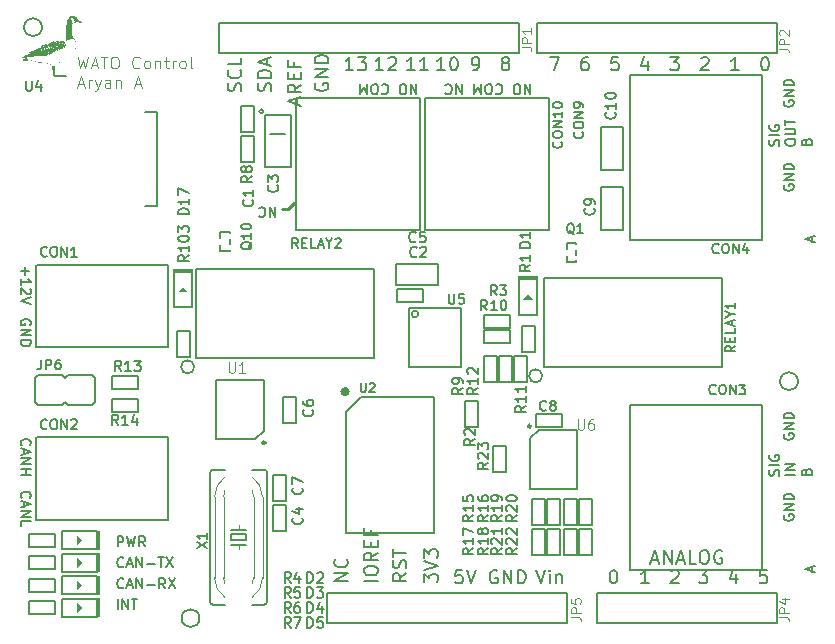
<source format=gbr>
%TF.GenerationSoftware,KiCad,Pcbnew,7.0.7*%
%TF.CreationDate,2023-10-02T21:57:18-04:00*%
%TF.ProjectId,vehicle_controL_module_0.1.0,76656869-636c-4655-9f63-6f6e74726f4c,rev?*%
%TF.SameCoordinates,Original*%
%TF.FileFunction,Legend,Top*%
%TF.FilePolarity,Positive*%
%FSLAX46Y46*%
G04 Gerber Fmt 4.6, Leading zero omitted, Abs format (unit mm)*
G04 Created by KiCad (PCBNEW 7.0.7) date 2023-10-02 21:57:18*
%MOMM*%
%LPD*%
G01*
G04 APERTURE LIST*
%ADD10C,0.100000*%
%ADD11C,0.162560*%
%ADD12C,0.254000*%
%ADD13C,0.126594*%
%ADD14C,0.189992*%
%ADD15C,0.182880*%
%ADD16C,0.186944*%
%ADD17C,0.136550*%
%ADD18C,0.097790*%
%ADD19C,0.127000*%
%ADD20C,0.381000*%
%ADD21C,0.050800*%
%ADD22C,0.152400*%
G04 APERTURE END LIST*
D10*
X119712348Y-82411968D02*
X119950443Y-83411968D01*
X119950443Y-83411968D02*
X120140919Y-82697682D01*
X120140919Y-82697682D02*
X120331395Y-83411968D01*
X120331395Y-83411968D02*
X120569491Y-82411968D01*
X120902824Y-83126253D02*
X121379014Y-83126253D01*
X120807586Y-83411968D02*
X121140919Y-82411968D01*
X121140919Y-82411968D02*
X121474252Y-83411968D01*
X121664729Y-82411968D02*
X122236157Y-82411968D01*
X121950443Y-83411968D02*
X121950443Y-82411968D01*
X122759967Y-82411968D02*
X122950443Y-82411968D01*
X122950443Y-82411968D02*
X123045681Y-82459587D01*
X123045681Y-82459587D02*
X123140919Y-82554825D01*
X123140919Y-82554825D02*
X123188538Y-82745301D01*
X123188538Y-82745301D02*
X123188538Y-83078634D01*
X123188538Y-83078634D02*
X123140919Y-83269110D01*
X123140919Y-83269110D02*
X123045681Y-83364349D01*
X123045681Y-83364349D02*
X122950443Y-83411968D01*
X122950443Y-83411968D02*
X122759967Y-83411968D01*
X122759967Y-83411968D02*
X122664729Y-83364349D01*
X122664729Y-83364349D02*
X122569491Y-83269110D01*
X122569491Y-83269110D02*
X122521872Y-83078634D01*
X122521872Y-83078634D02*
X122521872Y-82745301D01*
X122521872Y-82745301D02*
X122569491Y-82554825D01*
X122569491Y-82554825D02*
X122664729Y-82459587D01*
X122664729Y-82459587D02*
X122759967Y-82411968D01*
X124950443Y-83316729D02*
X124902824Y-83364349D01*
X124902824Y-83364349D02*
X124759967Y-83411968D01*
X124759967Y-83411968D02*
X124664729Y-83411968D01*
X124664729Y-83411968D02*
X124521872Y-83364349D01*
X124521872Y-83364349D02*
X124426634Y-83269110D01*
X124426634Y-83269110D02*
X124379015Y-83173872D01*
X124379015Y-83173872D02*
X124331396Y-82983396D01*
X124331396Y-82983396D02*
X124331396Y-82840539D01*
X124331396Y-82840539D02*
X124379015Y-82650063D01*
X124379015Y-82650063D02*
X124426634Y-82554825D01*
X124426634Y-82554825D02*
X124521872Y-82459587D01*
X124521872Y-82459587D02*
X124664729Y-82411968D01*
X124664729Y-82411968D02*
X124759967Y-82411968D01*
X124759967Y-82411968D02*
X124902824Y-82459587D01*
X124902824Y-82459587D02*
X124950443Y-82507206D01*
X125521872Y-83411968D02*
X125426634Y-83364349D01*
X125426634Y-83364349D02*
X125379015Y-83316729D01*
X125379015Y-83316729D02*
X125331396Y-83221491D01*
X125331396Y-83221491D02*
X125331396Y-82935777D01*
X125331396Y-82935777D02*
X125379015Y-82840539D01*
X125379015Y-82840539D02*
X125426634Y-82792920D01*
X125426634Y-82792920D02*
X125521872Y-82745301D01*
X125521872Y-82745301D02*
X125664729Y-82745301D01*
X125664729Y-82745301D02*
X125759967Y-82792920D01*
X125759967Y-82792920D02*
X125807586Y-82840539D01*
X125807586Y-82840539D02*
X125855205Y-82935777D01*
X125855205Y-82935777D02*
X125855205Y-83221491D01*
X125855205Y-83221491D02*
X125807586Y-83316729D01*
X125807586Y-83316729D02*
X125759967Y-83364349D01*
X125759967Y-83364349D02*
X125664729Y-83411968D01*
X125664729Y-83411968D02*
X125521872Y-83411968D01*
X126283777Y-82745301D02*
X126283777Y-83411968D01*
X126283777Y-82840539D02*
X126331396Y-82792920D01*
X126331396Y-82792920D02*
X126426634Y-82745301D01*
X126426634Y-82745301D02*
X126569491Y-82745301D01*
X126569491Y-82745301D02*
X126664729Y-82792920D01*
X126664729Y-82792920D02*
X126712348Y-82888158D01*
X126712348Y-82888158D02*
X126712348Y-83411968D01*
X127045682Y-82745301D02*
X127426634Y-82745301D01*
X127188539Y-82411968D02*
X127188539Y-83269110D01*
X127188539Y-83269110D02*
X127236158Y-83364349D01*
X127236158Y-83364349D02*
X127331396Y-83411968D01*
X127331396Y-83411968D02*
X127426634Y-83411968D01*
X127759968Y-83411968D02*
X127759968Y-82745301D01*
X127759968Y-82935777D02*
X127807587Y-82840539D01*
X127807587Y-82840539D02*
X127855206Y-82792920D01*
X127855206Y-82792920D02*
X127950444Y-82745301D01*
X127950444Y-82745301D02*
X128045682Y-82745301D01*
X128521873Y-83411968D02*
X128426635Y-83364349D01*
X128426635Y-83364349D02*
X128379016Y-83316729D01*
X128379016Y-83316729D02*
X128331397Y-83221491D01*
X128331397Y-83221491D02*
X128331397Y-82935777D01*
X128331397Y-82935777D02*
X128379016Y-82840539D01*
X128379016Y-82840539D02*
X128426635Y-82792920D01*
X128426635Y-82792920D02*
X128521873Y-82745301D01*
X128521873Y-82745301D02*
X128664730Y-82745301D01*
X128664730Y-82745301D02*
X128759968Y-82792920D01*
X128759968Y-82792920D02*
X128807587Y-82840539D01*
X128807587Y-82840539D02*
X128855206Y-82935777D01*
X128855206Y-82935777D02*
X128855206Y-83221491D01*
X128855206Y-83221491D02*
X128807587Y-83316729D01*
X128807587Y-83316729D02*
X128759968Y-83364349D01*
X128759968Y-83364349D02*
X128664730Y-83411968D01*
X128664730Y-83411968D02*
X128521873Y-83411968D01*
X129426635Y-83411968D02*
X129331397Y-83364349D01*
X129331397Y-83364349D02*
X129283778Y-83269110D01*
X129283778Y-83269110D02*
X129283778Y-82411968D01*
X119759967Y-84736253D02*
X120236157Y-84736253D01*
X119664729Y-85021968D02*
X119998062Y-84021968D01*
X119998062Y-84021968D02*
X120331395Y-85021968D01*
X120664729Y-85021968D02*
X120664729Y-84355301D01*
X120664729Y-84545777D02*
X120712348Y-84450539D01*
X120712348Y-84450539D02*
X120759967Y-84402920D01*
X120759967Y-84402920D02*
X120855205Y-84355301D01*
X120855205Y-84355301D02*
X120950443Y-84355301D01*
X121188539Y-84355301D02*
X121426634Y-85021968D01*
X121664729Y-84355301D02*
X121426634Y-85021968D01*
X121426634Y-85021968D02*
X121331396Y-85260063D01*
X121331396Y-85260063D02*
X121283777Y-85307682D01*
X121283777Y-85307682D02*
X121188539Y-85355301D01*
X122474253Y-85021968D02*
X122474253Y-84498158D01*
X122474253Y-84498158D02*
X122426634Y-84402920D01*
X122426634Y-84402920D02*
X122331396Y-84355301D01*
X122331396Y-84355301D02*
X122140920Y-84355301D01*
X122140920Y-84355301D02*
X122045682Y-84402920D01*
X122474253Y-84974349D02*
X122379015Y-85021968D01*
X122379015Y-85021968D02*
X122140920Y-85021968D01*
X122140920Y-85021968D02*
X122045682Y-84974349D01*
X122045682Y-84974349D02*
X121998063Y-84879110D01*
X121998063Y-84879110D02*
X121998063Y-84783872D01*
X121998063Y-84783872D02*
X122045682Y-84688634D01*
X122045682Y-84688634D02*
X122140920Y-84641015D01*
X122140920Y-84641015D02*
X122379015Y-84641015D01*
X122379015Y-84641015D02*
X122474253Y-84593396D01*
X122950444Y-84355301D02*
X122950444Y-85021968D01*
X122950444Y-84450539D02*
X122998063Y-84402920D01*
X122998063Y-84402920D02*
X123093301Y-84355301D01*
X123093301Y-84355301D02*
X123236158Y-84355301D01*
X123236158Y-84355301D02*
X123331396Y-84402920D01*
X123331396Y-84402920D02*
X123379015Y-84498158D01*
X123379015Y-84498158D02*
X123379015Y-85021968D01*
X124569492Y-84736253D02*
X125045682Y-84736253D01*
X124474254Y-85021968D02*
X124807587Y-84021968D01*
X124807587Y-84021968D02*
X125140920Y-85021968D01*
D11*
X114982928Y-115320277D02*
X114942288Y-115279637D01*
X114942288Y-115279637D02*
X114901648Y-115157717D01*
X114901648Y-115157717D02*
X114901648Y-115076437D01*
X114901648Y-115076437D02*
X114942288Y-114954517D01*
X114942288Y-114954517D02*
X115023568Y-114873237D01*
X115023568Y-114873237D02*
X115104848Y-114832597D01*
X115104848Y-114832597D02*
X115267408Y-114791957D01*
X115267408Y-114791957D02*
X115389328Y-114791957D01*
X115389328Y-114791957D02*
X115551888Y-114832597D01*
X115551888Y-114832597D02*
X115633168Y-114873237D01*
X115633168Y-114873237D02*
X115714448Y-114954517D01*
X115714448Y-114954517D02*
X115755088Y-115076437D01*
X115755088Y-115076437D02*
X115755088Y-115157717D01*
X115755088Y-115157717D02*
X115714448Y-115279637D01*
X115714448Y-115279637D02*
X115673808Y-115320277D01*
X115145488Y-115645397D02*
X115145488Y-116051797D01*
X114901648Y-115564117D02*
X115755088Y-115848597D01*
X115755088Y-115848597D02*
X114901648Y-116133077D01*
X114901648Y-116417557D02*
X115755088Y-116417557D01*
X115755088Y-116417557D02*
X114901648Y-116905237D01*
X114901648Y-116905237D02*
X115755088Y-116905237D01*
X114901648Y-117311637D02*
X115755088Y-117311637D01*
X115348688Y-117311637D02*
X115348688Y-117799317D01*
X114901648Y-117799317D02*
X115755088Y-117799317D01*
X114982928Y-119765277D02*
X114942288Y-119724637D01*
X114942288Y-119724637D02*
X114901648Y-119602717D01*
X114901648Y-119602717D02*
X114901648Y-119521437D01*
X114901648Y-119521437D02*
X114942288Y-119399517D01*
X114942288Y-119399517D02*
X115023568Y-119318237D01*
X115023568Y-119318237D02*
X115104848Y-119277597D01*
X115104848Y-119277597D02*
X115267408Y-119236957D01*
X115267408Y-119236957D02*
X115389328Y-119236957D01*
X115389328Y-119236957D02*
X115551888Y-119277597D01*
X115551888Y-119277597D02*
X115633168Y-119318237D01*
X115633168Y-119318237D02*
X115714448Y-119399517D01*
X115714448Y-119399517D02*
X115755088Y-119521437D01*
X115755088Y-119521437D02*
X115755088Y-119602717D01*
X115755088Y-119602717D02*
X115714448Y-119724637D01*
X115714448Y-119724637D02*
X115673808Y-119765277D01*
X115145488Y-120090397D02*
X115145488Y-120496797D01*
X114901648Y-120009117D02*
X115755088Y-120293597D01*
X115755088Y-120293597D02*
X114901648Y-120578077D01*
X114901648Y-120862557D02*
X115755088Y-120862557D01*
X115755088Y-120862557D02*
X114901648Y-121350237D01*
X114901648Y-121350237D02*
X115755088Y-121350237D01*
X114901648Y-122163037D02*
X114901648Y-121756637D01*
X114901648Y-121756637D02*
X115755088Y-121756637D01*
X115226768Y-100227597D02*
X115226768Y-100877837D01*
X114901648Y-100552717D02*
X115551888Y-100552717D01*
X114901648Y-101731277D02*
X114901648Y-101243597D01*
X114901648Y-101487437D02*
X115755088Y-101487437D01*
X115755088Y-101487437D02*
X115633168Y-101406157D01*
X115633168Y-101406157D02*
X115551888Y-101324877D01*
X115551888Y-101324877D02*
X115511248Y-101243597D01*
X115673808Y-102056397D02*
X115714448Y-102097037D01*
X115714448Y-102097037D02*
X115755088Y-102178317D01*
X115755088Y-102178317D02*
X115755088Y-102381517D01*
X115755088Y-102381517D02*
X115714448Y-102462797D01*
X115714448Y-102462797D02*
X115673808Y-102503437D01*
X115673808Y-102503437D02*
X115592528Y-102544077D01*
X115592528Y-102544077D02*
X115511248Y-102544077D01*
X115511248Y-102544077D02*
X115389328Y-102503437D01*
X115389328Y-102503437D02*
X114901648Y-102015757D01*
X114901648Y-102015757D02*
X114901648Y-102544077D01*
X115755088Y-102787917D02*
X114901648Y-103072397D01*
X114901648Y-103072397D02*
X115755088Y-103356877D01*
X115714448Y-105119637D02*
X115755088Y-105038357D01*
X115755088Y-105038357D02*
X115755088Y-104916437D01*
X115755088Y-104916437D02*
X115714448Y-104794517D01*
X115714448Y-104794517D02*
X115633168Y-104713237D01*
X115633168Y-104713237D02*
X115551888Y-104672597D01*
X115551888Y-104672597D02*
X115389328Y-104631957D01*
X115389328Y-104631957D02*
X115267408Y-104631957D01*
X115267408Y-104631957D02*
X115104848Y-104672597D01*
X115104848Y-104672597D02*
X115023568Y-104713237D01*
X115023568Y-104713237D02*
X114942288Y-104794517D01*
X114942288Y-104794517D02*
X114901648Y-104916437D01*
X114901648Y-104916437D02*
X114901648Y-104997717D01*
X114901648Y-104997717D02*
X114942288Y-105119637D01*
X114942288Y-105119637D02*
X114982928Y-105160277D01*
X114982928Y-105160277D02*
X115267408Y-105160277D01*
X115267408Y-105160277D02*
X115267408Y-104997717D01*
X114901648Y-105526037D02*
X115755088Y-105526037D01*
X115755088Y-105526037D02*
X114901648Y-106013717D01*
X114901648Y-106013717D02*
X115755088Y-106013717D01*
X114901648Y-106420117D02*
X115755088Y-106420117D01*
X115755088Y-106420117D02*
X115755088Y-106623317D01*
X115755088Y-106623317D02*
X115714448Y-106745237D01*
X115714448Y-106745237D02*
X115633168Y-106826517D01*
X115633168Y-106826517D02*
X115551888Y-106867157D01*
X115551888Y-106867157D02*
X115389328Y-106907797D01*
X115389328Y-106907797D02*
X115267408Y-106907797D01*
X115267408Y-106907797D02*
X115104848Y-106867157D01*
X115104848Y-106867157D02*
X115023568Y-106826517D01*
X115023568Y-106826517D02*
X114942288Y-106745237D01*
X114942288Y-106745237D02*
X114901648Y-106623317D01*
X114901648Y-106623317D02*
X114901648Y-106420117D01*
X123099897Y-123871052D02*
X123099897Y-123017612D01*
X123099897Y-123017612D02*
X123425017Y-123017612D01*
X123425017Y-123017612D02*
X123506297Y-123058252D01*
X123506297Y-123058252D02*
X123546937Y-123098892D01*
X123546937Y-123098892D02*
X123587577Y-123180172D01*
X123587577Y-123180172D02*
X123587577Y-123302092D01*
X123587577Y-123302092D02*
X123546937Y-123383372D01*
X123546937Y-123383372D02*
X123506297Y-123424012D01*
X123506297Y-123424012D02*
X123425017Y-123464652D01*
X123425017Y-123464652D02*
X123099897Y-123464652D01*
X123872057Y-123017612D02*
X124075257Y-123871052D01*
X124075257Y-123871052D02*
X124237817Y-123261452D01*
X124237817Y-123261452D02*
X124400377Y-123871052D01*
X124400377Y-123871052D02*
X124603577Y-123017612D01*
X125416377Y-123871052D02*
X125131897Y-123464652D01*
X124928697Y-123871052D02*
X124928697Y-123017612D01*
X124928697Y-123017612D02*
X125253817Y-123017612D01*
X125253817Y-123017612D02*
X125335097Y-123058252D01*
X125335097Y-123058252D02*
X125375737Y-123098892D01*
X125375737Y-123098892D02*
X125416377Y-123180172D01*
X125416377Y-123180172D02*
X125416377Y-123302092D01*
X125416377Y-123302092D02*
X125375737Y-123383372D01*
X125375737Y-123383372D02*
X125335097Y-123424012D01*
X125335097Y-123424012D02*
X125253817Y-123464652D01*
X125253817Y-123464652D02*
X124928697Y-123464652D01*
X123587577Y-125567772D02*
X123546937Y-125608412D01*
X123546937Y-125608412D02*
X123425017Y-125649052D01*
X123425017Y-125649052D02*
X123343737Y-125649052D01*
X123343737Y-125649052D02*
X123221817Y-125608412D01*
X123221817Y-125608412D02*
X123140537Y-125527132D01*
X123140537Y-125527132D02*
X123099897Y-125445852D01*
X123099897Y-125445852D02*
X123059257Y-125283292D01*
X123059257Y-125283292D02*
X123059257Y-125161372D01*
X123059257Y-125161372D02*
X123099897Y-124998812D01*
X123099897Y-124998812D02*
X123140537Y-124917532D01*
X123140537Y-124917532D02*
X123221817Y-124836252D01*
X123221817Y-124836252D02*
X123343737Y-124795612D01*
X123343737Y-124795612D02*
X123425017Y-124795612D01*
X123425017Y-124795612D02*
X123546937Y-124836252D01*
X123546937Y-124836252D02*
X123587577Y-124876892D01*
X123912697Y-125405212D02*
X124319097Y-125405212D01*
X123831417Y-125649052D02*
X124115897Y-124795612D01*
X124115897Y-124795612D02*
X124400377Y-125649052D01*
X124684857Y-125649052D02*
X124684857Y-124795612D01*
X124684857Y-124795612D02*
X125172537Y-125649052D01*
X125172537Y-125649052D02*
X125172537Y-124795612D01*
X125578937Y-125323932D02*
X126229177Y-125323932D01*
X126513657Y-124795612D02*
X127001337Y-124795612D01*
X126757497Y-125649052D02*
X126757497Y-124795612D01*
X127204537Y-124795612D02*
X127773497Y-125649052D01*
X127773497Y-124795612D02*
X127204537Y-125649052D01*
X123587577Y-127345772D02*
X123546937Y-127386412D01*
X123546937Y-127386412D02*
X123425017Y-127427052D01*
X123425017Y-127427052D02*
X123343737Y-127427052D01*
X123343737Y-127427052D02*
X123221817Y-127386412D01*
X123221817Y-127386412D02*
X123140537Y-127305132D01*
X123140537Y-127305132D02*
X123099897Y-127223852D01*
X123099897Y-127223852D02*
X123059257Y-127061292D01*
X123059257Y-127061292D02*
X123059257Y-126939372D01*
X123059257Y-126939372D02*
X123099897Y-126776812D01*
X123099897Y-126776812D02*
X123140537Y-126695532D01*
X123140537Y-126695532D02*
X123221817Y-126614252D01*
X123221817Y-126614252D02*
X123343737Y-126573612D01*
X123343737Y-126573612D02*
X123425017Y-126573612D01*
X123425017Y-126573612D02*
X123546937Y-126614252D01*
X123546937Y-126614252D02*
X123587577Y-126654892D01*
X123912697Y-127183212D02*
X124319097Y-127183212D01*
X123831417Y-127427052D02*
X124115897Y-126573612D01*
X124115897Y-126573612D02*
X124400377Y-127427052D01*
X124684857Y-127427052D02*
X124684857Y-126573612D01*
X124684857Y-126573612D02*
X125172537Y-127427052D01*
X125172537Y-127427052D02*
X125172537Y-126573612D01*
X125578937Y-127101932D02*
X126229177Y-127101932D01*
X127123257Y-127427052D02*
X126838777Y-127020652D01*
X126635577Y-127427052D02*
X126635577Y-126573612D01*
X126635577Y-126573612D02*
X126960697Y-126573612D01*
X126960697Y-126573612D02*
X127041977Y-126614252D01*
X127041977Y-126614252D02*
X127082617Y-126654892D01*
X127082617Y-126654892D02*
X127123257Y-126736172D01*
X127123257Y-126736172D02*
X127123257Y-126858092D01*
X127123257Y-126858092D02*
X127082617Y-126939372D01*
X127082617Y-126939372D02*
X127041977Y-126980012D01*
X127041977Y-126980012D02*
X126960697Y-127020652D01*
X126960697Y-127020652D02*
X126635577Y-127020652D01*
X127407737Y-126573612D02*
X127976697Y-127427052D01*
X127976697Y-126573612D02*
X127407737Y-127427052D01*
X123099897Y-129205052D02*
X123099897Y-128351612D01*
X123506297Y-129205052D02*
X123506297Y-128351612D01*
X123506297Y-128351612D02*
X123993977Y-129205052D01*
X123993977Y-129205052D02*
X123993977Y-128351612D01*
X124278457Y-128351612D02*
X124766137Y-128351612D01*
X124522297Y-129205052D02*
X124522297Y-128351612D01*
X181869012Y-126000443D02*
X181869012Y-125594043D01*
X182112852Y-126081723D02*
X181259412Y-125797243D01*
X181259412Y-125797243D02*
X182112852Y-125512763D01*
X179070136Y-117872443D02*
X179110776Y-117750523D01*
X179110776Y-117750523D02*
X179110776Y-117547323D01*
X179110776Y-117547323D02*
X179070136Y-117466043D01*
X179070136Y-117466043D02*
X179029496Y-117425403D01*
X179029496Y-117425403D02*
X178948216Y-117384763D01*
X178948216Y-117384763D02*
X178866936Y-117384763D01*
X178866936Y-117384763D02*
X178785656Y-117425403D01*
X178785656Y-117425403D02*
X178745016Y-117466043D01*
X178745016Y-117466043D02*
X178704376Y-117547323D01*
X178704376Y-117547323D02*
X178663736Y-117709883D01*
X178663736Y-117709883D02*
X178623096Y-117791163D01*
X178623096Y-117791163D02*
X178582456Y-117831803D01*
X178582456Y-117831803D02*
X178501176Y-117872443D01*
X178501176Y-117872443D02*
X178419896Y-117872443D01*
X178419896Y-117872443D02*
X178338616Y-117831803D01*
X178338616Y-117831803D02*
X178297976Y-117791163D01*
X178297976Y-117791163D02*
X178257336Y-117709883D01*
X178257336Y-117709883D02*
X178257336Y-117506683D01*
X178257336Y-117506683D02*
X178297976Y-117384763D01*
X179110776Y-117019003D02*
X178257336Y-117019003D01*
X178297976Y-116165563D02*
X178257336Y-116246843D01*
X178257336Y-116246843D02*
X178257336Y-116368763D01*
X178257336Y-116368763D02*
X178297976Y-116490683D01*
X178297976Y-116490683D02*
X178379256Y-116571963D01*
X178379256Y-116571963D02*
X178460536Y-116612603D01*
X178460536Y-116612603D02*
X178623096Y-116653243D01*
X178623096Y-116653243D02*
X178745016Y-116653243D01*
X178745016Y-116653243D02*
X178907576Y-116612603D01*
X178907576Y-116612603D02*
X178988856Y-116571963D01*
X178988856Y-116571963D02*
X179070136Y-116490683D01*
X179070136Y-116490683D02*
X179110776Y-116368763D01*
X179110776Y-116368763D02*
X179110776Y-116287483D01*
X179110776Y-116287483D02*
X179070136Y-116165563D01*
X179070136Y-116165563D02*
X179029496Y-116124923D01*
X179029496Y-116124923D02*
X178745016Y-116124923D01*
X178745016Y-116124923D02*
X178745016Y-116287483D01*
X180484814Y-117831803D02*
X179631374Y-117831803D01*
X180484814Y-117425403D02*
X179631374Y-117425403D01*
X179631374Y-117425403D02*
X180484814Y-116937723D01*
X180484814Y-116937723D02*
X179631374Y-116937723D01*
X181411812Y-117547323D02*
X181452452Y-117425403D01*
X181452452Y-117425403D02*
X181493092Y-117384763D01*
X181493092Y-117384763D02*
X181574372Y-117344123D01*
X181574372Y-117344123D02*
X181696292Y-117344123D01*
X181696292Y-117344123D02*
X181777572Y-117384763D01*
X181777572Y-117384763D02*
X181818212Y-117425403D01*
X181818212Y-117425403D02*
X181858852Y-117506683D01*
X181858852Y-117506683D02*
X181858852Y-117831803D01*
X181858852Y-117831803D02*
X181005412Y-117831803D01*
X181005412Y-117831803D02*
X181005412Y-117547323D01*
X181005412Y-117547323D02*
X181046052Y-117466043D01*
X181046052Y-117466043D02*
X181086692Y-117425403D01*
X181086692Y-117425403D02*
X181167972Y-117384763D01*
X181167972Y-117384763D02*
X181249252Y-117384763D01*
X181249252Y-117384763D02*
X181330532Y-117425403D01*
X181330532Y-117425403D02*
X181371172Y-117466043D01*
X181371172Y-117466043D02*
X181411812Y-117547323D01*
X181411812Y-117547323D02*
X181411812Y-117831803D01*
X179522052Y-121194763D02*
X179481412Y-121276043D01*
X179481412Y-121276043D02*
X179481412Y-121397963D01*
X179481412Y-121397963D02*
X179522052Y-121519883D01*
X179522052Y-121519883D02*
X179603332Y-121601163D01*
X179603332Y-121601163D02*
X179684612Y-121641803D01*
X179684612Y-121641803D02*
X179847172Y-121682443D01*
X179847172Y-121682443D02*
X179969092Y-121682443D01*
X179969092Y-121682443D02*
X180131652Y-121641803D01*
X180131652Y-121641803D02*
X180212932Y-121601163D01*
X180212932Y-121601163D02*
X180294212Y-121519883D01*
X180294212Y-121519883D02*
X180334852Y-121397963D01*
X180334852Y-121397963D02*
X180334852Y-121316683D01*
X180334852Y-121316683D02*
X180294212Y-121194763D01*
X180294212Y-121194763D02*
X180253572Y-121154123D01*
X180253572Y-121154123D02*
X179969092Y-121154123D01*
X179969092Y-121154123D02*
X179969092Y-121316683D01*
X180334852Y-120788363D02*
X179481412Y-120788363D01*
X179481412Y-120788363D02*
X180334852Y-120300683D01*
X180334852Y-120300683D02*
X179481412Y-120300683D01*
X180334852Y-119894283D02*
X179481412Y-119894283D01*
X179481412Y-119894283D02*
X179481412Y-119691083D01*
X179481412Y-119691083D02*
X179522052Y-119569163D01*
X179522052Y-119569163D02*
X179603332Y-119487883D01*
X179603332Y-119487883D02*
X179684612Y-119447243D01*
X179684612Y-119447243D02*
X179847172Y-119406603D01*
X179847172Y-119406603D02*
X179969092Y-119406603D01*
X179969092Y-119406603D02*
X180131652Y-119447243D01*
X180131652Y-119447243D02*
X180212932Y-119487883D01*
X180212932Y-119487883D02*
X180294212Y-119569163D01*
X180294212Y-119569163D02*
X180334852Y-119691083D01*
X180334852Y-119691083D02*
X180334852Y-119894283D01*
X179522052Y-114336763D02*
X179481412Y-114418043D01*
X179481412Y-114418043D02*
X179481412Y-114539963D01*
X179481412Y-114539963D02*
X179522052Y-114661883D01*
X179522052Y-114661883D02*
X179603332Y-114743163D01*
X179603332Y-114743163D02*
X179684612Y-114783803D01*
X179684612Y-114783803D02*
X179847172Y-114824443D01*
X179847172Y-114824443D02*
X179969092Y-114824443D01*
X179969092Y-114824443D02*
X180131652Y-114783803D01*
X180131652Y-114783803D02*
X180212932Y-114743163D01*
X180212932Y-114743163D02*
X180294212Y-114661883D01*
X180294212Y-114661883D02*
X180334852Y-114539963D01*
X180334852Y-114539963D02*
X180334852Y-114458683D01*
X180334852Y-114458683D02*
X180294212Y-114336763D01*
X180294212Y-114336763D02*
X180253572Y-114296123D01*
X180253572Y-114296123D02*
X179969092Y-114296123D01*
X179969092Y-114296123D02*
X179969092Y-114458683D01*
X180334852Y-113930363D02*
X179481412Y-113930363D01*
X179481412Y-113930363D02*
X180334852Y-113442683D01*
X180334852Y-113442683D02*
X179481412Y-113442683D01*
X180334852Y-113036283D02*
X179481412Y-113036283D01*
X179481412Y-113036283D02*
X179481412Y-112833083D01*
X179481412Y-112833083D02*
X179522052Y-112711163D01*
X179522052Y-112711163D02*
X179603332Y-112629883D01*
X179603332Y-112629883D02*
X179684612Y-112589243D01*
X179684612Y-112589243D02*
X179847172Y-112548603D01*
X179847172Y-112548603D02*
X179969092Y-112548603D01*
X179969092Y-112548603D02*
X180131652Y-112589243D01*
X180131652Y-112589243D02*
X180212932Y-112629883D01*
X180212932Y-112629883D02*
X180294212Y-112711163D01*
X180294212Y-112711163D02*
X180334852Y-112833083D01*
X180334852Y-112833083D02*
X180334852Y-113036283D01*
X181869012Y-98060443D02*
X181869012Y-97654043D01*
X182112852Y-98141723D02*
X181259412Y-97857243D01*
X181259412Y-97857243D02*
X182112852Y-97572763D01*
X179070136Y-89932443D02*
X179110776Y-89810523D01*
X179110776Y-89810523D02*
X179110776Y-89607323D01*
X179110776Y-89607323D02*
X179070136Y-89526043D01*
X179070136Y-89526043D02*
X179029496Y-89485403D01*
X179029496Y-89485403D02*
X178948216Y-89444763D01*
X178948216Y-89444763D02*
X178866936Y-89444763D01*
X178866936Y-89444763D02*
X178785656Y-89485403D01*
X178785656Y-89485403D02*
X178745016Y-89526043D01*
X178745016Y-89526043D02*
X178704376Y-89607323D01*
X178704376Y-89607323D02*
X178663736Y-89769883D01*
X178663736Y-89769883D02*
X178623096Y-89851163D01*
X178623096Y-89851163D02*
X178582456Y-89891803D01*
X178582456Y-89891803D02*
X178501176Y-89932443D01*
X178501176Y-89932443D02*
X178419896Y-89932443D01*
X178419896Y-89932443D02*
X178338616Y-89891803D01*
X178338616Y-89891803D02*
X178297976Y-89851163D01*
X178297976Y-89851163D02*
X178257336Y-89769883D01*
X178257336Y-89769883D02*
X178257336Y-89566683D01*
X178257336Y-89566683D02*
X178297976Y-89444763D01*
X179110776Y-89079003D02*
X178257336Y-89079003D01*
X178297976Y-88225563D02*
X178257336Y-88306843D01*
X178257336Y-88306843D02*
X178257336Y-88428763D01*
X178257336Y-88428763D02*
X178297976Y-88550683D01*
X178297976Y-88550683D02*
X178379256Y-88631963D01*
X178379256Y-88631963D02*
X178460536Y-88672603D01*
X178460536Y-88672603D02*
X178623096Y-88713243D01*
X178623096Y-88713243D02*
X178745016Y-88713243D01*
X178745016Y-88713243D02*
X178907576Y-88672603D01*
X178907576Y-88672603D02*
X178988856Y-88631963D01*
X178988856Y-88631963D02*
X179070136Y-88550683D01*
X179070136Y-88550683D02*
X179110776Y-88428763D01*
X179110776Y-88428763D02*
X179110776Y-88347483D01*
X179110776Y-88347483D02*
X179070136Y-88225563D01*
X179070136Y-88225563D02*
X179029496Y-88184923D01*
X179029496Y-88184923D02*
X178745016Y-88184923D01*
X178745016Y-88184923D02*
X178745016Y-88347483D01*
X179631374Y-89729243D02*
X179631374Y-89566683D01*
X179631374Y-89566683D02*
X179672014Y-89485403D01*
X179672014Y-89485403D02*
X179753294Y-89404123D01*
X179753294Y-89404123D02*
X179915854Y-89363483D01*
X179915854Y-89363483D02*
X180200334Y-89363483D01*
X180200334Y-89363483D02*
X180362894Y-89404123D01*
X180362894Y-89404123D02*
X180444174Y-89485403D01*
X180444174Y-89485403D02*
X180484814Y-89566683D01*
X180484814Y-89566683D02*
X180484814Y-89729243D01*
X180484814Y-89729243D02*
X180444174Y-89810523D01*
X180444174Y-89810523D02*
X180362894Y-89891803D01*
X180362894Y-89891803D02*
X180200334Y-89932443D01*
X180200334Y-89932443D02*
X179915854Y-89932443D01*
X179915854Y-89932443D02*
X179753294Y-89891803D01*
X179753294Y-89891803D02*
X179672014Y-89810523D01*
X179672014Y-89810523D02*
X179631374Y-89729243D01*
X179631374Y-88997723D02*
X180322254Y-88997723D01*
X180322254Y-88997723D02*
X180403534Y-88957083D01*
X180403534Y-88957083D02*
X180444174Y-88916443D01*
X180444174Y-88916443D02*
X180484814Y-88835163D01*
X180484814Y-88835163D02*
X180484814Y-88672603D01*
X180484814Y-88672603D02*
X180444174Y-88591323D01*
X180444174Y-88591323D02*
X180403534Y-88550683D01*
X180403534Y-88550683D02*
X180322254Y-88510043D01*
X180322254Y-88510043D02*
X179631374Y-88510043D01*
X179631374Y-88225563D02*
X179631374Y-87737883D01*
X180484814Y-87981723D02*
X179631374Y-87981723D01*
X181411812Y-89607323D02*
X181452452Y-89485403D01*
X181452452Y-89485403D02*
X181493092Y-89444763D01*
X181493092Y-89444763D02*
X181574372Y-89404123D01*
X181574372Y-89404123D02*
X181696292Y-89404123D01*
X181696292Y-89404123D02*
X181777572Y-89444763D01*
X181777572Y-89444763D02*
X181818212Y-89485403D01*
X181818212Y-89485403D02*
X181858852Y-89566683D01*
X181858852Y-89566683D02*
X181858852Y-89891803D01*
X181858852Y-89891803D02*
X181005412Y-89891803D01*
X181005412Y-89891803D02*
X181005412Y-89607323D01*
X181005412Y-89607323D02*
X181046052Y-89526043D01*
X181046052Y-89526043D02*
X181086692Y-89485403D01*
X181086692Y-89485403D02*
X181167972Y-89444763D01*
X181167972Y-89444763D02*
X181249252Y-89444763D01*
X181249252Y-89444763D02*
X181330532Y-89485403D01*
X181330532Y-89485403D02*
X181371172Y-89526043D01*
X181371172Y-89526043D02*
X181411812Y-89607323D01*
X181411812Y-89607323D02*
X181411812Y-89891803D01*
X179522052Y-93254763D02*
X179481412Y-93336043D01*
X179481412Y-93336043D02*
X179481412Y-93457963D01*
X179481412Y-93457963D02*
X179522052Y-93579883D01*
X179522052Y-93579883D02*
X179603332Y-93661163D01*
X179603332Y-93661163D02*
X179684612Y-93701803D01*
X179684612Y-93701803D02*
X179847172Y-93742443D01*
X179847172Y-93742443D02*
X179969092Y-93742443D01*
X179969092Y-93742443D02*
X180131652Y-93701803D01*
X180131652Y-93701803D02*
X180212932Y-93661163D01*
X180212932Y-93661163D02*
X180294212Y-93579883D01*
X180294212Y-93579883D02*
X180334852Y-93457963D01*
X180334852Y-93457963D02*
X180334852Y-93376683D01*
X180334852Y-93376683D02*
X180294212Y-93254763D01*
X180294212Y-93254763D02*
X180253572Y-93214123D01*
X180253572Y-93214123D02*
X179969092Y-93214123D01*
X179969092Y-93214123D02*
X179969092Y-93376683D01*
X180334852Y-92848363D02*
X179481412Y-92848363D01*
X179481412Y-92848363D02*
X180334852Y-92360683D01*
X180334852Y-92360683D02*
X179481412Y-92360683D01*
X180334852Y-91954283D02*
X179481412Y-91954283D01*
X179481412Y-91954283D02*
X179481412Y-91751083D01*
X179481412Y-91751083D02*
X179522052Y-91629163D01*
X179522052Y-91629163D02*
X179603332Y-91547883D01*
X179603332Y-91547883D02*
X179684612Y-91507243D01*
X179684612Y-91507243D02*
X179847172Y-91466603D01*
X179847172Y-91466603D02*
X179969092Y-91466603D01*
X179969092Y-91466603D02*
X180131652Y-91507243D01*
X180131652Y-91507243D02*
X180212932Y-91547883D01*
X180212932Y-91547883D02*
X180294212Y-91629163D01*
X180294212Y-91629163D02*
X180334852Y-91751083D01*
X180334852Y-91751083D02*
X180334852Y-91954283D01*
X179522052Y-86142763D02*
X179481412Y-86224043D01*
X179481412Y-86224043D02*
X179481412Y-86345963D01*
X179481412Y-86345963D02*
X179522052Y-86467883D01*
X179522052Y-86467883D02*
X179603332Y-86549163D01*
X179603332Y-86549163D02*
X179684612Y-86589803D01*
X179684612Y-86589803D02*
X179847172Y-86630443D01*
X179847172Y-86630443D02*
X179969092Y-86630443D01*
X179969092Y-86630443D02*
X180131652Y-86589803D01*
X180131652Y-86589803D02*
X180212932Y-86549163D01*
X180212932Y-86549163D02*
X180294212Y-86467883D01*
X180294212Y-86467883D02*
X180334852Y-86345963D01*
X180334852Y-86345963D02*
X180334852Y-86264683D01*
X180334852Y-86264683D02*
X180294212Y-86142763D01*
X180294212Y-86142763D02*
X180253572Y-86102123D01*
X180253572Y-86102123D02*
X179969092Y-86102123D01*
X179969092Y-86102123D02*
X179969092Y-86264683D01*
X180334852Y-85736363D02*
X179481412Y-85736363D01*
X179481412Y-85736363D02*
X180334852Y-85248683D01*
X180334852Y-85248683D02*
X179481412Y-85248683D01*
X180334852Y-84842283D02*
X179481412Y-84842283D01*
X179481412Y-84842283D02*
X179481412Y-84639083D01*
X179481412Y-84639083D02*
X179522052Y-84517163D01*
X179522052Y-84517163D02*
X179603332Y-84435883D01*
X179603332Y-84435883D02*
X179684612Y-84395243D01*
X179684612Y-84395243D02*
X179847172Y-84354603D01*
X179847172Y-84354603D02*
X179969092Y-84354603D01*
X179969092Y-84354603D02*
X180131652Y-84395243D01*
X180131652Y-84395243D02*
X180212932Y-84435883D01*
X180212932Y-84435883D02*
X180294212Y-84517163D01*
X180294212Y-84517163D02*
X180334852Y-84639083D01*
X180334852Y-84639083D02*
X180334852Y-84842283D01*
X158039603Y-84726848D02*
X158039603Y-85580288D01*
X158039603Y-85580288D02*
X157551923Y-84726848D01*
X157551923Y-84726848D02*
X157551923Y-85580288D01*
X156982963Y-85580288D02*
X156820403Y-85580288D01*
X156820403Y-85580288D02*
X156739123Y-85539648D01*
X156739123Y-85539648D02*
X156657843Y-85458368D01*
X156657843Y-85458368D02*
X156617203Y-85295808D01*
X156617203Y-85295808D02*
X156617203Y-85011328D01*
X156617203Y-85011328D02*
X156657843Y-84848768D01*
X156657843Y-84848768D02*
X156739123Y-84767488D01*
X156739123Y-84767488D02*
X156820403Y-84726848D01*
X156820403Y-84726848D02*
X156982963Y-84726848D01*
X156982963Y-84726848D02*
X157064243Y-84767488D01*
X157064243Y-84767488D02*
X157145523Y-84848768D01*
X157145523Y-84848768D02*
X157186163Y-85011328D01*
X157186163Y-85011328D02*
X157186163Y-85295808D01*
X157186163Y-85295808D02*
X157145523Y-85458368D01*
X157145523Y-85458368D02*
X157064243Y-85539648D01*
X157064243Y-85539648D02*
X156982963Y-85580288D01*
X155113523Y-84808128D02*
X155154163Y-84767488D01*
X155154163Y-84767488D02*
X155276083Y-84726848D01*
X155276083Y-84726848D02*
X155357363Y-84726848D01*
X155357363Y-84726848D02*
X155479283Y-84767488D01*
X155479283Y-84767488D02*
X155560563Y-84848768D01*
X155560563Y-84848768D02*
X155601203Y-84930048D01*
X155601203Y-84930048D02*
X155641843Y-85092608D01*
X155641843Y-85092608D02*
X155641843Y-85214528D01*
X155641843Y-85214528D02*
X155601203Y-85377088D01*
X155601203Y-85377088D02*
X155560563Y-85458368D01*
X155560563Y-85458368D02*
X155479283Y-85539648D01*
X155479283Y-85539648D02*
X155357363Y-85580288D01*
X155357363Y-85580288D02*
X155276083Y-85580288D01*
X155276083Y-85580288D02*
X155154163Y-85539648D01*
X155154163Y-85539648D02*
X155113523Y-85499008D01*
X154585203Y-85580288D02*
X154422643Y-85580288D01*
X154422643Y-85580288D02*
X154341363Y-85539648D01*
X154341363Y-85539648D02*
X154260083Y-85458368D01*
X154260083Y-85458368D02*
X154219443Y-85295808D01*
X154219443Y-85295808D02*
X154219443Y-85011328D01*
X154219443Y-85011328D02*
X154260083Y-84848768D01*
X154260083Y-84848768D02*
X154341363Y-84767488D01*
X154341363Y-84767488D02*
X154422643Y-84726848D01*
X154422643Y-84726848D02*
X154585203Y-84726848D01*
X154585203Y-84726848D02*
X154666483Y-84767488D01*
X154666483Y-84767488D02*
X154747763Y-84848768D01*
X154747763Y-84848768D02*
X154788403Y-85011328D01*
X154788403Y-85011328D02*
X154788403Y-85295808D01*
X154788403Y-85295808D02*
X154747763Y-85458368D01*
X154747763Y-85458368D02*
X154666483Y-85539648D01*
X154666483Y-85539648D02*
X154585203Y-85580288D01*
X153853683Y-84726848D02*
X153853683Y-85580288D01*
X153853683Y-85580288D02*
X153569203Y-84970688D01*
X153569203Y-84970688D02*
X153284723Y-85580288D01*
X153284723Y-85580288D02*
X153284723Y-84726848D01*
X152228083Y-84726848D02*
X152228083Y-85580288D01*
X152228083Y-85580288D02*
X151740403Y-84726848D01*
X151740403Y-84726848D02*
X151740403Y-85580288D01*
X150846323Y-84808128D02*
X150886963Y-84767488D01*
X150886963Y-84767488D02*
X151008883Y-84726848D01*
X151008883Y-84726848D02*
X151090163Y-84726848D01*
X151090163Y-84726848D02*
X151212083Y-84767488D01*
X151212083Y-84767488D02*
X151293363Y-84848768D01*
X151293363Y-84848768D02*
X151334003Y-84930048D01*
X151334003Y-84930048D02*
X151374643Y-85092608D01*
X151374643Y-85092608D02*
X151374643Y-85214528D01*
X151374643Y-85214528D02*
X151334003Y-85377088D01*
X151334003Y-85377088D02*
X151293363Y-85458368D01*
X151293363Y-85458368D02*
X151212083Y-85539648D01*
X151212083Y-85539648D02*
X151090163Y-85580288D01*
X151090163Y-85580288D02*
X151008883Y-85580288D01*
X151008883Y-85580288D02*
X150886963Y-85539648D01*
X150886963Y-85539648D02*
X150846323Y-85499008D01*
X148387603Y-84726848D02*
X148387603Y-85580288D01*
X148387603Y-85580288D02*
X147899923Y-84726848D01*
X147899923Y-84726848D02*
X147899923Y-85580288D01*
X147330963Y-85580288D02*
X147168403Y-85580288D01*
X147168403Y-85580288D02*
X147087123Y-85539648D01*
X147087123Y-85539648D02*
X147005843Y-85458368D01*
X147005843Y-85458368D02*
X146965203Y-85295808D01*
X146965203Y-85295808D02*
X146965203Y-85011328D01*
X146965203Y-85011328D02*
X147005843Y-84848768D01*
X147005843Y-84848768D02*
X147087123Y-84767488D01*
X147087123Y-84767488D02*
X147168403Y-84726848D01*
X147168403Y-84726848D02*
X147330963Y-84726848D01*
X147330963Y-84726848D02*
X147412243Y-84767488D01*
X147412243Y-84767488D02*
X147493523Y-84848768D01*
X147493523Y-84848768D02*
X147534163Y-85011328D01*
X147534163Y-85011328D02*
X147534163Y-85295808D01*
X147534163Y-85295808D02*
X147493523Y-85458368D01*
X147493523Y-85458368D02*
X147412243Y-85539648D01*
X147412243Y-85539648D02*
X147330963Y-85580288D01*
X145461523Y-84808128D02*
X145502163Y-84767488D01*
X145502163Y-84767488D02*
X145624083Y-84726848D01*
X145624083Y-84726848D02*
X145705363Y-84726848D01*
X145705363Y-84726848D02*
X145827283Y-84767488D01*
X145827283Y-84767488D02*
X145908563Y-84848768D01*
X145908563Y-84848768D02*
X145949203Y-84930048D01*
X145949203Y-84930048D02*
X145989843Y-85092608D01*
X145989843Y-85092608D02*
X145989843Y-85214528D01*
X145989843Y-85214528D02*
X145949203Y-85377088D01*
X145949203Y-85377088D02*
X145908563Y-85458368D01*
X145908563Y-85458368D02*
X145827283Y-85539648D01*
X145827283Y-85539648D02*
X145705363Y-85580288D01*
X145705363Y-85580288D02*
X145624083Y-85580288D01*
X145624083Y-85580288D02*
X145502163Y-85539648D01*
X145502163Y-85539648D02*
X145461523Y-85499008D01*
X144933203Y-85580288D02*
X144770643Y-85580288D01*
X144770643Y-85580288D02*
X144689363Y-85539648D01*
X144689363Y-85539648D02*
X144608083Y-85458368D01*
X144608083Y-85458368D02*
X144567443Y-85295808D01*
X144567443Y-85295808D02*
X144567443Y-85011328D01*
X144567443Y-85011328D02*
X144608083Y-84848768D01*
X144608083Y-84848768D02*
X144689363Y-84767488D01*
X144689363Y-84767488D02*
X144770643Y-84726848D01*
X144770643Y-84726848D02*
X144933203Y-84726848D01*
X144933203Y-84726848D02*
X145014483Y-84767488D01*
X145014483Y-84767488D02*
X145095763Y-84848768D01*
X145095763Y-84848768D02*
X145136403Y-85011328D01*
X145136403Y-85011328D02*
X145136403Y-85295808D01*
X145136403Y-85295808D02*
X145095763Y-85458368D01*
X145095763Y-85458368D02*
X145014483Y-85539648D01*
X145014483Y-85539648D02*
X144933203Y-85580288D01*
X144201683Y-84726848D02*
X144201683Y-85580288D01*
X144201683Y-85580288D02*
X143917203Y-84970688D01*
X143917203Y-84970688D02*
X143632723Y-85580288D01*
X143632723Y-85580288D02*
X143632723Y-84726848D01*
X136449603Y-95140848D02*
X136449603Y-95994288D01*
X136449603Y-95994288D02*
X135961923Y-95140848D01*
X135961923Y-95140848D02*
X135961923Y-95994288D01*
X135067843Y-95222128D02*
X135108483Y-95181488D01*
X135108483Y-95181488D02*
X135230403Y-95140848D01*
X135230403Y-95140848D02*
X135311683Y-95140848D01*
X135311683Y-95140848D02*
X135433603Y-95181488D01*
X135433603Y-95181488D02*
X135514883Y-95262768D01*
X135514883Y-95262768D02*
X135555523Y-95344048D01*
X135555523Y-95344048D02*
X135596163Y-95506608D01*
X135596163Y-95506608D02*
X135596163Y-95628528D01*
X135596163Y-95628528D02*
X135555523Y-95791088D01*
X135555523Y-95791088D02*
X135514883Y-95872368D01*
X135514883Y-95872368D02*
X135433603Y-95953648D01*
X135433603Y-95953648D02*
X135311683Y-95994288D01*
X135311683Y-95994288D02*
X135230403Y-95994288D01*
X135230403Y-95994288D02*
X135108483Y-95953648D01*
X135108483Y-95953648D02*
X135067843Y-95913008D01*
D12*
X137013750Y-95281950D02*
X137521750Y-95281950D01*
X137521750Y-95281950D02*
X138029750Y-94773950D01*
D13*
X132508198Y-108272514D02*
X132508198Y-108992510D01*
X132508198Y-108992510D02*
X132550551Y-109077215D01*
X132550551Y-109077215D02*
X132592903Y-109119568D01*
X132592903Y-109119568D02*
X132677609Y-109161920D01*
X132677609Y-109161920D02*
X132847019Y-109161920D01*
X132847019Y-109161920D02*
X132931725Y-109119568D01*
X132931725Y-109119568D02*
X132974077Y-109077215D01*
X132974077Y-109077215D02*
X133016430Y-108992510D01*
X133016430Y-108992510D02*
X133016430Y-108272514D01*
X133905836Y-109161920D02*
X133397604Y-109161920D01*
X133651720Y-109161920D02*
X133651720Y-108272514D01*
X133651720Y-108272514D02*
X133567015Y-108399572D01*
X133567015Y-108399572D02*
X133482310Y-108484278D01*
X133482310Y-108484278D02*
X133397604Y-108526630D01*
D14*
X143677764Y-110040258D02*
X143677764Y-110655471D01*
X143677764Y-110655471D02*
X143713953Y-110727849D01*
X143713953Y-110727849D02*
X143750142Y-110764038D01*
X143750142Y-110764038D02*
X143822520Y-110800226D01*
X143822520Y-110800226D02*
X143967276Y-110800226D01*
X143967276Y-110800226D02*
X144039654Y-110764038D01*
X144039654Y-110764038D02*
X144075843Y-110727849D01*
X144075843Y-110727849D02*
X144112032Y-110655471D01*
X144112032Y-110655471D02*
X144112032Y-110040258D01*
X144437732Y-110112636D02*
X144473921Y-110076447D01*
X144473921Y-110076447D02*
X144546299Y-110040258D01*
X144546299Y-110040258D02*
X144727244Y-110040258D01*
X144727244Y-110040258D02*
X144799622Y-110076447D01*
X144799622Y-110076447D02*
X144835811Y-110112636D01*
X144835811Y-110112636D02*
X144872000Y-110185014D01*
X144872000Y-110185014D02*
X144872000Y-110257392D01*
X144872000Y-110257392D02*
X144835811Y-110365959D01*
X144835811Y-110365959D02*
X144401543Y-110800226D01*
X144401543Y-110800226D02*
X144872000Y-110800226D01*
D15*
X129804912Y-124048143D02*
X130638032Y-123492730D01*
X129804912Y-123492730D02*
X130638032Y-124048143D01*
X130638032Y-122738954D02*
X130638032Y-123215023D01*
X130638032Y-122976989D02*
X129804912Y-122976989D01*
X129804912Y-122976989D02*
X129923929Y-123056333D01*
X129923929Y-123056333D02*
X130003274Y-123135678D01*
X130003274Y-123135678D02*
X130042946Y-123215023D01*
D16*
X151136133Y-102490711D02*
X151136133Y-103161852D01*
X151136133Y-103161852D02*
X151175612Y-103240810D01*
X151175612Y-103240810D02*
X151215091Y-103280289D01*
X151215091Y-103280289D02*
X151294048Y-103319767D01*
X151294048Y-103319767D02*
X151451964Y-103319767D01*
X151451964Y-103319767D02*
X151530921Y-103280289D01*
X151530921Y-103280289D02*
X151570400Y-103240810D01*
X151570400Y-103240810D02*
X151609879Y-103161852D01*
X151609879Y-103161852D02*
X151609879Y-102490711D01*
X152399456Y-102490711D02*
X152004668Y-102490711D01*
X152004668Y-102490711D02*
X151965189Y-102885500D01*
X151965189Y-102885500D02*
X152004668Y-102846021D01*
X152004668Y-102846021D02*
X152083626Y-102806542D01*
X152083626Y-102806542D02*
X152281020Y-102806542D01*
X152281020Y-102806542D02*
X152359978Y-102846021D01*
X152359978Y-102846021D02*
X152399456Y-102885500D01*
X152399456Y-102885500D02*
X152438935Y-102964458D01*
X152438935Y-102964458D02*
X152438935Y-103161852D01*
X152438935Y-103161852D02*
X152399456Y-103240810D01*
X152399456Y-103240810D02*
X152359978Y-103280289D01*
X152359978Y-103280289D02*
X152281020Y-103319767D01*
X152281020Y-103319767D02*
X152083626Y-103319767D01*
X152083626Y-103319767D02*
X152004668Y-103280289D01*
X152004668Y-103280289D02*
X151965189Y-103240810D01*
X115348043Y-84452706D02*
X115348043Y-85123847D01*
X115348043Y-85123847D02*
X115387522Y-85202805D01*
X115387522Y-85202805D02*
X115427001Y-85242284D01*
X115427001Y-85242284D02*
X115505958Y-85281762D01*
X115505958Y-85281762D02*
X115663874Y-85281762D01*
X115663874Y-85281762D02*
X115742831Y-85242284D01*
X115742831Y-85242284D02*
X115782310Y-85202805D01*
X115782310Y-85202805D02*
X115821789Y-85123847D01*
X115821789Y-85123847D02*
X115821789Y-84452706D01*
X116571888Y-84729058D02*
X116571888Y-85281762D01*
X116374493Y-84413228D02*
X116177099Y-85005410D01*
X116177099Y-85005410D02*
X116690324Y-85005410D01*
X161751837Y-97430725D02*
X161672879Y-97391246D01*
X161672879Y-97391246D02*
X161593921Y-97312289D01*
X161593921Y-97312289D02*
X161475485Y-97193852D01*
X161475485Y-97193852D02*
X161396527Y-97154373D01*
X161396527Y-97154373D02*
X161317569Y-97154373D01*
X161357048Y-97351767D02*
X161278091Y-97312289D01*
X161278091Y-97312289D02*
X161199133Y-97233331D01*
X161199133Y-97233331D02*
X161159654Y-97075415D01*
X161159654Y-97075415D02*
X161159654Y-96799063D01*
X161159654Y-96799063D02*
X161199133Y-96641148D01*
X161199133Y-96641148D02*
X161278091Y-96562190D01*
X161278091Y-96562190D02*
X161357048Y-96522711D01*
X161357048Y-96522711D02*
X161514964Y-96522711D01*
X161514964Y-96522711D02*
X161593921Y-96562190D01*
X161593921Y-96562190D02*
X161672879Y-96641148D01*
X161672879Y-96641148D02*
X161712358Y-96799063D01*
X161712358Y-96799063D02*
X161712358Y-97075415D01*
X161712358Y-97075415D02*
X161672879Y-97233331D01*
X161672879Y-97233331D02*
X161593921Y-97312289D01*
X161593921Y-97312289D02*
X161514964Y-97351767D01*
X161514964Y-97351767D02*
X161357048Y-97351767D01*
X162501935Y-97351767D02*
X162028189Y-97351767D01*
X162265062Y-97351767D02*
X162265062Y-96522711D01*
X162265062Y-96522711D02*
X162186104Y-96641148D01*
X162186104Y-96641148D02*
X162107147Y-96720106D01*
X162107147Y-96720106D02*
X162028189Y-96759585D01*
X175384567Y-106885820D02*
X174989779Y-107162172D01*
X175384567Y-107359566D02*
X174555511Y-107359566D01*
X174555511Y-107359566D02*
X174555511Y-107043735D01*
X174555511Y-107043735D02*
X174594990Y-106964778D01*
X174594990Y-106964778D02*
X174634469Y-106925299D01*
X174634469Y-106925299D02*
X174713427Y-106885820D01*
X174713427Y-106885820D02*
X174831863Y-106885820D01*
X174831863Y-106885820D02*
X174910821Y-106925299D01*
X174910821Y-106925299D02*
X174950300Y-106964778D01*
X174950300Y-106964778D02*
X174989779Y-107043735D01*
X174989779Y-107043735D02*
X174989779Y-107359566D01*
X174950300Y-106530510D02*
X174950300Y-106254158D01*
X175384567Y-106135722D02*
X175384567Y-106530510D01*
X175384567Y-106530510D02*
X174555511Y-106530510D01*
X174555511Y-106530510D02*
X174555511Y-106135722D01*
X175384567Y-105385624D02*
X175384567Y-105780412D01*
X175384567Y-105780412D02*
X174555511Y-105780412D01*
X175147694Y-105148750D02*
X175147694Y-104753962D01*
X175384567Y-105227708D02*
X174555511Y-104951356D01*
X174555511Y-104951356D02*
X175384567Y-104675004D01*
X174989779Y-104240737D02*
X175384567Y-104240737D01*
X174555511Y-104517089D02*
X174989779Y-104240737D01*
X174989779Y-104240737D02*
X174555511Y-103964385D01*
X175384567Y-103253766D02*
X175384567Y-103727512D01*
X175384567Y-103490639D02*
X174555511Y-103490639D01*
X174555511Y-103490639D02*
X174673948Y-103569597D01*
X174673948Y-103569597D02*
X174752906Y-103648554D01*
X174752906Y-103648554D02*
X174792385Y-103727512D01*
D17*
X152309021Y-110439179D02*
X151890235Y-110732329D01*
X152309021Y-110941722D02*
X151429571Y-110941722D01*
X151429571Y-110941722D02*
X151429571Y-110606693D01*
X151429571Y-110606693D02*
X151471450Y-110522936D01*
X151471450Y-110522936D02*
X151513328Y-110481057D01*
X151513328Y-110481057D02*
X151597085Y-110439179D01*
X151597085Y-110439179D02*
X151722721Y-110439179D01*
X151722721Y-110439179D02*
X151806478Y-110481057D01*
X151806478Y-110481057D02*
X151848357Y-110522936D01*
X151848357Y-110522936D02*
X151890235Y-110606693D01*
X151890235Y-110606693D02*
X151890235Y-110941722D01*
X152309021Y-110020393D02*
X152309021Y-109852879D01*
X152309021Y-109852879D02*
X152267143Y-109769122D01*
X152267143Y-109769122D02*
X152225264Y-109727243D01*
X152225264Y-109727243D02*
X152099628Y-109643486D01*
X152099628Y-109643486D02*
X151932114Y-109601607D01*
X151932114Y-109601607D02*
X151597085Y-109601607D01*
X151597085Y-109601607D02*
X151513328Y-109643486D01*
X151513328Y-109643486D02*
X151471450Y-109685365D01*
X151471450Y-109685365D02*
X151429571Y-109769122D01*
X151429571Y-109769122D02*
X151429571Y-109936636D01*
X151429571Y-109936636D02*
X151471450Y-110020393D01*
X151471450Y-110020393D02*
X151513328Y-110062272D01*
X151513328Y-110062272D02*
X151597085Y-110104150D01*
X151597085Y-110104150D02*
X151806478Y-110104150D01*
X151806478Y-110104150D02*
X151890235Y-110062272D01*
X151890235Y-110062272D02*
X151932114Y-110020393D01*
X151932114Y-110020393D02*
X151973993Y-109936636D01*
X151973993Y-109936636D02*
X151973993Y-109769122D01*
X151973993Y-109769122D02*
X151932114Y-109685365D01*
X151932114Y-109685365D02*
X151890235Y-109643486D01*
X151890235Y-109643486D02*
X151806478Y-109601607D01*
X153579021Y-110439179D02*
X153160235Y-110732329D01*
X153579021Y-110941722D02*
X152699571Y-110941722D01*
X152699571Y-110941722D02*
X152699571Y-110606693D01*
X152699571Y-110606693D02*
X152741450Y-110522936D01*
X152741450Y-110522936D02*
X152783328Y-110481057D01*
X152783328Y-110481057D02*
X152867085Y-110439179D01*
X152867085Y-110439179D02*
X152992721Y-110439179D01*
X152992721Y-110439179D02*
X153076478Y-110481057D01*
X153076478Y-110481057D02*
X153118357Y-110522936D01*
X153118357Y-110522936D02*
X153160235Y-110606693D01*
X153160235Y-110606693D02*
X153160235Y-110941722D01*
X153579021Y-109601607D02*
X153579021Y-110104150D01*
X153579021Y-109852879D02*
X152699571Y-109852879D01*
X152699571Y-109852879D02*
X152825207Y-109936636D01*
X152825207Y-109936636D02*
X152908964Y-110020393D01*
X152908964Y-110020393D02*
X152950843Y-110104150D01*
X152783328Y-109266579D02*
X152741450Y-109224701D01*
X152741450Y-109224701D02*
X152699571Y-109140944D01*
X152699571Y-109140944D02*
X152699571Y-108931551D01*
X152699571Y-108931551D02*
X152741450Y-108847794D01*
X152741450Y-108847794D02*
X152783328Y-108805915D01*
X152783328Y-108805915D02*
X152867085Y-108764036D01*
X152867085Y-108764036D02*
X152950843Y-108764036D01*
X152950843Y-108764036D02*
X153076478Y-108805915D01*
X153076478Y-108805915D02*
X153579021Y-109308458D01*
X153579021Y-109308458D02*
X153579021Y-108764036D01*
X157643021Y-111963179D02*
X157224235Y-112256329D01*
X157643021Y-112465722D02*
X156763571Y-112465722D01*
X156763571Y-112465722D02*
X156763571Y-112130693D01*
X156763571Y-112130693D02*
X156805450Y-112046936D01*
X156805450Y-112046936D02*
X156847328Y-112005057D01*
X156847328Y-112005057D02*
X156931085Y-111963179D01*
X156931085Y-111963179D02*
X157056721Y-111963179D01*
X157056721Y-111963179D02*
X157140478Y-112005057D01*
X157140478Y-112005057D02*
X157182357Y-112046936D01*
X157182357Y-112046936D02*
X157224235Y-112130693D01*
X157224235Y-112130693D02*
X157224235Y-112465722D01*
X157643021Y-111125607D02*
X157643021Y-111628150D01*
X157643021Y-111376879D02*
X156763571Y-111376879D01*
X156763571Y-111376879D02*
X156889207Y-111460636D01*
X156889207Y-111460636D02*
X156972964Y-111544393D01*
X156972964Y-111544393D02*
X157014843Y-111628150D01*
X157643021Y-110288036D02*
X157643021Y-110790579D01*
X157643021Y-110539308D02*
X156763571Y-110539308D01*
X156763571Y-110539308D02*
X156889207Y-110623065D01*
X156889207Y-110623065D02*
X156972964Y-110706822D01*
X156972964Y-110706822D02*
X157014843Y-110790579D01*
X148399520Y-99317464D02*
X148357642Y-99359343D01*
X148357642Y-99359343D02*
X148232006Y-99401221D01*
X148232006Y-99401221D02*
X148148249Y-99401221D01*
X148148249Y-99401221D02*
X148022613Y-99359343D01*
X148022613Y-99359343D02*
X147938856Y-99275585D01*
X147938856Y-99275585D02*
X147896977Y-99191828D01*
X147896977Y-99191828D02*
X147855099Y-99024314D01*
X147855099Y-99024314D02*
X147855099Y-98898678D01*
X147855099Y-98898678D02*
X147896977Y-98731164D01*
X147896977Y-98731164D02*
X147938856Y-98647407D01*
X147938856Y-98647407D02*
X148022613Y-98563650D01*
X148022613Y-98563650D02*
X148148249Y-98521771D01*
X148148249Y-98521771D02*
X148232006Y-98521771D01*
X148232006Y-98521771D02*
X148357642Y-98563650D01*
X148357642Y-98563650D02*
X148399520Y-98605528D01*
X148734549Y-98605528D02*
X148776427Y-98563650D01*
X148776427Y-98563650D02*
X148860185Y-98521771D01*
X148860185Y-98521771D02*
X149069577Y-98521771D01*
X149069577Y-98521771D02*
X149153335Y-98563650D01*
X149153335Y-98563650D02*
X149195213Y-98605528D01*
X149195213Y-98605528D02*
X149237092Y-98689285D01*
X149237092Y-98689285D02*
X149237092Y-98773043D01*
X149237092Y-98773043D02*
X149195213Y-98898678D01*
X149195213Y-98898678D02*
X148692670Y-99401221D01*
X148692670Y-99401221D02*
X149237092Y-99401221D01*
X148334520Y-98047464D02*
X148292642Y-98089343D01*
X148292642Y-98089343D02*
X148167006Y-98131221D01*
X148167006Y-98131221D02*
X148083249Y-98131221D01*
X148083249Y-98131221D02*
X147957613Y-98089343D01*
X147957613Y-98089343D02*
X147873856Y-98005585D01*
X147873856Y-98005585D02*
X147831977Y-97921828D01*
X147831977Y-97921828D02*
X147790099Y-97754314D01*
X147790099Y-97754314D02*
X147790099Y-97628678D01*
X147790099Y-97628678D02*
X147831977Y-97461164D01*
X147831977Y-97461164D02*
X147873856Y-97377407D01*
X147873856Y-97377407D02*
X147957613Y-97293650D01*
X147957613Y-97293650D02*
X148083249Y-97251771D01*
X148083249Y-97251771D02*
X148167006Y-97251771D01*
X148167006Y-97251771D02*
X148292642Y-97293650D01*
X148292642Y-97293650D02*
X148334520Y-97335528D01*
X149130213Y-97251771D02*
X148711427Y-97251771D01*
X148711427Y-97251771D02*
X148669549Y-97670557D01*
X148669549Y-97670557D02*
X148711427Y-97628678D01*
X148711427Y-97628678D02*
X148795185Y-97586800D01*
X148795185Y-97586800D02*
X149004577Y-97586800D01*
X149004577Y-97586800D02*
X149088335Y-97628678D01*
X149088335Y-97628678D02*
X149130213Y-97670557D01*
X149130213Y-97670557D02*
X149172092Y-97754314D01*
X149172092Y-97754314D02*
X149172092Y-97963707D01*
X149172092Y-97963707D02*
X149130213Y-98047464D01*
X149130213Y-98047464D02*
X149088335Y-98089343D01*
X149088335Y-98089343D02*
X149004577Y-98131221D01*
X149004577Y-98131221D02*
X148795185Y-98131221D01*
X148795185Y-98131221D02*
X148711427Y-98089343D01*
X148711427Y-98089343D02*
X148669549Y-98047464D01*
X154342258Y-103900177D02*
X154049108Y-103481391D01*
X153839715Y-103900177D02*
X153839715Y-103020727D01*
X153839715Y-103020727D02*
X154174744Y-103020727D01*
X154174744Y-103020727D02*
X154258501Y-103062606D01*
X154258501Y-103062606D02*
X154300380Y-103104484D01*
X154300380Y-103104484D02*
X154342258Y-103188241D01*
X154342258Y-103188241D02*
X154342258Y-103313877D01*
X154342258Y-103313877D02*
X154300380Y-103397634D01*
X154300380Y-103397634D02*
X154258501Y-103439513D01*
X154258501Y-103439513D02*
X154174744Y-103481391D01*
X154174744Y-103481391D02*
X153839715Y-103481391D01*
X155179830Y-103900177D02*
X154677287Y-103900177D01*
X154928558Y-103900177D02*
X154928558Y-103020727D01*
X154928558Y-103020727D02*
X154844801Y-103146363D01*
X154844801Y-103146363D02*
X154761044Y-103230120D01*
X154761044Y-103230120D02*
X154677287Y-103271999D01*
X155724251Y-103020727D02*
X155808008Y-103020727D01*
X155808008Y-103020727D02*
X155891765Y-103062606D01*
X155891765Y-103062606D02*
X155933644Y-103104484D01*
X155933644Y-103104484D02*
X155975522Y-103188241D01*
X155975522Y-103188241D02*
X156017401Y-103355756D01*
X156017401Y-103355756D02*
X156017401Y-103565149D01*
X156017401Y-103565149D02*
X155975522Y-103732663D01*
X155975522Y-103732663D02*
X155933644Y-103816420D01*
X155933644Y-103816420D02*
X155891765Y-103858299D01*
X155891765Y-103858299D02*
X155808008Y-103900177D01*
X155808008Y-103900177D02*
X155724251Y-103900177D01*
X155724251Y-103900177D02*
X155640494Y-103858299D01*
X155640494Y-103858299D02*
X155598615Y-103816420D01*
X155598615Y-103816420D02*
X155556736Y-103732663D01*
X155556736Y-103732663D02*
X155514858Y-103565149D01*
X155514858Y-103565149D02*
X155514858Y-103355756D01*
X155514858Y-103355756D02*
X155556736Y-103188241D01*
X155556736Y-103188241D02*
X155598615Y-103104484D01*
X155598615Y-103104484D02*
X155640494Y-103062606D01*
X155640494Y-103062606D02*
X155724251Y-103020727D01*
X155179829Y-102630177D02*
X154886679Y-102211391D01*
X154677286Y-102630177D02*
X154677286Y-101750727D01*
X154677286Y-101750727D02*
X155012315Y-101750727D01*
X155012315Y-101750727D02*
X155096072Y-101792606D01*
X155096072Y-101792606D02*
X155137951Y-101834484D01*
X155137951Y-101834484D02*
X155179829Y-101918241D01*
X155179829Y-101918241D02*
X155179829Y-102043877D01*
X155179829Y-102043877D02*
X155137951Y-102127634D01*
X155137951Y-102127634D02*
X155096072Y-102169513D01*
X155096072Y-102169513D02*
X155012315Y-102211391D01*
X155012315Y-102211391D02*
X154677286Y-102211391D01*
X155472979Y-101750727D02*
X156017401Y-101750727D01*
X156017401Y-101750727D02*
X155724251Y-102085756D01*
X155724251Y-102085756D02*
X155849886Y-102085756D01*
X155849886Y-102085756D02*
X155933644Y-102127634D01*
X155933644Y-102127634D02*
X155975522Y-102169513D01*
X155975522Y-102169513D02*
X156017401Y-102253270D01*
X156017401Y-102253270D02*
X156017401Y-102462663D01*
X156017401Y-102462663D02*
X155975522Y-102546420D01*
X155975522Y-102546420D02*
X155933644Y-102588299D01*
X155933644Y-102588299D02*
X155849886Y-102630177D01*
X155849886Y-102630177D02*
X155598615Y-102630177D01*
X155598615Y-102630177D02*
X155514858Y-102588299D01*
X155514858Y-102588299D02*
X155472979Y-102546420D01*
X139579220Y-112294870D02*
X139621099Y-112336748D01*
X139621099Y-112336748D02*
X139662977Y-112462384D01*
X139662977Y-112462384D02*
X139662977Y-112546141D01*
X139662977Y-112546141D02*
X139621099Y-112671777D01*
X139621099Y-112671777D02*
X139537341Y-112755534D01*
X139537341Y-112755534D02*
X139453584Y-112797413D01*
X139453584Y-112797413D02*
X139286070Y-112839291D01*
X139286070Y-112839291D02*
X139160434Y-112839291D01*
X139160434Y-112839291D02*
X138992920Y-112797413D01*
X138992920Y-112797413D02*
X138909163Y-112755534D01*
X138909163Y-112755534D02*
X138825406Y-112671777D01*
X138825406Y-112671777D02*
X138783527Y-112546141D01*
X138783527Y-112546141D02*
X138783527Y-112462384D01*
X138783527Y-112462384D02*
X138825406Y-112336748D01*
X138825406Y-112336748D02*
X138867284Y-112294870D01*
X138783527Y-111541056D02*
X138783527Y-111708570D01*
X138783527Y-111708570D02*
X138825406Y-111792327D01*
X138825406Y-111792327D02*
X138867284Y-111834206D01*
X138867284Y-111834206D02*
X138992920Y-111917963D01*
X138992920Y-111917963D02*
X139160434Y-111959841D01*
X139160434Y-111959841D02*
X139495463Y-111959841D01*
X139495463Y-111959841D02*
X139579220Y-111917963D01*
X139579220Y-111917963D02*
X139621099Y-111876084D01*
X139621099Y-111876084D02*
X139662977Y-111792327D01*
X139662977Y-111792327D02*
X139662977Y-111624813D01*
X139662977Y-111624813D02*
X139621099Y-111541056D01*
X139621099Y-111541056D02*
X139579220Y-111499177D01*
X139579220Y-111499177D02*
X139495463Y-111457298D01*
X139495463Y-111457298D02*
X139286070Y-111457298D01*
X139286070Y-111457298D02*
X139202313Y-111499177D01*
X139202313Y-111499177D02*
X139160434Y-111541056D01*
X139160434Y-111541056D02*
X139118556Y-111624813D01*
X139118556Y-111624813D02*
X139118556Y-111792327D01*
X139118556Y-111792327D02*
X139160434Y-111876084D01*
X139160434Y-111876084D02*
X139202313Y-111917963D01*
X139202313Y-111917963D02*
X139286070Y-111959841D01*
D16*
X117092879Y-99268810D02*
X117053400Y-99308289D01*
X117053400Y-99308289D02*
X116934964Y-99347767D01*
X116934964Y-99347767D02*
X116856006Y-99347767D01*
X116856006Y-99347767D02*
X116737569Y-99308289D01*
X116737569Y-99308289D02*
X116658612Y-99229331D01*
X116658612Y-99229331D02*
X116619133Y-99150373D01*
X116619133Y-99150373D02*
X116579654Y-98992458D01*
X116579654Y-98992458D02*
X116579654Y-98874021D01*
X116579654Y-98874021D02*
X116619133Y-98716106D01*
X116619133Y-98716106D02*
X116658612Y-98637148D01*
X116658612Y-98637148D02*
X116737569Y-98558190D01*
X116737569Y-98558190D02*
X116856006Y-98518711D01*
X116856006Y-98518711D02*
X116934964Y-98518711D01*
X116934964Y-98518711D02*
X117053400Y-98558190D01*
X117053400Y-98558190D02*
X117092879Y-98597669D01*
X117606104Y-98518711D02*
X117764020Y-98518711D01*
X117764020Y-98518711D02*
X117842977Y-98558190D01*
X117842977Y-98558190D02*
X117921935Y-98637148D01*
X117921935Y-98637148D02*
X117961414Y-98795063D01*
X117961414Y-98795063D02*
X117961414Y-99071415D01*
X117961414Y-99071415D02*
X117921935Y-99229331D01*
X117921935Y-99229331D02*
X117842977Y-99308289D01*
X117842977Y-99308289D02*
X117764020Y-99347767D01*
X117764020Y-99347767D02*
X117606104Y-99347767D01*
X117606104Y-99347767D02*
X117527147Y-99308289D01*
X117527147Y-99308289D02*
X117448189Y-99229331D01*
X117448189Y-99229331D02*
X117408710Y-99071415D01*
X117408710Y-99071415D02*
X117408710Y-98795063D01*
X117408710Y-98795063D02*
X117448189Y-98637148D01*
X117448189Y-98637148D02*
X117527147Y-98558190D01*
X117527147Y-98558190D02*
X117606104Y-98518711D01*
X118316724Y-99347767D02*
X118316724Y-98518711D01*
X118316724Y-98518711D02*
X118790470Y-99347767D01*
X118790470Y-99347767D02*
X118790470Y-98518711D01*
X119619526Y-99347767D02*
X119145780Y-99347767D01*
X119382653Y-99347767D02*
X119382653Y-98518711D01*
X119382653Y-98518711D02*
X119303695Y-98637148D01*
X119303695Y-98637148D02*
X119224738Y-98716106D01*
X119224738Y-98716106D02*
X119145780Y-98755585D01*
X117092879Y-113873810D02*
X117053400Y-113913289D01*
X117053400Y-113913289D02*
X116934964Y-113952767D01*
X116934964Y-113952767D02*
X116856006Y-113952767D01*
X116856006Y-113952767D02*
X116737569Y-113913289D01*
X116737569Y-113913289D02*
X116658612Y-113834331D01*
X116658612Y-113834331D02*
X116619133Y-113755373D01*
X116619133Y-113755373D02*
X116579654Y-113597458D01*
X116579654Y-113597458D02*
X116579654Y-113479021D01*
X116579654Y-113479021D02*
X116619133Y-113321106D01*
X116619133Y-113321106D02*
X116658612Y-113242148D01*
X116658612Y-113242148D02*
X116737569Y-113163190D01*
X116737569Y-113163190D02*
X116856006Y-113123711D01*
X116856006Y-113123711D02*
X116934964Y-113123711D01*
X116934964Y-113123711D02*
X117053400Y-113163190D01*
X117053400Y-113163190D02*
X117092879Y-113202669D01*
X117606104Y-113123711D02*
X117764020Y-113123711D01*
X117764020Y-113123711D02*
X117842977Y-113163190D01*
X117842977Y-113163190D02*
X117921935Y-113242148D01*
X117921935Y-113242148D02*
X117961414Y-113400063D01*
X117961414Y-113400063D02*
X117961414Y-113676415D01*
X117961414Y-113676415D02*
X117921935Y-113834331D01*
X117921935Y-113834331D02*
X117842977Y-113913289D01*
X117842977Y-113913289D02*
X117764020Y-113952767D01*
X117764020Y-113952767D02*
X117606104Y-113952767D01*
X117606104Y-113952767D02*
X117527147Y-113913289D01*
X117527147Y-113913289D02*
X117448189Y-113834331D01*
X117448189Y-113834331D02*
X117408710Y-113676415D01*
X117408710Y-113676415D02*
X117408710Y-113400063D01*
X117408710Y-113400063D02*
X117448189Y-113242148D01*
X117448189Y-113242148D02*
X117527147Y-113163190D01*
X117527147Y-113163190D02*
X117606104Y-113123711D01*
X118316724Y-113952767D02*
X118316724Y-113123711D01*
X118316724Y-113123711D02*
X118790470Y-113952767D01*
X118790470Y-113952767D02*
X118790470Y-113123711D01*
X119145780Y-113202669D02*
X119185259Y-113163190D01*
X119185259Y-113163190D02*
X119264217Y-113123711D01*
X119264217Y-113123711D02*
X119461611Y-113123711D01*
X119461611Y-113123711D02*
X119540569Y-113163190D01*
X119540569Y-113163190D02*
X119580047Y-113202669D01*
X119580047Y-113202669D02*
X119619526Y-113281627D01*
X119619526Y-113281627D02*
X119619526Y-113360585D01*
X119619526Y-113360585D02*
X119580047Y-113479021D01*
X119580047Y-113479021D02*
X119106301Y-113952767D01*
X119106301Y-113952767D02*
X119619526Y-113952767D01*
X173971198Y-98996805D02*
X173931719Y-99036284D01*
X173931719Y-99036284D02*
X173813283Y-99075762D01*
X173813283Y-99075762D02*
X173734325Y-99075762D01*
X173734325Y-99075762D02*
X173615888Y-99036284D01*
X173615888Y-99036284D02*
X173536931Y-98957326D01*
X173536931Y-98957326D02*
X173497452Y-98878368D01*
X173497452Y-98878368D02*
X173457973Y-98720453D01*
X173457973Y-98720453D02*
X173457973Y-98602016D01*
X173457973Y-98602016D02*
X173497452Y-98444101D01*
X173497452Y-98444101D02*
X173536931Y-98365143D01*
X173536931Y-98365143D02*
X173615888Y-98286185D01*
X173615888Y-98286185D02*
X173734325Y-98246706D01*
X173734325Y-98246706D02*
X173813283Y-98246706D01*
X173813283Y-98246706D02*
X173931719Y-98286185D01*
X173931719Y-98286185D02*
X173971198Y-98325664D01*
X174484423Y-98246706D02*
X174642339Y-98246706D01*
X174642339Y-98246706D02*
X174721296Y-98286185D01*
X174721296Y-98286185D02*
X174800254Y-98365143D01*
X174800254Y-98365143D02*
X174839733Y-98523058D01*
X174839733Y-98523058D02*
X174839733Y-98799410D01*
X174839733Y-98799410D02*
X174800254Y-98957326D01*
X174800254Y-98957326D02*
X174721296Y-99036284D01*
X174721296Y-99036284D02*
X174642339Y-99075762D01*
X174642339Y-99075762D02*
X174484423Y-99075762D01*
X174484423Y-99075762D02*
X174405466Y-99036284D01*
X174405466Y-99036284D02*
X174326508Y-98957326D01*
X174326508Y-98957326D02*
X174287029Y-98799410D01*
X174287029Y-98799410D02*
X174287029Y-98523058D01*
X174287029Y-98523058D02*
X174326508Y-98365143D01*
X174326508Y-98365143D02*
X174405466Y-98286185D01*
X174405466Y-98286185D02*
X174484423Y-98246706D01*
X175195043Y-99075762D02*
X175195043Y-98246706D01*
X175195043Y-98246706D02*
X175668789Y-99075762D01*
X175668789Y-99075762D02*
X175668789Y-98246706D01*
X176418888Y-98523058D02*
X176418888Y-99075762D01*
X176221493Y-98207228D02*
X176024099Y-98799410D01*
X176024099Y-98799410D02*
X176537324Y-98799410D01*
X173717198Y-110934805D02*
X173677719Y-110974284D01*
X173677719Y-110974284D02*
X173559283Y-111013762D01*
X173559283Y-111013762D02*
X173480325Y-111013762D01*
X173480325Y-111013762D02*
X173361888Y-110974284D01*
X173361888Y-110974284D02*
X173282931Y-110895326D01*
X173282931Y-110895326D02*
X173243452Y-110816368D01*
X173243452Y-110816368D02*
X173203973Y-110658453D01*
X173203973Y-110658453D02*
X173203973Y-110540016D01*
X173203973Y-110540016D02*
X173243452Y-110382101D01*
X173243452Y-110382101D02*
X173282931Y-110303143D01*
X173282931Y-110303143D02*
X173361888Y-110224185D01*
X173361888Y-110224185D02*
X173480325Y-110184706D01*
X173480325Y-110184706D02*
X173559283Y-110184706D01*
X173559283Y-110184706D02*
X173677719Y-110224185D01*
X173677719Y-110224185D02*
X173717198Y-110263664D01*
X174230423Y-110184706D02*
X174388339Y-110184706D01*
X174388339Y-110184706D02*
X174467296Y-110224185D01*
X174467296Y-110224185D02*
X174546254Y-110303143D01*
X174546254Y-110303143D02*
X174585733Y-110461058D01*
X174585733Y-110461058D02*
X174585733Y-110737410D01*
X174585733Y-110737410D02*
X174546254Y-110895326D01*
X174546254Y-110895326D02*
X174467296Y-110974284D01*
X174467296Y-110974284D02*
X174388339Y-111013762D01*
X174388339Y-111013762D02*
X174230423Y-111013762D01*
X174230423Y-111013762D02*
X174151466Y-110974284D01*
X174151466Y-110974284D02*
X174072508Y-110895326D01*
X174072508Y-110895326D02*
X174033029Y-110737410D01*
X174033029Y-110737410D02*
X174033029Y-110461058D01*
X174033029Y-110461058D02*
X174072508Y-110303143D01*
X174072508Y-110303143D02*
X174151466Y-110224185D01*
X174151466Y-110224185D02*
X174230423Y-110184706D01*
X174941043Y-111013762D02*
X174941043Y-110184706D01*
X174941043Y-110184706D02*
X175414789Y-111013762D01*
X175414789Y-111013762D02*
X175414789Y-110184706D01*
X175730620Y-110184706D02*
X176243845Y-110184706D01*
X176243845Y-110184706D02*
X175967493Y-110500537D01*
X175967493Y-110500537D02*
X176085930Y-110500537D01*
X176085930Y-110500537D02*
X176164888Y-110540016D01*
X176164888Y-110540016D02*
X176204366Y-110579495D01*
X176204366Y-110579495D02*
X176243845Y-110658453D01*
X176243845Y-110658453D02*
X176243845Y-110855847D01*
X176243845Y-110855847D02*
X176204366Y-110934805D01*
X176204366Y-110934805D02*
X176164888Y-110974284D01*
X176164888Y-110974284D02*
X176085930Y-111013762D01*
X176085930Y-111013762D02*
X175849057Y-111013762D01*
X175849057Y-111013762D02*
X175770099Y-110974284D01*
X175770099Y-110974284D02*
X175730620Y-110934805D01*
D17*
X136604220Y-93287870D02*
X136646099Y-93329748D01*
X136646099Y-93329748D02*
X136687977Y-93455384D01*
X136687977Y-93455384D02*
X136687977Y-93539141D01*
X136687977Y-93539141D02*
X136646099Y-93664777D01*
X136646099Y-93664777D02*
X136562341Y-93748534D01*
X136562341Y-93748534D02*
X136478584Y-93790413D01*
X136478584Y-93790413D02*
X136311070Y-93832291D01*
X136311070Y-93832291D02*
X136185434Y-93832291D01*
X136185434Y-93832291D02*
X136017920Y-93790413D01*
X136017920Y-93790413D02*
X135934163Y-93748534D01*
X135934163Y-93748534D02*
X135850406Y-93664777D01*
X135850406Y-93664777D02*
X135808527Y-93539141D01*
X135808527Y-93539141D02*
X135808527Y-93455384D01*
X135808527Y-93455384D02*
X135850406Y-93329748D01*
X135850406Y-93329748D02*
X135892284Y-93287870D01*
X135808527Y-92994720D02*
X135808527Y-92450298D01*
X135808527Y-92450298D02*
X136143556Y-92743448D01*
X136143556Y-92743448D02*
X136143556Y-92617813D01*
X136143556Y-92617813D02*
X136185434Y-92534056D01*
X136185434Y-92534056D02*
X136227313Y-92492177D01*
X136227313Y-92492177D02*
X136311070Y-92450298D01*
X136311070Y-92450298D02*
X136520463Y-92450298D01*
X136520463Y-92450298D02*
X136604220Y-92492177D01*
X136604220Y-92492177D02*
X136646099Y-92534056D01*
X136646099Y-92534056D02*
X136687977Y-92617813D01*
X136687977Y-92617813D02*
X136687977Y-92869084D01*
X136687977Y-92869084D02*
X136646099Y-92952841D01*
X136646099Y-92952841D02*
X136604220Y-92994720D01*
X134499220Y-94514870D02*
X134541099Y-94556748D01*
X134541099Y-94556748D02*
X134582977Y-94682384D01*
X134582977Y-94682384D02*
X134582977Y-94766141D01*
X134582977Y-94766141D02*
X134541099Y-94891777D01*
X134541099Y-94891777D02*
X134457341Y-94975534D01*
X134457341Y-94975534D02*
X134373584Y-95017413D01*
X134373584Y-95017413D02*
X134206070Y-95059291D01*
X134206070Y-95059291D02*
X134080434Y-95059291D01*
X134080434Y-95059291D02*
X133912920Y-95017413D01*
X133912920Y-95017413D02*
X133829163Y-94975534D01*
X133829163Y-94975534D02*
X133745406Y-94891777D01*
X133745406Y-94891777D02*
X133703527Y-94766141D01*
X133703527Y-94766141D02*
X133703527Y-94682384D01*
X133703527Y-94682384D02*
X133745406Y-94556748D01*
X133745406Y-94556748D02*
X133787284Y-94514870D01*
X134582977Y-93677298D02*
X134582977Y-94179841D01*
X134582977Y-93928570D02*
X133703527Y-93928570D01*
X133703527Y-93928570D02*
X133829163Y-94012327D01*
X133829163Y-94012327D02*
X133912920Y-94096084D01*
X133912920Y-94096084D02*
X133954799Y-94179841D01*
X134455977Y-92533670D02*
X134037191Y-92826820D01*
X134455977Y-93036213D02*
X133576527Y-93036213D01*
X133576527Y-93036213D02*
X133576527Y-92701184D01*
X133576527Y-92701184D02*
X133618406Y-92617427D01*
X133618406Y-92617427D02*
X133660284Y-92575548D01*
X133660284Y-92575548D02*
X133744041Y-92533670D01*
X133744041Y-92533670D02*
X133869677Y-92533670D01*
X133869677Y-92533670D02*
X133953434Y-92575548D01*
X133953434Y-92575548D02*
X133995313Y-92617427D01*
X133995313Y-92617427D02*
X134037191Y-92701184D01*
X134037191Y-92701184D02*
X134037191Y-93036213D01*
X133953434Y-92031127D02*
X133911556Y-92114884D01*
X133911556Y-92114884D02*
X133869677Y-92156763D01*
X133869677Y-92156763D02*
X133785920Y-92198641D01*
X133785920Y-92198641D02*
X133744041Y-92198641D01*
X133744041Y-92198641D02*
X133660284Y-92156763D01*
X133660284Y-92156763D02*
X133618406Y-92114884D01*
X133618406Y-92114884D02*
X133576527Y-92031127D01*
X133576527Y-92031127D02*
X133576527Y-91863613D01*
X133576527Y-91863613D02*
X133618406Y-91779856D01*
X133618406Y-91779856D02*
X133660284Y-91737977D01*
X133660284Y-91737977D02*
X133744041Y-91696098D01*
X133744041Y-91696098D02*
X133785920Y-91696098D01*
X133785920Y-91696098D02*
X133869677Y-91737977D01*
X133869677Y-91737977D02*
X133911556Y-91779856D01*
X133911556Y-91779856D02*
X133953434Y-91863613D01*
X133953434Y-91863613D02*
X133953434Y-92031127D01*
X133953434Y-92031127D02*
X133995313Y-92114884D01*
X133995313Y-92114884D02*
X134037191Y-92156763D01*
X134037191Y-92156763D02*
X134120949Y-92198641D01*
X134120949Y-92198641D02*
X134288463Y-92198641D01*
X134288463Y-92198641D02*
X134372220Y-92156763D01*
X134372220Y-92156763D02*
X134414099Y-92114884D01*
X134414099Y-92114884D02*
X134455977Y-92031127D01*
X134455977Y-92031127D02*
X134455977Y-91863613D01*
X134455977Y-91863613D02*
X134414099Y-91779856D01*
X134414099Y-91779856D02*
X134372220Y-91737977D01*
X134372220Y-91737977D02*
X134288463Y-91696098D01*
X134288463Y-91696098D02*
X134120949Y-91696098D01*
X134120949Y-91696098D02*
X134037191Y-91737977D01*
X134037191Y-91737977D02*
X133995313Y-91779856D01*
X133995313Y-91779856D02*
X133953434Y-91863613D01*
X139168977Y-126960221D02*
X139168977Y-126080771D01*
X139168977Y-126080771D02*
X139378370Y-126080771D01*
X139378370Y-126080771D02*
X139504006Y-126122650D01*
X139504006Y-126122650D02*
X139587763Y-126206407D01*
X139587763Y-126206407D02*
X139629642Y-126290164D01*
X139629642Y-126290164D02*
X139671520Y-126457678D01*
X139671520Y-126457678D02*
X139671520Y-126583314D01*
X139671520Y-126583314D02*
X139629642Y-126750828D01*
X139629642Y-126750828D02*
X139587763Y-126834585D01*
X139587763Y-126834585D02*
X139504006Y-126918343D01*
X139504006Y-126918343D02*
X139378370Y-126960221D01*
X139378370Y-126960221D02*
X139168977Y-126960221D01*
X140006549Y-126164528D02*
X140048427Y-126122650D01*
X140048427Y-126122650D02*
X140132185Y-126080771D01*
X140132185Y-126080771D02*
X140341577Y-126080771D01*
X140341577Y-126080771D02*
X140425335Y-126122650D01*
X140425335Y-126122650D02*
X140467213Y-126164528D01*
X140467213Y-126164528D02*
X140509092Y-126248285D01*
X140509092Y-126248285D02*
X140509092Y-126332043D01*
X140509092Y-126332043D02*
X140467213Y-126457678D01*
X140467213Y-126457678D02*
X139964670Y-126960221D01*
X139964670Y-126960221D02*
X140509092Y-126960221D01*
X137731520Y-126960221D02*
X137438370Y-126541435D01*
X137228977Y-126960221D02*
X137228977Y-126080771D01*
X137228977Y-126080771D02*
X137564006Y-126080771D01*
X137564006Y-126080771D02*
X137647763Y-126122650D01*
X137647763Y-126122650D02*
X137689642Y-126164528D01*
X137689642Y-126164528D02*
X137731520Y-126248285D01*
X137731520Y-126248285D02*
X137731520Y-126373921D01*
X137731520Y-126373921D02*
X137689642Y-126457678D01*
X137689642Y-126457678D02*
X137647763Y-126499557D01*
X137647763Y-126499557D02*
X137564006Y-126541435D01*
X137564006Y-126541435D02*
X137228977Y-126541435D01*
X138485335Y-126373921D02*
X138485335Y-126960221D01*
X138275942Y-126038893D02*
X138066549Y-126667071D01*
X138066549Y-126667071D02*
X138610970Y-126667071D01*
X139168977Y-128230221D02*
X139168977Y-127350771D01*
X139168977Y-127350771D02*
X139378370Y-127350771D01*
X139378370Y-127350771D02*
X139504006Y-127392650D01*
X139504006Y-127392650D02*
X139587763Y-127476407D01*
X139587763Y-127476407D02*
X139629642Y-127560164D01*
X139629642Y-127560164D02*
X139671520Y-127727678D01*
X139671520Y-127727678D02*
X139671520Y-127853314D01*
X139671520Y-127853314D02*
X139629642Y-128020828D01*
X139629642Y-128020828D02*
X139587763Y-128104585D01*
X139587763Y-128104585D02*
X139504006Y-128188343D01*
X139504006Y-128188343D02*
X139378370Y-128230221D01*
X139378370Y-128230221D02*
X139168977Y-128230221D01*
X139964670Y-127350771D02*
X140509092Y-127350771D01*
X140509092Y-127350771D02*
X140215942Y-127685800D01*
X140215942Y-127685800D02*
X140341577Y-127685800D01*
X140341577Y-127685800D02*
X140425335Y-127727678D01*
X140425335Y-127727678D02*
X140467213Y-127769557D01*
X140467213Y-127769557D02*
X140509092Y-127853314D01*
X140509092Y-127853314D02*
X140509092Y-128062707D01*
X140509092Y-128062707D02*
X140467213Y-128146464D01*
X140467213Y-128146464D02*
X140425335Y-128188343D01*
X140425335Y-128188343D02*
X140341577Y-128230221D01*
X140341577Y-128230221D02*
X140090306Y-128230221D01*
X140090306Y-128230221D02*
X140006549Y-128188343D01*
X140006549Y-128188343D02*
X139964670Y-128146464D01*
X137731520Y-128230221D02*
X137438370Y-127811435D01*
X137228977Y-128230221D02*
X137228977Y-127350771D01*
X137228977Y-127350771D02*
X137564006Y-127350771D01*
X137564006Y-127350771D02*
X137647763Y-127392650D01*
X137647763Y-127392650D02*
X137689642Y-127434528D01*
X137689642Y-127434528D02*
X137731520Y-127518285D01*
X137731520Y-127518285D02*
X137731520Y-127643921D01*
X137731520Y-127643921D02*
X137689642Y-127727678D01*
X137689642Y-127727678D02*
X137647763Y-127769557D01*
X137647763Y-127769557D02*
X137564006Y-127811435D01*
X137564006Y-127811435D02*
X137228977Y-127811435D01*
X138527213Y-127350771D02*
X138108427Y-127350771D01*
X138108427Y-127350771D02*
X138066549Y-127769557D01*
X138066549Y-127769557D02*
X138108427Y-127727678D01*
X138108427Y-127727678D02*
X138192185Y-127685800D01*
X138192185Y-127685800D02*
X138401577Y-127685800D01*
X138401577Y-127685800D02*
X138485335Y-127727678D01*
X138485335Y-127727678D02*
X138527213Y-127769557D01*
X138527213Y-127769557D02*
X138569092Y-127853314D01*
X138569092Y-127853314D02*
X138569092Y-128062707D01*
X138569092Y-128062707D02*
X138527213Y-128146464D01*
X138527213Y-128146464D02*
X138485335Y-128188343D01*
X138485335Y-128188343D02*
X138401577Y-128230221D01*
X138401577Y-128230221D02*
X138192185Y-128230221D01*
X138192185Y-128230221D02*
X138108427Y-128188343D01*
X138108427Y-128188343D02*
X138066549Y-128146464D01*
X139168977Y-129500221D02*
X139168977Y-128620771D01*
X139168977Y-128620771D02*
X139378370Y-128620771D01*
X139378370Y-128620771D02*
X139504006Y-128662650D01*
X139504006Y-128662650D02*
X139587763Y-128746407D01*
X139587763Y-128746407D02*
X139629642Y-128830164D01*
X139629642Y-128830164D02*
X139671520Y-128997678D01*
X139671520Y-128997678D02*
X139671520Y-129123314D01*
X139671520Y-129123314D02*
X139629642Y-129290828D01*
X139629642Y-129290828D02*
X139587763Y-129374585D01*
X139587763Y-129374585D02*
X139504006Y-129458343D01*
X139504006Y-129458343D02*
X139378370Y-129500221D01*
X139378370Y-129500221D02*
X139168977Y-129500221D01*
X140425335Y-128913921D02*
X140425335Y-129500221D01*
X140215942Y-128578893D02*
X140006549Y-129207071D01*
X140006549Y-129207071D02*
X140550970Y-129207071D01*
X137731520Y-129500221D02*
X137438370Y-129081435D01*
X137228977Y-129500221D02*
X137228977Y-128620771D01*
X137228977Y-128620771D02*
X137564006Y-128620771D01*
X137564006Y-128620771D02*
X137647763Y-128662650D01*
X137647763Y-128662650D02*
X137689642Y-128704528D01*
X137689642Y-128704528D02*
X137731520Y-128788285D01*
X137731520Y-128788285D02*
X137731520Y-128913921D01*
X137731520Y-128913921D02*
X137689642Y-128997678D01*
X137689642Y-128997678D02*
X137647763Y-129039557D01*
X137647763Y-129039557D02*
X137564006Y-129081435D01*
X137564006Y-129081435D02*
X137228977Y-129081435D01*
X138485335Y-128620771D02*
X138317820Y-128620771D01*
X138317820Y-128620771D02*
X138234063Y-128662650D01*
X138234063Y-128662650D02*
X138192185Y-128704528D01*
X138192185Y-128704528D02*
X138108427Y-128830164D01*
X138108427Y-128830164D02*
X138066549Y-128997678D01*
X138066549Y-128997678D02*
X138066549Y-129332707D01*
X138066549Y-129332707D02*
X138108427Y-129416464D01*
X138108427Y-129416464D02*
X138150306Y-129458343D01*
X138150306Y-129458343D02*
X138234063Y-129500221D01*
X138234063Y-129500221D02*
X138401577Y-129500221D01*
X138401577Y-129500221D02*
X138485335Y-129458343D01*
X138485335Y-129458343D02*
X138527213Y-129416464D01*
X138527213Y-129416464D02*
X138569092Y-129332707D01*
X138569092Y-129332707D02*
X138569092Y-129123314D01*
X138569092Y-129123314D02*
X138527213Y-129039557D01*
X138527213Y-129039557D02*
X138485335Y-128997678D01*
X138485335Y-128997678D02*
X138401577Y-128955800D01*
X138401577Y-128955800D02*
X138234063Y-128955800D01*
X138234063Y-128955800D02*
X138150306Y-128997678D01*
X138150306Y-128997678D02*
X138108427Y-129039557D01*
X138108427Y-129039557D02*
X138066549Y-129123314D01*
X139168977Y-130770221D02*
X139168977Y-129890771D01*
X139168977Y-129890771D02*
X139378370Y-129890771D01*
X139378370Y-129890771D02*
X139504006Y-129932650D01*
X139504006Y-129932650D02*
X139587763Y-130016407D01*
X139587763Y-130016407D02*
X139629642Y-130100164D01*
X139629642Y-130100164D02*
X139671520Y-130267678D01*
X139671520Y-130267678D02*
X139671520Y-130393314D01*
X139671520Y-130393314D02*
X139629642Y-130560828D01*
X139629642Y-130560828D02*
X139587763Y-130644585D01*
X139587763Y-130644585D02*
X139504006Y-130728343D01*
X139504006Y-130728343D02*
X139378370Y-130770221D01*
X139378370Y-130770221D02*
X139168977Y-130770221D01*
X140467213Y-129890771D02*
X140048427Y-129890771D01*
X140048427Y-129890771D02*
X140006549Y-130309557D01*
X140006549Y-130309557D02*
X140048427Y-130267678D01*
X140048427Y-130267678D02*
X140132185Y-130225800D01*
X140132185Y-130225800D02*
X140341577Y-130225800D01*
X140341577Y-130225800D02*
X140425335Y-130267678D01*
X140425335Y-130267678D02*
X140467213Y-130309557D01*
X140467213Y-130309557D02*
X140509092Y-130393314D01*
X140509092Y-130393314D02*
X140509092Y-130602707D01*
X140509092Y-130602707D02*
X140467213Y-130686464D01*
X140467213Y-130686464D02*
X140425335Y-130728343D01*
X140425335Y-130728343D02*
X140341577Y-130770221D01*
X140341577Y-130770221D02*
X140132185Y-130770221D01*
X140132185Y-130770221D02*
X140048427Y-130728343D01*
X140048427Y-130728343D02*
X140006549Y-130686464D01*
X137731520Y-130770221D02*
X137438370Y-130351435D01*
X137228977Y-130770221D02*
X137228977Y-129890771D01*
X137228977Y-129890771D02*
X137564006Y-129890771D01*
X137564006Y-129890771D02*
X137647763Y-129932650D01*
X137647763Y-129932650D02*
X137689642Y-129974528D01*
X137689642Y-129974528D02*
X137731520Y-130058285D01*
X137731520Y-130058285D02*
X137731520Y-130183921D01*
X137731520Y-130183921D02*
X137689642Y-130267678D01*
X137689642Y-130267678D02*
X137647763Y-130309557D01*
X137647763Y-130309557D02*
X137564006Y-130351435D01*
X137564006Y-130351435D02*
X137228977Y-130351435D01*
X138024670Y-129890771D02*
X138610970Y-129890771D01*
X138610970Y-129890771D02*
X138234063Y-130770221D01*
D15*
X116615461Y-108053362D02*
X116615461Y-108648448D01*
X116615461Y-108648448D02*
X116575788Y-108767465D01*
X116575788Y-108767465D02*
X116496444Y-108846810D01*
X116496444Y-108846810D02*
X116377426Y-108886482D01*
X116377426Y-108886482D02*
X116298082Y-108886482D01*
X117012184Y-108886482D02*
X117012184Y-108053362D01*
X117012184Y-108053362D02*
X117329563Y-108053362D01*
X117329563Y-108053362D02*
X117408908Y-108093034D01*
X117408908Y-108093034D02*
X117448581Y-108132707D01*
X117448581Y-108132707D02*
X117488253Y-108212051D01*
X117488253Y-108212051D02*
X117488253Y-108331069D01*
X117488253Y-108331069D02*
X117448581Y-108410413D01*
X117448581Y-108410413D02*
X117408908Y-108450086D01*
X117408908Y-108450086D02*
X117329563Y-108489758D01*
X117329563Y-108489758D02*
X117012184Y-108489758D01*
X118202356Y-108053362D02*
X118043666Y-108053362D01*
X118043666Y-108053362D02*
X117964322Y-108093034D01*
X117964322Y-108093034D02*
X117924649Y-108132707D01*
X117924649Y-108132707D02*
X117845304Y-108251724D01*
X117845304Y-108251724D02*
X117805632Y-108410413D01*
X117805632Y-108410413D02*
X117805632Y-108727792D01*
X117805632Y-108727792D02*
X117845304Y-108807137D01*
X117845304Y-108807137D02*
X117884977Y-108846810D01*
X117884977Y-108846810D02*
X117964322Y-108886482D01*
X117964322Y-108886482D02*
X118123011Y-108886482D01*
X118123011Y-108886482D02*
X118202356Y-108846810D01*
X118202356Y-108846810D02*
X118242028Y-108807137D01*
X118242028Y-108807137D02*
X118281701Y-108727792D01*
X118281701Y-108727792D02*
X118281701Y-108529430D01*
X118281701Y-108529430D02*
X118242028Y-108450086D01*
X118242028Y-108450086D02*
X118202356Y-108410413D01*
X118202356Y-108410413D02*
X118123011Y-108370741D01*
X118123011Y-108370741D02*
X117964322Y-108370741D01*
X117964322Y-108370741D02*
X117884977Y-108410413D01*
X117884977Y-108410413D02*
X117845304Y-108450086D01*
X117845304Y-108450086D02*
X117805632Y-108529430D01*
D17*
X123380520Y-109053221D02*
X123087370Y-108634435D01*
X122877977Y-109053221D02*
X122877977Y-108173771D01*
X122877977Y-108173771D02*
X123213006Y-108173771D01*
X123213006Y-108173771D02*
X123296763Y-108215650D01*
X123296763Y-108215650D02*
X123338642Y-108257528D01*
X123338642Y-108257528D02*
X123380520Y-108341285D01*
X123380520Y-108341285D02*
X123380520Y-108466921D01*
X123380520Y-108466921D02*
X123338642Y-108550678D01*
X123338642Y-108550678D02*
X123296763Y-108592557D01*
X123296763Y-108592557D02*
X123213006Y-108634435D01*
X123213006Y-108634435D02*
X122877977Y-108634435D01*
X124218092Y-109053221D02*
X123715549Y-109053221D01*
X123966820Y-109053221D02*
X123966820Y-108173771D01*
X123966820Y-108173771D02*
X123883063Y-108299407D01*
X123883063Y-108299407D02*
X123799306Y-108383164D01*
X123799306Y-108383164D02*
X123715549Y-108425043D01*
X124511241Y-108173771D02*
X125055663Y-108173771D01*
X125055663Y-108173771D02*
X124762513Y-108508800D01*
X124762513Y-108508800D02*
X124888148Y-108508800D01*
X124888148Y-108508800D02*
X124971906Y-108550678D01*
X124971906Y-108550678D02*
X125013784Y-108592557D01*
X125013784Y-108592557D02*
X125055663Y-108676314D01*
X125055663Y-108676314D02*
X125055663Y-108885707D01*
X125055663Y-108885707D02*
X125013784Y-108969464D01*
X125013784Y-108969464D02*
X124971906Y-109011343D01*
X124971906Y-109011343D02*
X124888148Y-109053221D01*
X124888148Y-109053221D02*
X124636877Y-109053221D01*
X124636877Y-109053221D02*
X124553120Y-109011343D01*
X124553120Y-109011343D02*
X124511241Y-108969464D01*
X138690220Y-118898870D02*
X138732099Y-118940748D01*
X138732099Y-118940748D02*
X138773977Y-119066384D01*
X138773977Y-119066384D02*
X138773977Y-119150141D01*
X138773977Y-119150141D02*
X138732099Y-119275777D01*
X138732099Y-119275777D02*
X138648341Y-119359534D01*
X138648341Y-119359534D02*
X138564584Y-119401413D01*
X138564584Y-119401413D02*
X138397070Y-119443291D01*
X138397070Y-119443291D02*
X138271434Y-119443291D01*
X138271434Y-119443291D02*
X138103920Y-119401413D01*
X138103920Y-119401413D02*
X138020163Y-119359534D01*
X138020163Y-119359534D02*
X137936406Y-119275777D01*
X137936406Y-119275777D02*
X137894527Y-119150141D01*
X137894527Y-119150141D02*
X137894527Y-119066384D01*
X137894527Y-119066384D02*
X137936406Y-118940748D01*
X137936406Y-118940748D02*
X137978284Y-118898870D01*
X137894527Y-118605720D02*
X137894527Y-118019420D01*
X137894527Y-118019420D02*
X138773977Y-118396327D01*
X138690220Y-121438870D02*
X138732099Y-121480748D01*
X138732099Y-121480748D02*
X138773977Y-121606384D01*
X138773977Y-121606384D02*
X138773977Y-121690141D01*
X138773977Y-121690141D02*
X138732099Y-121815777D01*
X138732099Y-121815777D02*
X138648341Y-121899534D01*
X138648341Y-121899534D02*
X138564584Y-121941413D01*
X138564584Y-121941413D02*
X138397070Y-121983291D01*
X138397070Y-121983291D02*
X138271434Y-121983291D01*
X138271434Y-121983291D02*
X138103920Y-121941413D01*
X138103920Y-121941413D02*
X138020163Y-121899534D01*
X138020163Y-121899534D02*
X137936406Y-121815777D01*
X137936406Y-121815777D02*
X137894527Y-121690141D01*
X137894527Y-121690141D02*
X137894527Y-121606384D01*
X137894527Y-121606384D02*
X137936406Y-121480748D01*
X137936406Y-121480748D02*
X137978284Y-121438870D01*
X138187677Y-120685056D02*
X138773977Y-120685056D01*
X137852649Y-120894448D02*
X138480827Y-121103841D01*
X138480827Y-121103841D02*
X138480827Y-120559420D01*
X123126520Y-113625221D02*
X122833370Y-113206435D01*
X122623977Y-113625221D02*
X122623977Y-112745771D01*
X122623977Y-112745771D02*
X122959006Y-112745771D01*
X122959006Y-112745771D02*
X123042763Y-112787650D01*
X123042763Y-112787650D02*
X123084642Y-112829528D01*
X123084642Y-112829528D02*
X123126520Y-112913285D01*
X123126520Y-112913285D02*
X123126520Y-113038921D01*
X123126520Y-113038921D02*
X123084642Y-113122678D01*
X123084642Y-113122678D02*
X123042763Y-113164557D01*
X123042763Y-113164557D02*
X122959006Y-113206435D01*
X122959006Y-113206435D02*
X122623977Y-113206435D01*
X123964092Y-113625221D02*
X123461549Y-113625221D01*
X123712820Y-113625221D02*
X123712820Y-112745771D01*
X123712820Y-112745771D02*
X123629063Y-112871407D01*
X123629063Y-112871407D02*
X123545306Y-112955164D01*
X123545306Y-112955164D02*
X123461549Y-112997043D01*
X124717906Y-113038921D02*
X124717906Y-113625221D01*
X124508513Y-112703893D02*
X124299120Y-113332071D01*
X124299120Y-113332071D02*
X124843541Y-113332071D01*
X153325021Y-114757179D02*
X152906235Y-115050329D01*
X153325021Y-115259722D02*
X152445571Y-115259722D01*
X152445571Y-115259722D02*
X152445571Y-114924693D01*
X152445571Y-114924693D02*
X152487450Y-114840936D01*
X152487450Y-114840936D02*
X152529328Y-114799057D01*
X152529328Y-114799057D02*
X152613085Y-114757179D01*
X152613085Y-114757179D02*
X152738721Y-114757179D01*
X152738721Y-114757179D02*
X152822478Y-114799057D01*
X152822478Y-114799057D02*
X152864357Y-114840936D01*
X152864357Y-114840936D02*
X152906235Y-114924693D01*
X152906235Y-114924693D02*
X152906235Y-115259722D01*
X152529328Y-114422150D02*
X152487450Y-114380272D01*
X152487450Y-114380272D02*
X152445571Y-114296515D01*
X152445571Y-114296515D02*
X152445571Y-114087122D01*
X152445571Y-114087122D02*
X152487450Y-114003365D01*
X152487450Y-114003365D02*
X152529328Y-113961486D01*
X152529328Y-113961486D02*
X152613085Y-113919607D01*
X152613085Y-113919607D02*
X152696843Y-113919607D01*
X152696843Y-113919607D02*
X152822478Y-113961486D01*
X152822478Y-113961486D02*
X153325021Y-114464029D01*
X153325021Y-114464029D02*
X153325021Y-113919607D01*
X158024021Y-98587722D02*
X157144571Y-98587722D01*
X157144571Y-98587722D02*
X157144571Y-98378329D01*
X157144571Y-98378329D02*
X157186450Y-98252693D01*
X157186450Y-98252693D02*
X157270207Y-98168936D01*
X157270207Y-98168936D02*
X157353964Y-98127057D01*
X157353964Y-98127057D02*
X157521478Y-98085179D01*
X157521478Y-98085179D02*
X157647114Y-98085179D01*
X157647114Y-98085179D02*
X157814628Y-98127057D01*
X157814628Y-98127057D02*
X157898385Y-98168936D01*
X157898385Y-98168936D02*
X157982143Y-98252693D01*
X157982143Y-98252693D02*
X158024021Y-98378329D01*
X158024021Y-98378329D02*
X158024021Y-98587722D01*
X158024021Y-97247607D02*
X158024021Y-97750150D01*
X158024021Y-97498879D02*
X157144571Y-97498879D01*
X157144571Y-97498879D02*
X157270207Y-97582636D01*
X157270207Y-97582636D02*
X157353964Y-97666393D01*
X157353964Y-97666393D02*
X157395843Y-97750150D01*
X158024021Y-100025179D02*
X157605235Y-100318329D01*
X158024021Y-100527722D02*
X157144571Y-100527722D01*
X157144571Y-100527722D02*
X157144571Y-100192693D01*
X157144571Y-100192693D02*
X157186450Y-100108936D01*
X157186450Y-100108936D02*
X157228328Y-100067057D01*
X157228328Y-100067057D02*
X157312085Y-100025179D01*
X157312085Y-100025179D02*
X157437721Y-100025179D01*
X157437721Y-100025179D02*
X157521478Y-100067057D01*
X157521478Y-100067057D02*
X157563357Y-100108936D01*
X157563357Y-100108936D02*
X157605235Y-100192693D01*
X157605235Y-100192693D02*
X157605235Y-100527722D01*
X158024021Y-99187607D02*
X158024021Y-99690150D01*
X158024021Y-99438879D02*
X157144571Y-99438879D01*
X157144571Y-99438879D02*
X157270207Y-99522636D01*
X157270207Y-99522636D02*
X157353964Y-99606393D01*
X157353964Y-99606393D02*
X157395843Y-99690150D01*
X153198021Y-121234179D02*
X152779235Y-121527329D01*
X153198021Y-121736722D02*
X152318571Y-121736722D01*
X152318571Y-121736722D02*
X152318571Y-121401693D01*
X152318571Y-121401693D02*
X152360450Y-121317936D01*
X152360450Y-121317936D02*
X152402328Y-121276057D01*
X152402328Y-121276057D02*
X152486085Y-121234179D01*
X152486085Y-121234179D02*
X152611721Y-121234179D01*
X152611721Y-121234179D02*
X152695478Y-121276057D01*
X152695478Y-121276057D02*
X152737357Y-121317936D01*
X152737357Y-121317936D02*
X152779235Y-121401693D01*
X152779235Y-121401693D02*
X152779235Y-121736722D01*
X153198021Y-120396607D02*
X153198021Y-120899150D01*
X153198021Y-120647879D02*
X152318571Y-120647879D01*
X152318571Y-120647879D02*
X152444207Y-120731636D01*
X152444207Y-120731636D02*
X152527964Y-120815393D01*
X152527964Y-120815393D02*
X152569843Y-120899150D01*
X152318571Y-119600915D02*
X152318571Y-120019701D01*
X152318571Y-120019701D02*
X152737357Y-120061579D01*
X152737357Y-120061579D02*
X152695478Y-120019701D01*
X152695478Y-120019701D02*
X152653600Y-119935944D01*
X152653600Y-119935944D02*
X152653600Y-119726551D01*
X152653600Y-119726551D02*
X152695478Y-119642794D01*
X152695478Y-119642794D02*
X152737357Y-119600915D01*
X152737357Y-119600915D02*
X152821114Y-119559036D01*
X152821114Y-119559036D02*
X153030507Y-119559036D01*
X153030507Y-119559036D02*
X153114264Y-119600915D01*
X153114264Y-119600915D02*
X153156143Y-119642794D01*
X153156143Y-119642794D02*
X153198021Y-119726551D01*
X153198021Y-119726551D02*
X153198021Y-119935944D01*
X153198021Y-119935944D02*
X153156143Y-120019701D01*
X153156143Y-120019701D02*
X153114264Y-120061579D01*
X154468021Y-121234179D02*
X154049235Y-121527329D01*
X154468021Y-121736722D02*
X153588571Y-121736722D01*
X153588571Y-121736722D02*
X153588571Y-121401693D01*
X153588571Y-121401693D02*
X153630450Y-121317936D01*
X153630450Y-121317936D02*
X153672328Y-121276057D01*
X153672328Y-121276057D02*
X153756085Y-121234179D01*
X153756085Y-121234179D02*
X153881721Y-121234179D01*
X153881721Y-121234179D02*
X153965478Y-121276057D01*
X153965478Y-121276057D02*
X154007357Y-121317936D01*
X154007357Y-121317936D02*
X154049235Y-121401693D01*
X154049235Y-121401693D02*
X154049235Y-121736722D01*
X154468021Y-120396607D02*
X154468021Y-120899150D01*
X154468021Y-120647879D02*
X153588571Y-120647879D01*
X153588571Y-120647879D02*
X153714207Y-120731636D01*
X153714207Y-120731636D02*
X153797964Y-120815393D01*
X153797964Y-120815393D02*
X153839843Y-120899150D01*
X153588571Y-119642794D02*
X153588571Y-119810308D01*
X153588571Y-119810308D02*
X153630450Y-119894065D01*
X153630450Y-119894065D02*
X153672328Y-119935944D01*
X153672328Y-119935944D02*
X153797964Y-120019701D01*
X153797964Y-120019701D02*
X153965478Y-120061579D01*
X153965478Y-120061579D02*
X154300507Y-120061579D01*
X154300507Y-120061579D02*
X154384264Y-120019701D01*
X154384264Y-120019701D02*
X154426143Y-119977822D01*
X154426143Y-119977822D02*
X154468021Y-119894065D01*
X154468021Y-119894065D02*
X154468021Y-119726551D01*
X154468021Y-119726551D02*
X154426143Y-119642794D01*
X154426143Y-119642794D02*
X154384264Y-119600915D01*
X154384264Y-119600915D02*
X154300507Y-119559036D01*
X154300507Y-119559036D02*
X154091114Y-119559036D01*
X154091114Y-119559036D02*
X154007357Y-119600915D01*
X154007357Y-119600915D02*
X153965478Y-119642794D01*
X153965478Y-119642794D02*
X153923600Y-119726551D01*
X153923600Y-119726551D02*
X153923600Y-119894065D01*
X153923600Y-119894065D02*
X153965478Y-119977822D01*
X153965478Y-119977822D02*
X154007357Y-120019701D01*
X154007357Y-120019701D02*
X154091114Y-120061579D01*
X153198021Y-124028179D02*
X152779235Y-124321329D01*
X153198021Y-124530722D02*
X152318571Y-124530722D01*
X152318571Y-124530722D02*
X152318571Y-124195693D01*
X152318571Y-124195693D02*
X152360450Y-124111936D01*
X152360450Y-124111936D02*
X152402328Y-124070057D01*
X152402328Y-124070057D02*
X152486085Y-124028179D01*
X152486085Y-124028179D02*
X152611721Y-124028179D01*
X152611721Y-124028179D02*
X152695478Y-124070057D01*
X152695478Y-124070057D02*
X152737357Y-124111936D01*
X152737357Y-124111936D02*
X152779235Y-124195693D01*
X152779235Y-124195693D02*
X152779235Y-124530722D01*
X153198021Y-123190607D02*
X153198021Y-123693150D01*
X153198021Y-123441879D02*
X152318571Y-123441879D01*
X152318571Y-123441879D02*
X152444207Y-123525636D01*
X152444207Y-123525636D02*
X152527964Y-123609393D01*
X152527964Y-123609393D02*
X152569843Y-123693150D01*
X152318571Y-122897458D02*
X152318571Y-122311158D01*
X152318571Y-122311158D02*
X153198021Y-122688065D01*
X154468021Y-124028179D02*
X154049235Y-124321329D01*
X154468021Y-124530722D02*
X153588571Y-124530722D01*
X153588571Y-124530722D02*
X153588571Y-124195693D01*
X153588571Y-124195693D02*
X153630450Y-124111936D01*
X153630450Y-124111936D02*
X153672328Y-124070057D01*
X153672328Y-124070057D02*
X153756085Y-124028179D01*
X153756085Y-124028179D02*
X153881721Y-124028179D01*
X153881721Y-124028179D02*
X153965478Y-124070057D01*
X153965478Y-124070057D02*
X154007357Y-124111936D01*
X154007357Y-124111936D02*
X154049235Y-124195693D01*
X154049235Y-124195693D02*
X154049235Y-124530722D01*
X154468021Y-123190607D02*
X154468021Y-123693150D01*
X154468021Y-123441879D02*
X153588571Y-123441879D01*
X153588571Y-123441879D02*
X153714207Y-123525636D01*
X153714207Y-123525636D02*
X153797964Y-123609393D01*
X153797964Y-123609393D02*
X153839843Y-123693150D01*
X153965478Y-122688065D02*
X153923600Y-122771822D01*
X153923600Y-122771822D02*
X153881721Y-122813701D01*
X153881721Y-122813701D02*
X153797964Y-122855579D01*
X153797964Y-122855579D02*
X153756085Y-122855579D01*
X153756085Y-122855579D02*
X153672328Y-122813701D01*
X153672328Y-122813701D02*
X153630450Y-122771822D01*
X153630450Y-122771822D02*
X153588571Y-122688065D01*
X153588571Y-122688065D02*
X153588571Y-122520551D01*
X153588571Y-122520551D02*
X153630450Y-122436794D01*
X153630450Y-122436794D02*
X153672328Y-122394915D01*
X153672328Y-122394915D02*
X153756085Y-122353036D01*
X153756085Y-122353036D02*
X153797964Y-122353036D01*
X153797964Y-122353036D02*
X153881721Y-122394915D01*
X153881721Y-122394915D02*
X153923600Y-122436794D01*
X153923600Y-122436794D02*
X153965478Y-122520551D01*
X153965478Y-122520551D02*
X153965478Y-122688065D01*
X153965478Y-122688065D02*
X154007357Y-122771822D01*
X154007357Y-122771822D02*
X154049235Y-122813701D01*
X154049235Y-122813701D02*
X154132993Y-122855579D01*
X154132993Y-122855579D02*
X154300507Y-122855579D01*
X154300507Y-122855579D02*
X154384264Y-122813701D01*
X154384264Y-122813701D02*
X154426143Y-122771822D01*
X154426143Y-122771822D02*
X154468021Y-122688065D01*
X154468021Y-122688065D02*
X154468021Y-122520551D01*
X154468021Y-122520551D02*
X154426143Y-122436794D01*
X154426143Y-122436794D02*
X154384264Y-122394915D01*
X154384264Y-122394915D02*
X154300507Y-122353036D01*
X154300507Y-122353036D02*
X154132993Y-122353036D01*
X154132993Y-122353036D02*
X154049235Y-122394915D01*
X154049235Y-122394915D02*
X154007357Y-122436794D01*
X154007357Y-122436794D02*
X153965478Y-122520551D01*
X155611021Y-121234179D02*
X155192235Y-121527329D01*
X155611021Y-121736722D02*
X154731571Y-121736722D01*
X154731571Y-121736722D02*
X154731571Y-121401693D01*
X154731571Y-121401693D02*
X154773450Y-121317936D01*
X154773450Y-121317936D02*
X154815328Y-121276057D01*
X154815328Y-121276057D02*
X154899085Y-121234179D01*
X154899085Y-121234179D02*
X155024721Y-121234179D01*
X155024721Y-121234179D02*
X155108478Y-121276057D01*
X155108478Y-121276057D02*
X155150357Y-121317936D01*
X155150357Y-121317936D02*
X155192235Y-121401693D01*
X155192235Y-121401693D02*
X155192235Y-121736722D01*
X155611021Y-120396607D02*
X155611021Y-120899150D01*
X155611021Y-120647879D02*
X154731571Y-120647879D01*
X154731571Y-120647879D02*
X154857207Y-120731636D01*
X154857207Y-120731636D02*
X154940964Y-120815393D01*
X154940964Y-120815393D02*
X154982843Y-120899150D01*
X155611021Y-119977822D02*
X155611021Y-119810308D01*
X155611021Y-119810308D02*
X155569143Y-119726551D01*
X155569143Y-119726551D02*
X155527264Y-119684672D01*
X155527264Y-119684672D02*
X155401628Y-119600915D01*
X155401628Y-119600915D02*
X155234114Y-119559036D01*
X155234114Y-119559036D02*
X154899085Y-119559036D01*
X154899085Y-119559036D02*
X154815328Y-119600915D01*
X154815328Y-119600915D02*
X154773450Y-119642794D01*
X154773450Y-119642794D02*
X154731571Y-119726551D01*
X154731571Y-119726551D02*
X154731571Y-119894065D01*
X154731571Y-119894065D02*
X154773450Y-119977822D01*
X154773450Y-119977822D02*
X154815328Y-120019701D01*
X154815328Y-120019701D02*
X154899085Y-120061579D01*
X154899085Y-120061579D02*
X155108478Y-120061579D01*
X155108478Y-120061579D02*
X155192235Y-120019701D01*
X155192235Y-120019701D02*
X155234114Y-119977822D01*
X155234114Y-119977822D02*
X155275993Y-119894065D01*
X155275993Y-119894065D02*
X155275993Y-119726551D01*
X155275993Y-119726551D02*
X155234114Y-119642794D01*
X155234114Y-119642794D02*
X155192235Y-119600915D01*
X155192235Y-119600915D02*
X155108478Y-119559036D01*
X156881021Y-121234179D02*
X156462235Y-121527329D01*
X156881021Y-121736722D02*
X156001571Y-121736722D01*
X156001571Y-121736722D02*
X156001571Y-121401693D01*
X156001571Y-121401693D02*
X156043450Y-121317936D01*
X156043450Y-121317936D02*
X156085328Y-121276057D01*
X156085328Y-121276057D02*
X156169085Y-121234179D01*
X156169085Y-121234179D02*
X156294721Y-121234179D01*
X156294721Y-121234179D02*
X156378478Y-121276057D01*
X156378478Y-121276057D02*
X156420357Y-121317936D01*
X156420357Y-121317936D02*
X156462235Y-121401693D01*
X156462235Y-121401693D02*
X156462235Y-121736722D01*
X156085328Y-120899150D02*
X156043450Y-120857272D01*
X156043450Y-120857272D02*
X156001571Y-120773515D01*
X156001571Y-120773515D02*
X156001571Y-120564122D01*
X156001571Y-120564122D02*
X156043450Y-120480365D01*
X156043450Y-120480365D02*
X156085328Y-120438486D01*
X156085328Y-120438486D02*
X156169085Y-120396607D01*
X156169085Y-120396607D02*
X156252843Y-120396607D01*
X156252843Y-120396607D02*
X156378478Y-120438486D01*
X156378478Y-120438486D02*
X156881021Y-120941029D01*
X156881021Y-120941029D02*
X156881021Y-120396607D01*
X156001571Y-119852186D02*
X156001571Y-119768429D01*
X156001571Y-119768429D02*
X156043450Y-119684672D01*
X156043450Y-119684672D02*
X156085328Y-119642794D01*
X156085328Y-119642794D02*
X156169085Y-119600915D01*
X156169085Y-119600915D02*
X156336600Y-119559036D01*
X156336600Y-119559036D02*
X156545993Y-119559036D01*
X156545993Y-119559036D02*
X156713507Y-119600915D01*
X156713507Y-119600915D02*
X156797264Y-119642794D01*
X156797264Y-119642794D02*
X156839143Y-119684672D01*
X156839143Y-119684672D02*
X156881021Y-119768429D01*
X156881021Y-119768429D02*
X156881021Y-119852186D01*
X156881021Y-119852186D02*
X156839143Y-119935944D01*
X156839143Y-119935944D02*
X156797264Y-119977822D01*
X156797264Y-119977822D02*
X156713507Y-120019701D01*
X156713507Y-120019701D02*
X156545993Y-120061579D01*
X156545993Y-120061579D02*
X156336600Y-120061579D01*
X156336600Y-120061579D02*
X156169085Y-120019701D01*
X156169085Y-120019701D02*
X156085328Y-119977822D01*
X156085328Y-119977822D02*
X156043450Y-119935944D01*
X156043450Y-119935944D02*
X156001571Y-119852186D01*
X155611021Y-124028179D02*
X155192235Y-124321329D01*
X155611021Y-124530722D02*
X154731571Y-124530722D01*
X154731571Y-124530722D02*
X154731571Y-124195693D01*
X154731571Y-124195693D02*
X154773450Y-124111936D01*
X154773450Y-124111936D02*
X154815328Y-124070057D01*
X154815328Y-124070057D02*
X154899085Y-124028179D01*
X154899085Y-124028179D02*
X155024721Y-124028179D01*
X155024721Y-124028179D02*
X155108478Y-124070057D01*
X155108478Y-124070057D02*
X155150357Y-124111936D01*
X155150357Y-124111936D02*
X155192235Y-124195693D01*
X155192235Y-124195693D02*
X155192235Y-124530722D01*
X154815328Y-123693150D02*
X154773450Y-123651272D01*
X154773450Y-123651272D02*
X154731571Y-123567515D01*
X154731571Y-123567515D02*
X154731571Y-123358122D01*
X154731571Y-123358122D02*
X154773450Y-123274365D01*
X154773450Y-123274365D02*
X154815328Y-123232486D01*
X154815328Y-123232486D02*
X154899085Y-123190607D01*
X154899085Y-123190607D02*
X154982843Y-123190607D01*
X154982843Y-123190607D02*
X155108478Y-123232486D01*
X155108478Y-123232486D02*
X155611021Y-123735029D01*
X155611021Y-123735029D02*
X155611021Y-123190607D01*
X155611021Y-122353036D02*
X155611021Y-122855579D01*
X155611021Y-122604308D02*
X154731571Y-122604308D01*
X154731571Y-122604308D02*
X154857207Y-122688065D01*
X154857207Y-122688065D02*
X154940964Y-122771822D01*
X154940964Y-122771822D02*
X154982843Y-122855579D01*
X156881021Y-124028179D02*
X156462235Y-124321329D01*
X156881021Y-124530722D02*
X156001571Y-124530722D01*
X156001571Y-124530722D02*
X156001571Y-124195693D01*
X156001571Y-124195693D02*
X156043450Y-124111936D01*
X156043450Y-124111936D02*
X156085328Y-124070057D01*
X156085328Y-124070057D02*
X156169085Y-124028179D01*
X156169085Y-124028179D02*
X156294721Y-124028179D01*
X156294721Y-124028179D02*
X156378478Y-124070057D01*
X156378478Y-124070057D02*
X156420357Y-124111936D01*
X156420357Y-124111936D02*
X156462235Y-124195693D01*
X156462235Y-124195693D02*
X156462235Y-124530722D01*
X156085328Y-123693150D02*
X156043450Y-123651272D01*
X156043450Y-123651272D02*
X156001571Y-123567515D01*
X156001571Y-123567515D02*
X156001571Y-123358122D01*
X156001571Y-123358122D02*
X156043450Y-123274365D01*
X156043450Y-123274365D02*
X156085328Y-123232486D01*
X156085328Y-123232486D02*
X156169085Y-123190607D01*
X156169085Y-123190607D02*
X156252843Y-123190607D01*
X156252843Y-123190607D02*
X156378478Y-123232486D01*
X156378478Y-123232486D02*
X156881021Y-123735029D01*
X156881021Y-123735029D02*
X156881021Y-123190607D01*
X156085328Y-122855579D02*
X156043450Y-122813701D01*
X156043450Y-122813701D02*
X156001571Y-122729944D01*
X156001571Y-122729944D02*
X156001571Y-122520551D01*
X156001571Y-122520551D02*
X156043450Y-122436794D01*
X156043450Y-122436794D02*
X156085328Y-122394915D01*
X156085328Y-122394915D02*
X156169085Y-122353036D01*
X156169085Y-122353036D02*
X156252843Y-122353036D01*
X156252843Y-122353036D02*
X156378478Y-122394915D01*
X156378478Y-122394915D02*
X156881021Y-122897458D01*
X156881021Y-122897458D02*
X156881021Y-122353036D01*
D18*
X157329625Y-81595171D02*
X157894775Y-81595171D01*
X157894775Y-81595171D02*
X158007805Y-81632848D01*
X158007805Y-81632848D02*
X158083159Y-81708201D01*
X158083159Y-81708201D02*
X158120835Y-81821231D01*
X158120835Y-81821231D02*
X158120835Y-81896585D01*
X158120835Y-81218404D02*
X157329625Y-81218404D01*
X157329625Y-81218404D02*
X157329625Y-80916991D01*
X157329625Y-80916991D02*
X157367302Y-80841638D01*
X157367302Y-80841638D02*
X157404979Y-80803961D01*
X157404979Y-80803961D02*
X157480332Y-80766284D01*
X157480332Y-80766284D02*
X157593362Y-80766284D01*
X157593362Y-80766284D02*
X157668715Y-80803961D01*
X157668715Y-80803961D02*
X157706392Y-80841638D01*
X157706392Y-80841638D02*
X157744069Y-80916991D01*
X157744069Y-80916991D02*
X157744069Y-81218404D01*
X158120835Y-80012751D02*
X158120835Y-80464871D01*
X158120835Y-80238811D02*
X157329625Y-80238811D01*
X157329625Y-80238811D02*
X157442655Y-80314164D01*
X157442655Y-80314164D02*
X157518009Y-80389518D01*
X157518009Y-80389518D02*
X157555685Y-80464871D01*
D19*
X133510836Y-85328683D02*
X133565264Y-85165398D01*
X133565264Y-85165398D02*
X133565264Y-84893255D01*
X133565264Y-84893255D02*
X133510836Y-84784398D01*
X133510836Y-84784398D02*
X133456407Y-84729969D01*
X133456407Y-84729969D02*
X133347550Y-84675540D01*
X133347550Y-84675540D02*
X133238693Y-84675540D01*
X133238693Y-84675540D02*
X133129836Y-84729969D01*
X133129836Y-84729969D02*
X133075407Y-84784398D01*
X133075407Y-84784398D02*
X133020978Y-84893255D01*
X133020978Y-84893255D02*
X132966550Y-85110969D01*
X132966550Y-85110969D02*
X132912121Y-85219826D01*
X132912121Y-85219826D02*
X132857693Y-85274255D01*
X132857693Y-85274255D02*
X132748836Y-85328683D01*
X132748836Y-85328683D02*
X132639978Y-85328683D01*
X132639978Y-85328683D02*
X132531121Y-85274255D01*
X132531121Y-85274255D02*
X132476693Y-85219826D01*
X132476693Y-85219826D02*
X132422264Y-85110969D01*
X132422264Y-85110969D02*
X132422264Y-84838826D01*
X132422264Y-84838826D02*
X132476693Y-84675540D01*
X133456407Y-83532541D02*
X133510836Y-83586969D01*
X133510836Y-83586969D02*
X133565264Y-83750255D01*
X133565264Y-83750255D02*
X133565264Y-83859112D01*
X133565264Y-83859112D02*
X133510836Y-84022398D01*
X133510836Y-84022398D02*
X133401978Y-84131255D01*
X133401978Y-84131255D02*
X133293121Y-84185684D01*
X133293121Y-84185684D02*
X133075407Y-84240112D01*
X133075407Y-84240112D02*
X132912121Y-84240112D01*
X132912121Y-84240112D02*
X132694407Y-84185684D01*
X132694407Y-84185684D02*
X132585550Y-84131255D01*
X132585550Y-84131255D02*
X132476693Y-84022398D01*
X132476693Y-84022398D02*
X132422264Y-83859112D01*
X132422264Y-83859112D02*
X132422264Y-83750255D01*
X132422264Y-83750255D02*
X132476693Y-83586969D01*
X132476693Y-83586969D02*
X132531121Y-83532541D01*
X133565264Y-82498398D02*
X133565264Y-83042684D01*
X133565264Y-83042684D02*
X132422264Y-83042684D01*
X136050836Y-85328683D02*
X136105264Y-85165398D01*
X136105264Y-85165398D02*
X136105264Y-84893255D01*
X136105264Y-84893255D02*
X136050836Y-84784398D01*
X136050836Y-84784398D02*
X135996407Y-84729969D01*
X135996407Y-84729969D02*
X135887550Y-84675540D01*
X135887550Y-84675540D02*
X135778693Y-84675540D01*
X135778693Y-84675540D02*
X135669836Y-84729969D01*
X135669836Y-84729969D02*
X135615407Y-84784398D01*
X135615407Y-84784398D02*
X135560978Y-84893255D01*
X135560978Y-84893255D02*
X135506550Y-85110969D01*
X135506550Y-85110969D02*
X135452121Y-85219826D01*
X135452121Y-85219826D02*
X135397693Y-85274255D01*
X135397693Y-85274255D02*
X135288836Y-85328683D01*
X135288836Y-85328683D02*
X135179978Y-85328683D01*
X135179978Y-85328683D02*
X135071121Y-85274255D01*
X135071121Y-85274255D02*
X135016693Y-85219826D01*
X135016693Y-85219826D02*
X134962264Y-85110969D01*
X134962264Y-85110969D02*
X134962264Y-84838826D01*
X134962264Y-84838826D02*
X135016693Y-84675540D01*
X136105264Y-84185684D02*
X134962264Y-84185684D01*
X134962264Y-84185684D02*
X134962264Y-83913541D01*
X134962264Y-83913541D02*
X135016693Y-83750255D01*
X135016693Y-83750255D02*
X135125550Y-83641398D01*
X135125550Y-83641398D02*
X135234407Y-83586969D01*
X135234407Y-83586969D02*
X135452121Y-83532541D01*
X135452121Y-83532541D02*
X135615407Y-83532541D01*
X135615407Y-83532541D02*
X135833121Y-83586969D01*
X135833121Y-83586969D02*
X135941978Y-83641398D01*
X135941978Y-83641398D02*
X136050836Y-83750255D01*
X136050836Y-83750255D02*
X136105264Y-83913541D01*
X136105264Y-83913541D02*
X136105264Y-84185684D01*
X135778693Y-83097112D02*
X135778693Y-82552827D01*
X136105264Y-83205969D02*
X134962264Y-82824969D01*
X134962264Y-82824969D02*
X136105264Y-82443969D01*
X138318693Y-86471683D02*
X138318693Y-85927398D01*
X138645264Y-86580540D02*
X137502264Y-86199540D01*
X137502264Y-86199540D02*
X138645264Y-85818540D01*
X138645264Y-84784398D02*
X138100978Y-85165398D01*
X138645264Y-85437541D02*
X137502264Y-85437541D01*
X137502264Y-85437541D02*
X137502264Y-85002112D01*
X137502264Y-85002112D02*
X137556693Y-84893255D01*
X137556693Y-84893255D02*
X137611121Y-84838826D01*
X137611121Y-84838826D02*
X137719978Y-84784398D01*
X137719978Y-84784398D02*
X137883264Y-84784398D01*
X137883264Y-84784398D02*
X137992121Y-84838826D01*
X137992121Y-84838826D02*
X138046550Y-84893255D01*
X138046550Y-84893255D02*
X138100978Y-85002112D01*
X138100978Y-85002112D02*
X138100978Y-85437541D01*
X138046550Y-84294541D02*
X138046550Y-83913541D01*
X138645264Y-83750255D02*
X138645264Y-84294541D01*
X138645264Y-84294541D02*
X137502264Y-84294541D01*
X137502264Y-84294541D02*
X137502264Y-83750255D01*
X138046550Y-82879398D02*
X138046550Y-83260398D01*
X138645264Y-83260398D02*
X137502264Y-83260398D01*
X137502264Y-83260398D02*
X137502264Y-82716112D01*
X139842693Y-84675540D02*
X139788264Y-84784398D01*
X139788264Y-84784398D02*
X139788264Y-84947683D01*
X139788264Y-84947683D02*
X139842693Y-85110969D01*
X139842693Y-85110969D02*
X139951550Y-85219826D01*
X139951550Y-85219826D02*
X140060407Y-85274255D01*
X140060407Y-85274255D02*
X140278121Y-85328683D01*
X140278121Y-85328683D02*
X140441407Y-85328683D01*
X140441407Y-85328683D02*
X140659121Y-85274255D01*
X140659121Y-85274255D02*
X140767978Y-85219826D01*
X140767978Y-85219826D02*
X140876836Y-85110969D01*
X140876836Y-85110969D02*
X140931264Y-84947683D01*
X140931264Y-84947683D02*
X140931264Y-84838826D01*
X140931264Y-84838826D02*
X140876836Y-84675540D01*
X140876836Y-84675540D02*
X140822407Y-84621112D01*
X140822407Y-84621112D02*
X140441407Y-84621112D01*
X140441407Y-84621112D02*
X140441407Y-84838826D01*
X140931264Y-84131255D02*
X139788264Y-84131255D01*
X139788264Y-84131255D02*
X140931264Y-83478112D01*
X140931264Y-83478112D02*
X139788264Y-83478112D01*
X140931264Y-82933826D02*
X139788264Y-82933826D01*
X139788264Y-82933826D02*
X139788264Y-82661683D01*
X139788264Y-82661683D02*
X139842693Y-82498397D01*
X139842693Y-82498397D02*
X139951550Y-82389540D01*
X139951550Y-82389540D02*
X140060407Y-82335111D01*
X140060407Y-82335111D02*
X140278121Y-82280683D01*
X140278121Y-82280683D02*
X140441407Y-82280683D01*
X140441407Y-82280683D02*
X140659121Y-82335111D01*
X140659121Y-82335111D02*
X140767978Y-82389540D01*
X140767978Y-82389540D02*
X140876836Y-82498397D01*
X140876836Y-82498397D02*
X140931264Y-82661683D01*
X140931264Y-82661683D02*
X140931264Y-82933826D01*
X143048159Y-83578464D02*
X142395016Y-83578464D01*
X142721587Y-83578464D02*
X142721587Y-82435464D01*
X142721587Y-82435464D02*
X142612730Y-82598750D01*
X142612730Y-82598750D02*
X142503873Y-82707607D01*
X142503873Y-82707607D02*
X142395016Y-82762036D01*
X143429158Y-82435464D02*
X144136730Y-82435464D01*
X144136730Y-82435464D02*
X143755730Y-82870893D01*
X143755730Y-82870893D02*
X143919015Y-82870893D01*
X143919015Y-82870893D02*
X144027873Y-82925321D01*
X144027873Y-82925321D02*
X144082301Y-82979750D01*
X144082301Y-82979750D02*
X144136730Y-83088607D01*
X144136730Y-83088607D02*
X144136730Y-83360750D01*
X144136730Y-83360750D02*
X144082301Y-83469607D01*
X144082301Y-83469607D02*
X144027873Y-83524036D01*
X144027873Y-83524036D02*
X143919015Y-83578464D01*
X143919015Y-83578464D02*
X143592444Y-83578464D01*
X143592444Y-83578464D02*
X143483587Y-83524036D01*
X143483587Y-83524036D02*
X143429158Y-83469607D01*
X145588159Y-83578464D02*
X144935016Y-83578464D01*
X145261587Y-83578464D02*
X145261587Y-82435464D01*
X145261587Y-82435464D02*
X145152730Y-82598750D01*
X145152730Y-82598750D02*
X145043873Y-82707607D01*
X145043873Y-82707607D02*
X144935016Y-82762036D01*
X146023587Y-82544321D02*
X146078015Y-82489893D01*
X146078015Y-82489893D02*
X146186873Y-82435464D01*
X146186873Y-82435464D02*
X146459015Y-82435464D01*
X146459015Y-82435464D02*
X146567873Y-82489893D01*
X146567873Y-82489893D02*
X146622301Y-82544321D01*
X146622301Y-82544321D02*
X146676730Y-82653178D01*
X146676730Y-82653178D02*
X146676730Y-82762036D01*
X146676730Y-82762036D02*
X146622301Y-82925321D01*
X146622301Y-82925321D02*
X145969158Y-83578464D01*
X145969158Y-83578464D02*
X146676730Y-83578464D01*
X148255159Y-83578464D02*
X147602016Y-83578464D01*
X147928587Y-83578464D02*
X147928587Y-82435464D01*
X147928587Y-82435464D02*
X147819730Y-82598750D01*
X147819730Y-82598750D02*
X147710873Y-82707607D01*
X147710873Y-82707607D02*
X147602016Y-82762036D01*
X149343730Y-83578464D02*
X148690587Y-83578464D01*
X149017158Y-83578464D02*
X149017158Y-82435464D01*
X149017158Y-82435464D02*
X148908301Y-82598750D01*
X148908301Y-82598750D02*
X148799444Y-82707607D01*
X148799444Y-82707607D02*
X148690587Y-82762036D01*
X150795159Y-83578464D02*
X150142016Y-83578464D01*
X150468587Y-83578464D02*
X150468587Y-82435464D01*
X150468587Y-82435464D02*
X150359730Y-82598750D01*
X150359730Y-82598750D02*
X150250873Y-82707607D01*
X150250873Y-82707607D02*
X150142016Y-82762036D01*
X151502730Y-82435464D02*
X151611587Y-82435464D01*
X151611587Y-82435464D02*
X151720444Y-82489893D01*
X151720444Y-82489893D02*
X151774873Y-82544321D01*
X151774873Y-82544321D02*
X151829301Y-82653178D01*
X151829301Y-82653178D02*
X151883730Y-82870893D01*
X151883730Y-82870893D02*
X151883730Y-83143036D01*
X151883730Y-83143036D02*
X151829301Y-83360750D01*
X151829301Y-83360750D02*
X151774873Y-83469607D01*
X151774873Y-83469607D02*
X151720444Y-83524036D01*
X151720444Y-83524036D02*
X151611587Y-83578464D01*
X151611587Y-83578464D02*
X151502730Y-83578464D01*
X151502730Y-83578464D02*
X151393873Y-83524036D01*
X151393873Y-83524036D02*
X151339444Y-83469607D01*
X151339444Y-83469607D02*
X151285015Y-83360750D01*
X151285015Y-83360750D02*
X151230587Y-83143036D01*
X151230587Y-83143036D02*
X151230587Y-82870893D01*
X151230587Y-82870893D02*
X151285015Y-82653178D01*
X151285015Y-82653178D02*
X151339444Y-82544321D01*
X151339444Y-82544321D02*
X151393873Y-82489893D01*
X151393873Y-82489893D02*
X151502730Y-82435464D01*
X153171873Y-83578464D02*
X153389587Y-83578464D01*
X153389587Y-83578464D02*
X153498444Y-83524036D01*
X153498444Y-83524036D02*
X153552873Y-83469607D01*
X153552873Y-83469607D02*
X153661730Y-83306321D01*
X153661730Y-83306321D02*
X153716159Y-83088607D01*
X153716159Y-83088607D02*
X153716159Y-82653178D01*
X153716159Y-82653178D02*
X153661730Y-82544321D01*
X153661730Y-82544321D02*
X153607302Y-82489893D01*
X153607302Y-82489893D02*
X153498444Y-82435464D01*
X153498444Y-82435464D02*
X153280730Y-82435464D01*
X153280730Y-82435464D02*
X153171873Y-82489893D01*
X153171873Y-82489893D02*
X153117444Y-82544321D01*
X153117444Y-82544321D02*
X153063016Y-82653178D01*
X153063016Y-82653178D02*
X153063016Y-82925321D01*
X153063016Y-82925321D02*
X153117444Y-83034178D01*
X153117444Y-83034178D02*
X153171873Y-83088607D01*
X153171873Y-83088607D02*
X153280730Y-83143036D01*
X153280730Y-83143036D02*
X153498444Y-83143036D01*
X153498444Y-83143036D02*
X153607302Y-83088607D01*
X153607302Y-83088607D02*
X153661730Y-83034178D01*
X153661730Y-83034178D02*
X153716159Y-82925321D01*
X155820730Y-82925321D02*
X155711873Y-82870893D01*
X155711873Y-82870893D02*
X155657444Y-82816464D01*
X155657444Y-82816464D02*
X155603016Y-82707607D01*
X155603016Y-82707607D02*
X155603016Y-82653178D01*
X155603016Y-82653178D02*
X155657444Y-82544321D01*
X155657444Y-82544321D02*
X155711873Y-82489893D01*
X155711873Y-82489893D02*
X155820730Y-82435464D01*
X155820730Y-82435464D02*
X156038444Y-82435464D01*
X156038444Y-82435464D02*
X156147302Y-82489893D01*
X156147302Y-82489893D02*
X156201730Y-82544321D01*
X156201730Y-82544321D02*
X156256159Y-82653178D01*
X156256159Y-82653178D02*
X156256159Y-82707607D01*
X156256159Y-82707607D02*
X156201730Y-82816464D01*
X156201730Y-82816464D02*
X156147302Y-82870893D01*
X156147302Y-82870893D02*
X156038444Y-82925321D01*
X156038444Y-82925321D02*
X155820730Y-82925321D01*
X155820730Y-82925321D02*
X155711873Y-82979750D01*
X155711873Y-82979750D02*
X155657444Y-83034178D01*
X155657444Y-83034178D02*
X155603016Y-83143036D01*
X155603016Y-83143036D02*
X155603016Y-83360750D01*
X155603016Y-83360750D02*
X155657444Y-83469607D01*
X155657444Y-83469607D02*
X155711873Y-83524036D01*
X155711873Y-83524036D02*
X155820730Y-83578464D01*
X155820730Y-83578464D02*
X156038444Y-83578464D01*
X156038444Y-83578464D02*
X156147302Y-83524036D01*
X156147302Y-83524036D02*
X156201730Y-83469607D01*
X156201730Y-83469607D02*
X156256159Y-83360750D01*
X156256159Y-83360750D02*
X156256159Y-83143036D01*
X156256159Y-83143036D02*
X156201730Y-83034178D01*
X156201730Y-83034178D02*
X156147302Y-82979750D01*
X156147302Y-82979750D02*
X156038444Y-82925321D01*
D18*
X179110125Y-81722171D02*
X179675275Y-81722171D01*
X179675275Y-81722171D02*
X179788305Y-81759848D01*
X179788305Y-81759848D02*
X179863659Y-81835201D01*
X179863659Y-81835201D02*
X179901335Y-81948231D01*
X179901335Y-81948231D02*
X179901335Y-82023585D01*
X179901335Y-81345404D02*
X179110125Y-81345404D01*
X179110125Y-81345404D02*
X179110125Y-81043991D01*
X179110125Y-81043991D02*
X179147802Y-80968638D01*
X179147802Y-80968638D02*
X179185479Y-80930961D01*
X179185479Y-80930961D02*
X179260832Y-80893284D01*
X179260832Y-80893284D02*
X179373862Y-80893284D01*
X179373862Y-80893284D02*
X179449215Y-80930961D01*
X179449215Y-80930961D02*
X179486892Y-80968638D01*
X179486892Y-80968638D02*
X179524569Y-81043991D01*
X179524569Y-81043991D02*
X179524569Y-81345404D01*
X179185479Y-80591871D02*
X179147802Y-80554194D01*
X179147802Y-80554194D02*
X179110125Y-80478841D01*
X179110125Y-80478841D02*
X179110125Y-80290458D01*
X179110125Y-80290458D02*
X179147802Y-80215104D01*
X179147802Y-80215104D02*
X179185479Y-80177428D01*
X179185479Y-80177428D02*
X179260832Y-80139751D01*
X179260832Y-80139751D02*
X179336185Y-80139751D01*
X179336185Y-80139751D02*
X179449215Y-80177428D01*
X179449215Y-80177428D02*
X179901335Y-80629548D01*
X179901335Y-80629548D02*
X179901335Y-80139751D01*
D19*
X159739587Y-82435464D02*
X160501587Y-82435464D01*
X160501587Y-82435464D02*
X160011730Y-83578464D01*
X162878302Y-82435464D02*
X162660587Y-82435464D01*
X162660587Y-82435464D02*
X162551730Y-82489893D01*
X162551730Y-82489893D02*
X162497302Y-82544321D01*
X162497302Y-82544321D02*
X162388444Y-82707607D01*
X162388444Y-82707607D02*
X162334016Y-82925321D01*
X162334016Y-82925321D02*
X162334016Y-83360750D01*
X162334016Y-83360750D02*
X162388444Y-83469607D01*
X162388444Y-83469607D02*
X162442873Y-83524036D01*
X162442873Y-83524036D02*
X162551730Y-83578464D01*
X162551730Y-83578464D02*
X162769444Y-83578464D01*
X162769444Y-83578464D02*
X162878302Y-83524036D01*
X162878302Y-83524036D02*
X162932730Y-83469607D01*
X162932730Y-83469607D02*
X162987159Y-83360750D01*
X162987159Y-83360750D02*
X162987159Y-83088607D01*
X162987159Y-83088607D02*
X162932730Y-82979750D01*
X162932730Y-82979750D02*
X162878302Y-82925321D01*
X162878302Y-82925321D02*
X162769444Y-82870893D01*
X162769444Y-82870893D02*
X162551730Y-82870893D01*
X162551730Y-82870893D02*
X162442873Y-82925321D01*
X162442873Y-82925321D02*
X162388444Y-82979750D01*
X162388444Y-82979750D02*
X162334016Y-83088607D01*
X165472730Y-82435464D02*
X164928444Y-82435464D01*
X164928444Y-82435464D02*
X164874016Y-82979750D01*
X164874016Y-82979750D02*
X164928444Y-82925321D01*
X164928444Y-82925321D02*
X165037302Y-82870893D01*
X165037302Y-82870893D02*
X165309444Y-82870893D01*
X165309444Y-82870893D02*
X165418302Y-82925321D01*
X165418302Y-82925321D02*
X165472730Y-82979750D01*
X165472730Y-82979750D02*
X165527159Y-83088607D01*
X165527159Y-83088607D02*
X165527159Y-83360750D01*
X165527159Y-83360750D02*
X165472730Y-83469607D01*
X165472730Y-83469607D02*
X165418302Y-83524036D01*
X165418302Y-83524036D02*
X165309444Y-83578464D01*
X165309444Y-83578464D02*
X165037302Y-83578464D01*
X165037302Y-83578464D02*
X164928444Y-83524036D01*
X164928444Y-83524036D02*
X164874016Y-83469607D01*
X167958302Y-82816464D02*
X167958302Y-83578464D01*
X167686159Y-82381036D02*
X167414016Y-83197464D01*
X167414016Y-83197464D02*
X168121587Y-83197464D01*
X169899587Y-82435464D02*
X170607159Y-82435464D01*
X170607159Y-82435464D02*
X170226159Y-82870893D01*
X170226159Y-82870893D02*
X170389444Y-82870893D01*
X170389444Y-82870893D02*
X170498302Y-82925321D01*
X170498302Y-82925321D02*
X170552730Y-82979750D01*
X170552730Y-82979750D02*
X170607159Y-83088607D01*
X170607159Y-83088607D02*
X170607159Y-83360750D01*
X170607159Y-83360750D02*
X170552730Y-83469607D01*
X170552730Y-83469607D02*
X170498302Y-83524036D01*
X170498302Y-83524036D02*
X170389444Y-83578464D01*
X170389444Y-83578464D02*
X170062873Y-83578464D01*
X170062873Y-83578464D02*
X169954016Y-83524036D01*
X169954016Y-83524036D02*
X169899587Y-83469607D01*
X172494016Y-82544321D02*
X172548444Y-82489893D01*
X172548444Y-82489893D02*
X172657302Y-82435464D01*
X172657302Y-82435464D02*
X172929444Y-82435464D01*
X172929444Y-82435464D02*
X173038302Y-82489893D01*
X173038302Y-82489893D02*
X173092730Y-82544321D01*
X173092730Y-82544321D02*
X173147159Y-82653178D01*
X173147159Y-82653178D02*
X173147159Y-82762036D01*
X173147159Y-82762036D02*
X173092730Y-82925321D01*
X173092730Y-82925321D02*
X172439587Y-83578464D01*
X172439587Y-83578464D02*
X173147159Y-83578464D01*
X175687159Y-83578464D02*
X175034016Y-83578464D01*
X175360587Y-83578464D02*
X175360587Y-82435464D01*
X175360587Y-82435464D02*
X175251730Y-82598750D01*
X175251730Y-82598750D02*
X175142873Y-82707607D01*
X175142873Y-82707607D02*
X175034016Y-82762036D01*
X177846159Y-82435464D02*
X177955016Y-82435464D01*
X177955016Y-82435464D02*
X178063873Y-82489893D01*
X178063873Y-82489893D02*
X178118302Y-82544321D01*
X178118302Y-82544321D02*
X178172730Y-82653178D01*
X178172730Y-82653178D02*
X178227159Y-82870893D01*
X178227159Y-82870893D02*
X178227159Y-83143036D01*
X178227159Y-83143036D02*
X178172730Y-83360750D01*
X178172730Y-83360750D02*
X178118302Y-83469607D01*
X178118302Y-83469607D02*
X178063873Y-83524036D01*
X178063873Y-83524036D02*
X177955016Y-83578464D01*
X177955016Y-83578464D02*
X177846159Y-83578464D01*
X177846159Y-83578464D02*
X177737302Y-83524036D01*
X177737302Y-83524036D02*
X177682873Y-83469607D01*
X177682873Y-83469607D02*
X177628444Y-83360750D01*
X177628444Y-83360750D02*
X177574016Y-83143036D01*
X177574016Y-83143036D02*
X177574016Y-82870893D01*
X177574016Y-82870893D02*
X177628444Y-82653178D01*
X177628444Y-82653178D02*
X177682873Y-82544321D01*
X177682873Y-82544321D02*
X177737302Y-82489893D01*
X177737302Y-82489893D02*
X177846159Y-82435464D01*
D18*
X179110125Y-129855171D02*
X179675275Y-129855171D01*
X179675275Y-129855171D02*
X179788305Y-129892848D01*
X179788305Y-129892848D02*
X179863659Y-129968201D01*
X179863659Y-129968201D02*
X179901335Y-130081231D01*
X179901335Y-130081231D02*
X179901335Y-130156585D01*
X179901335Y-129478404D02*
X179110125Y-129478404D01*
X179110125Y-129478404D02*
X179110125Y-129176991D01*
X179110125Y-129176991D02*
X179147802Y-129101638D01*
X179147802Y-129101638D02*
X179185479Y-129063961D01*
X179185479Y-129063961D02*
X179260832Y-129026284D01*
X179260832Y-129026284D02*
X179373862Y-129026284D01*
X179373862Y-129026284D02*
X179449215Y-129063961D01*
X179449215Y-129063961D02*
X179486892Y-129101638D01*
X179486892Y-129101638D02*
X179524569Y-129176991D01*
X179524569Y-129176991D02*
X179524569Y-129478404D01*
X179373862Y-128348104D02*
X179901335Y-128348104D01*
X179072449Y-128536488D02*
X179637599Y-128724871D01*
X179637599Y-128724871D02*
X179637599Y-128235074D01*
D19*
X172312587Y-125869464D02*
X173020159Y-125869464D01*
X173020159Y-125869464D02*
X172639159Y-126304893D01*
X172639159Y-126304893D02*
X172802444Y-126304893D01*
X172802444Y-126304893D02*
X172911302Y-126359321D01*
X172911302Y-126359321D02*
X172965730Y-126413750D01*
X172965730Y-126413750D02*
X173020159Y-126522607D01*
X173020159Y-126522607D02*
X173020159Y-126794750D01*
X173020159Y-126794750D02*
X172965730Y-126903607D01*
X172965730Y-126903607D02*
X172911302Y-126958036D01*
X172911302Y-126958036D02*
X172802444Y-127012464D01*
X172802444Y-127012464D02*
X172475873Y-127012464D01*
X172475873Y-127012464D02*
X172367016Y-126958036D01*
X172367016Y-126958036D02*
X172312587Y-126903607D01*
X168303016Y-125034893D02*
X168847302Y-125034893D01*
X168194159Y-125361464D02*
X168575159Y-124218464D01*
X168575159Y-124218464D02*
X168956159Y-125361464D01*
X169337158Y-125361464D02*
X169337158Y-124218464D01*
X169337158Y-124218464D02*
X169990301Y-125361464D01*
X169990301Y-125361464D02*
X169990301Y-124218464D01*
X170480159Y-125034893D02*
X171024445Y-125034893D01*
X170371302Y-125361464D02*
X170752302Y-124218464D01*
X170752302Y-124218464D02*
X171133302Y-125361464D01*
X172058587Y-125361464D02*
X171514301Y-125361464D01*
X171514301Y-125361464D02*
X171514301Y-124218464D01*
X172657302Y-124218464D02*
X172875016Y-124218464D01*
X172875016Y-124218464D02*
X172983873Y-124272893D01*
X172983873Y-124272893D02*
X173092730Y-124381750D01*
X173092730Y-124381750D02*
X173147159Y-124599464D01*
X173147159Y-124599464D02*
X173147159Y-124980464D01*
X173147159Y-124980464D02*
X173092730Y-125198178D01*
X173092730Y-125198178D02*
X172983873Y-125307036D01*
X172983873Y-125307036D02*
X172875016Y-125361464D01*
X172875016Y-125361464D02*
X172657302Y-125361464D01*
X172657302Y-125361464D02*
X172548445Y-125307036D01*
X172548445Y-125307036D02*
X172439587Y-125198178D01*
X172439587Y-125198178D02*
X172385159Y-124980464D01*
X172385159Y-124980464D02*
X172385159Y-124599464D01*
X172385159Y-124599464D02*
X172439587Y-124381750D01*
X172439587Y-124381750D02*
X172548445Y-124272893D01*
X172548445Y-124272893D02*
X172657302Y-124218464D01*
X174235731Y-124272893D02*
X174126874Y-124218464D01*
X174126874Y-124218464D02*
X173963588Y-124218464D01*
X173963588Y-124218464D02*
X173800302Y-124272893D01*
X173800302Y-124272893D02*
X173691445Y-124381750D01*
X173691445Y-124381750D02*
X173637016Y-124490607D01*
X173637016Y-124490607D02*
X173582588Y-124708321D01*
X173582588Y-124708321D02*
X173582588Y-124871607D01*
X173582588Y-124871607D02*
X173637016Y-125089321D01*
X173637016Y-125089321D02*
X173691445Y-125198178D01*
X173691445Y-125198178D02*
X173800302Y-125307036D01*
X173800302Y-125307036D02*
X173963588Y-125361464D01*
X173963588Y-125361464D02*
X174072445Y-125361464D01*
X174072445Y-125361464D02*
X174235731Y-125307036D01*
X174235731Y-125307036D02*
X174290159Y-125252607D01*
X174290159Y-125252607D02*
X174290159Y-124871607D01*
X174290159Y-124871607D02*
X174072445Y-124871607D01*
X178045730Y-125869464D02*
X177501444Y-125869464D01*
X177501444Y-125869464D02*
X177447016Y-126413750D01*
X177447016Y-126413750D02*
X177501444Y-126359321D01*
X177501444Y-126359321D02*
X177610302Y-126304893D01*
X177610302Y-126304893D02*
X177882444Y-126304893D01*
X177882444Y-126304893D02*
X177991302Y-126359321D01*
X177991302Y-126359321D02*
X178045730Y-126413750D01*
X178045730Y-126413750D02*
X178100159Y-126522607D01*
X178100159Y-126522607D02*
X178100159Y-126794750D01*
X178100159Y-126794750D02*
X178045730Y-126903607D01*
X178045730Y-126903607D02*
X177991302Y-126958036D01*
X177991302Y-126958036D02*
X177882444Y-127012464D01*
X177882444Y-127012464D02*
X177610302Y-127012464D01*
X177610302Y-127012464D02*
X177501444Y-126958036D01*
X177501444Y-126958036D02*
X177447016Y-126903607D01*
X175451302Y-126250464D02*
X175451302Y-127012464D01*
X175179159Y-125815036D02*
X174907016Y-126631464D01*
X174907016Y-126631464D02*
X175614587Y-126631464D01*
X169954016Y-125978321D02*
X170008444Y-125923893D01*
X170008444Y-125923893D02*
X170117302Y-125869464D01*
X170117302Y-125869464D02*
X170389444Y-125869464D01*
X170389444Y-125869464D02*
X170498302Y-125923893D01*
X170498302Y-125923893D02*
X170552730Y-125978321D01*
X170552730Y-125978321D02*
X170607159Y-126087178D01*
X170607159Y-126087178D02*
X170607159Y-126196036D01*
X170607159Y-126196036D02*
X170552730Y-126359321D01*
X170552730Y-126359321D02*
X169899587Y-127012464D01*
X169899587Y-127012464D02*
X170607159Y-127012464D01*
X165019159Y-125869464D02*
X165128016Y-125869464D01*
X165128016Y-125869464D02*
X165236873Y-125923893D01*
X165236873Y-125923893D02*
X165291302Y-125978321D01*
X165291302Y-125978321D02*
X165345730Y-126087178D01*
X165345730Y-126087178D02*
X165400159Y-126304893D01*
X165400159Y-126304893D02*
X165400159Y-126577036D01*
X165400159Y-126577036D02*
X165345730Y-126794750D01*
X165345730Y-126794750D02*
X165291302Y-126903607D01*
X165291302Y-126903607D02*
X165236873Y-126958036D01*
X165236873Y-126958036D02*
X165128016Y-127012464D01*
X165128016Y-127012464D02*
X165019159Y-127012464D01*
X165019159Y-127012464D02*
X164910302Y-126958036D01*
X164910302Y-126958036D02*
X164855873Y-126903607D01*
X164855873Y-126903607D02*
X164801444Y-126794750D01*
X164801444Y-126794750D02*
X164747016Y-126577036D01*
X164747016Y-126577036D02*
X164747016Y-126304893D01*
X164747016Y-126304893D02*
X164801444Y-126087178D01*
X164801444Y-126087178D02*
X164855873Y-125978321D01*
X164855873Y-125978321D02*
X164910302Y-125923893D01*
X164910302Y-125923893D02*
X165019159Y-125869464D01*
X168067159Y-127012464D02*
X167414016Y-127012464D01*
X167740587Y-127012464D02*
X167740587Y-125869464D01*
X167740587Y-125869464D02*
X167631730Y-126032750D01*
X167631730Y-126032750D02*
X167522873Y-126141607D01*
X167522873Y-126141607D02*
X167414016Y-126196036D01*
D18*
X161520625Y-129855171D02*
X162085775Y-129855171D01*
X162085775Y-129855171D02*
X162198805Y-129892848D01*
X162198805Y-129892848D02*
X162274159Y-129968201D01*
X162274159Y-129968201D02*
X162311835Y-130081231D01*
X162311835Y-130081231D02*
X162311835Y-130156585D01*
X162311835Y-129478404D02*
X161520625Y-129478404D01*
X161520625Y-129478404D02*
X161520625Y-129176991D01*
X161520625Y-129176991D02*
X161558302Y-129101638D01*
X161558302Y-129101638D02*
X161595979Y-129063961D01*
X161595979Y-129063961D02*
X161671332Y-129026284D01*
X161671332Y-129026284D02*
X161784362Y-129026284D01*
X161784362Y-129026284D02*
X161859715Y-129063961D01*
X161859715Y-129063961D02*
X161897392Y-129101638D01*
X161897392Y-129101638D02*
X161935069Y-129176991D01*
X161935069Y-129176991D02*
X161935069Y-129478404D01*
X161520625Y-128310428D02*
X161520625Y-128687194D01*
X161520625Y-128687194D02*
X161897392Y-128724871D01*
X161897392Y-128724871D02*
X161859715Y-128687194D01*
X161859715Y-128687194D02*
X161822039Y-128611841D01*
X161822039Y-128611841D02*
X161822039Y-128423458D01*
X161822039Y-128423458D02*
X161859715Y-128348104D01*
X161859715Y-128348104D02*
X161897392Y-128310428D01*
X161897392Y-128310428D02*
X161972745Y-128272751D01*
X161972745Y-128272751D02*
X162161129Y-128272751D01*
X162161129Y-128272751D02*
X162236482Y-128310428D01*
X162236482Y-128310428D02*
X162274159Y-128348104D01*
X162274159Y-128348104D02*
X162311835Y-128423458D01*
X162311835Y-128423458D02*
X162311835Y-128611841D01*
X162311835Y-128611841D02*
X162274159Y-128687194D01*
X162274159Y-128687194D02*
X162236482Y-128724871D01*
D19*
X142582264Y-126803255D02*
X141439264Y-126803255D01*
X141439264Y-126803255D02*
X142582264Y-126150112D01*
X142582264Y-126150112D02*
X141439264Y-126150112D01*
X142473407Y-124952683D02*
X142527836Y-125007111D01*
X142527836Y-125007111D02*
X142582264Y-125170397D01*
X142582264Y-125170397D02*
X142582264Y-125279254D01*
X142582264Y-125279254D02*
X142527836Y-125442540D01*
X142527836Y-125442540D02*
X142418978Y-125551397D01*
X142418978Y-125551397D02*
X142310121Y-125605826D01*
X142310121Y-125605826D02*
X142092407Y-125660254D01*
X142092407Y-125660254D02*
X141929121Y-125660254D01*
X141929121Y-125660254D02*
X141711407Y-125605826D01*
X141711407Y-125605826D02*
X141602550Y-125551397D01*
X141602550Y-125551397D02*
X141493693Y-125442540D01*
X141493693Y-125442540D02*
X141439264Y-125279254D01*
X141439264Y-125279254D02*
X141439264Y-125170397D01*
X141439264Y-125170397D02*
X141493693Y-125007111D01*
X141493693Y-125007111D02*
X141548121Y-124952683D01*
X145122264Y-126803255D02*
X143979264Y-126803255D01*
X143979264Y-126041254D02*
X143979264Y-125823540D01*
X143979264Y-125823540D02*
X144033693Y-125714683D01*
X144033693Y-125714683D02*
X144142550Y-125605826D01*
X144142550Y-125605826D02*
X144360264Y-125551397D01*
X144360264Y-125551397D02*
X144741264Y-125551397D01*
X144741264Y-125551397D02*
X144958978Y-125605826D01*
X144958978Y-125605826D02*
X145067836Y-125714683D01*
X145067836Y-125714683D02*
X145122264Y-125823540D01*
X145122264Y-125823540D02*
X145122264Y-126041254D01*
X145122264Y-126041254D02*
X145067836Y-126150112D01*
X145067836Y-126150112D02*
X144958978Y-126258969D01*
X144958978Y-126258969D02*
X144741264Y-126313397D01*
X144741264Y-126313397D02*
X144360264Y-126313397D01*
X144360264Y-126313397D02*
X144142550Y-126258969D01*
X144142550Y-126258969D02*
X144033693Y-126150112D01*
X144033693Y-126150112D02*
X143979264Y-126041254D01*
X145122264Y-124408397D02*
X144577978Y-124789397D01*
X145122264Y-125061540D02*
X143979264Y-125061540D01*
X143979264Y-125061540D02*
X143979264Y-124626111D01*
X143979264Y-124626111D02*
X144033693Y-124517254D01*
X144033693Y-124517254D02*
X144088121Y-124462825D01*
X144088121Y-124462825D02*
X144196978Y-124408397D01*
X144196978Y-124408397D02*
X144360264Y-124408397D01*
X144360264Y-124408397D02*
X144469121Y-124462825D01*
X144469121Y-124462825D02*
X144523550Y-124517254D01*
X144523550Y-124517254D02*
X144577978Y-124626111D01*
X144577978Y-124626111D02*
X144577978Y-125061540D01*
X144523550Y-123918540D02*
X144523550Y-123537540D01*
X145122264Y-123374254D02*
X145122264Y-123918540D01*
X145122264Y-123918540D02*
X143979264Y-123918540D01*
X143979264Y-123918540D02*
X143979264Y-123374254D01*
X144523550Y-122503397D02*
X144523550Y-122884397D01*
X145122264Y-122884397D02*
X143979264Y-122884397D01*
X143979264Y-122884397D02*
X143979264Y-122340111D01*
X158542159Y-125869464D02*
X158923159Y-127012464D01*
X158923159Y-127012464D02*
X159304159Y-125869464D01*
X159685158Y-127012464D02*
X159685158Y-126250464D01*
X159685158Y-125869464D02*
X159630730Y-125923893D01*
X159630730Y-125923893D02*
X159685158Y-125978321D01*
X159685158Y-125978321D02*
X159739587Y-125923893D01*
X159739587Y-125923893D02*
X159685158Y-125869464D01*
X159685158Y-125869464D02*
X159685158Y-125978321D01*
X160229444Y-126250464D02*
X160229444Y-127012464D01*
X160229444Y-126359321D02*
X160283873Y-126304893D01*
X160283873Y-126304893D02*
X160392730Y-126250464D01*
X160392730Y-126250464D02*
X160556016Y-126250464D01*
X160556016Y-126250464D02*
X160664873Y-126304893D01*
X160664873Y-126304893D02*
X160719302Y-126413750D01*
X160719302Y-126413750D02*
X160719302Y-127012464D01*
X155240159Y-125923893D02*
X155131302Y-125869464D01*
X155131302Y-125869464D02*
X154968016Y-125869464D01*
X154968016Y-125869464D02*
X154804730Y-125923893D01*
X154804730Y-125923893D02*
X154695873Y-126032750D01*
X154695873Y-126032750D02*
X154641444Y-126141607D01*
X154641444Y-126141607D02*
X154587016Y-126359321D01*
X154587016Y-126359321D02*
X154587016Y-126522607D01*
X154587016Y-126522607D02*
X154641444Y-126740321D01*
X154641444Y-126740321D02*
X154695873Y-126849178D01*
X154695873Y-126849178D02*
X154804730Y-126958036D01*
X154804730Y-126958036D02*
X154968016Y-127012464D01*
X154968016Y-127012464D02*
X155076873Y-127012464D01*
X155076873Y-127012464D02*
X155240159Y-126958036D01*
X155240159Y-126958036D02*
X155294587Y-126903607D01*
X155294587Y-126903607D02*
X155294587Y-126522607D01*
X155294587Y-126522607D02*
X155076873Y-126522607D01*
X155784444Y-127012464D02*
X155784444Y-125869464D01*
X155784444Y-125869464D02*
X156437587Y-127012464D01*
X156437587Y-127012464D02*
X156437587Y-125869464D01*
X156981873Y-127012464D02*
X156981873Y-125869464D01*
X156981873Y-125869464D02*
X157254016Y-125869464D01*
X157254016Y-125869464D02*
X157417302Y-125923893D01*
X157417302Y-125923893D02*
X157526159Y-126032750D01*
X157526159Y-126032750D02*
X157580588Y-126141607D01*
X157580588Y-126141607D02*
X157635016Y-126359321D01*
X157635016Y-126359321D02*
X157635016Y-126522607D01*
X157635016Y-126522607D02*
X157580588Y-126740321D01*
X157580588Y-126740321D02*
X157526159Y-126849178D01*
X157526159Y-126849178D02*
X157417302Y-126958036D01*
X157417302Y-126958036D02*
X157254016Y-127012464D01*
X157254016Y-127012464D02*
X156981873Y-127012464D01*
X152264730Y-125869464D02*
X151720444Y-125869464D01*
X151720444Y-125869464D02*
X151666016Y-126413750D01*
X151666016Y-126413750D02*
X151720444Y-126359321D01*
X151720444Y-126359321D02*
X151829302Y-126304893D01*
X151829302Y-126304893D02*
X152101444Y-126304893D01*
X152101444Y-126304893D02*
X152210302Y-126359321D01*
X152210302Y-126359321D02*
X152264730Y-126413750D01*
X152264730Y-126413750D02*
X152319159Y-126522607D01*
X152319159Y-126522607D02*
X152319159Y-126794750D01*
X152319159Y-126794750D02*
X152264730Y-126903607D01*
X152264730Y-126903607D02*
X152210302Y-126958036D01*
X152210302Y-126958036D02*
X152101444Y-127012464D01*
X152101444Y-127012464D02*
X151829302Y-127012464D01*
X151829302Y-127012464D02*
X151720444Y-126958036D01*
X151720444Y-126958036D02*
X151666016Y-126903607D01*
X152645730Y-125869464D02*
X153026730Y-127012464D01*
X153026730Y-127012464D02*
X153407730Y-125869464D01*
X149059264Y-126912112D02*
X149059264Y-126204540D01*
X149059264Y-126204540D02*
X149494693Y-126585540D01*
X149494693Y-126585540D02*
X149494693Y-126422255D01*
X149494693Y-126422255D02*
X149549121Y-126313398D01*
X149549121Y-126313398D02*
X149603550Y-126258969D01*
X149603550Y-126258969D02*
X149712407Y-126204540D01*
X149712407Y-126204540D02*
X149984550Y-126204540D01*
X149984550Y-126204540D02*
X150093407Y-126258969D01*
X150093407Y-126258969D02*
X150147836Y-126313398D01*
X150147836Y-126313398D02*
X150202264Y-126422255D01*
X150202264Y-126422255D02*
X150202264Y-126748826D01*
X150202264Y-126748826D02*
X150147836Y-126857683D01*
X150147836Y-126857683D02*
X150093407Y-126912112D01*
X149059264Y-125877969D02*
X150202264Y-125496969D01*
X150202264Y-125496969D02*
X149059264Y-125115969D01*
X149059264Y-124843827D02*
X149059264Y-124136255D01*
X149059264Y-124136255D02*
X149494693Y-124517255D01*
X149494693Y-124517255D02*
X149494693Y-124353970D01*
X149494693Y-124353970D02*
X149549121Y-124245113D01*
X149549121Y-124245113D02*
X149603550Y-124190684D01*
X149603550Y-124190684D02*
X149712407Y-124136255D01*
X149712407Y-124136255D02*
X149984550Y-124136255D01*
X149984550Y-124136255D02*
X150093407Y-124190684D01*
X150093407Y-124190684D02*
X150147836Y-124245113D01*
X150147836Y-124245113D02*
X150202264Y-124353970D01*
X150202264Y-124353970D02*
X150202264Y-124680541D01*
X150202264Y-124680541D02*
X150147836Y-124789398D01*
X150147836Y-124789398D02*
X150093407Y-124843827D01*
X147535264Y-126150112D02*
X146990978Y-126531112D01*
X147535264Y-126803255D02*
X146392264Y-126803255D01*
X146392264Y-126803255D02*
X146392264Y-126367826D01*
X146392264Y-126367826D02*
X146446693Y-126258969D01*
X146446693Y-126258969D02*
X146501121Y-126204540D01*
X146501121Y-126204540D02*
X146609978Y-126150112D01*
X146609978Y-126150112D02*
X146773264Y-126150112D01*
X146773264Y-126150112D02*
X146882121Y-126204540D01*
X146882121Y-126204540D02*
X146936550Y-126258969D01*
X146936550Y-126258969D02*
X146990978Y-126367826D01*
X146990978Y-126367826D02*
X146990978Y-126803255D01*
X147480836Y-125714683D02*
X147535264Y-125551398D01*
X147535264Y-125551398D02*
X147535264Y-125279255D01*
X147535264Y-125279255D02*
X147480836Y-125170398D01*
X147480836Y-125170398D02*
X147426407Y-125115969D01*
X147426407Y-125115969D02*
X147317550Y-125061540D01*
X147317550Y-125061540D02*
X147208693Y-125061540D01*
X147208693Y-125061540D02*
X147099836Y-125115969D01*
X147099836Y-125115969D02*
X147045407Y-125170398D01*
X147045407Y-125170398D02*
X146990978Y-125279255D01*
X146990978Y-125279255D02*
X146936550Y-125496969D01*
X146936550Y-125496969D02*
X146882121Y-125605826D01*
X146882121Y-125605826D02*
X146827693Y-125660255D01*
X146827693Y-125660255D02*
X146718836Y-125714683D01*
X146718836Y-125714683D02*
X146609978Y-125714683D01*
X146609978Y-125714683D02*
X146501121Y-125660255D01*
X146501121Y-125660255D02*
X146446693Y-125605826D01*
X146446693Y-125605826D02*
X146392264Y-125496969D01*
X146392264Y-125496969D02*
X146392264Y-125224826D01*
X146392264Y-125224826D02*
X146446693Y-125061540D01*
X146392264Y-124734969D02*
X146392264Y-124081827D01*
X147535264Y-124408398D02*
X146392264Y-124408398D01*
D13*
X162033416Y-113097719D02*
X162033416Y-113817715D01*
X162033416Y-113817715D02*
X162075769Y-113902420D01*
X162075769Y-113902420D02*
X162118121Y-113944773D01*
X162118121Y-113944773D02*
X162202827Y-113987125D01*
X162202827Y-113987125D02*
X162372237Y-113987125D01*
X162372237Y-113987125D02*
X162456943Y-113944773D01*
X162456943Y-113944773D02*
X162499295Y-113902420D01*
X162499295Y-113902420D02*
X162541648Y-113817715D01*
X162541648Y-113817715D02*
X162541648Y-113097719D01*
X163346349Y-113097719D02*
X163176938Y-113097719D01*
X163176938Y-113097719D02*
X163092233Y-113140072D01*
X163092233Y-113140072D02*
X163049880Y-113182425D01*
X163049880Y-113182425D02*
X162965175Y-113309483D01*
X162965175Y-113309483D02*
X162922822Y-113478893D01*
X162922822Y-113478893D02*
X162922822Y-113817715D01*
X162922822Y-113817715D02*
X162965175Y-113902420D01*
X162965175Y-113902420D02*
X163007528Y-113944773D01*
X163007528Y-113944773D02*
X163092233Y-113987125D01*
X163092233Y-113987125D02*
X163261644Y-113987125D01*
X163261644Y-113987125D02*
X163346349Y-113944773D01*
X163346349Y-113944773D02*
X163388702Y-113902420D01*
X163388702Y-113902420D02*
X163431054Y-113817715D01*
X163431054Y-113817715D02*
X163431054Y-113605951D01*
X163431054Y-113605951D02*
X163388702Y-113521246D01*
X163388702Y-113521246D02*
X163346349Y-113478893D01*
X163346349Y-113478893D02*
X163261644Y-113436541D01*
X163261644Y-113436541D02*
X163092233Y-113436541D01*
X163092233Y-113436541D02*
X163007528Y-113478893D01*
X163007528Y-113478893D02*
X162965175Y-113521246D01*
X162965175Y-113521246D02*
X162922822Y-113605951D01*
D17*
X154468021Y-116789179D02*
X154049235Y-117082329D01*
X154468021Y-117291722D02*
X153588571Y-117291722D01*
X153588571Y-117291722D02*
X153588571Y-116956693D01*
X153588571Y-116956693D02*
X153630450Y-116872936D01*
X153630450Y-116872936D02*
X153672328Y-116831057D01*
X153672328Y-116831057D02*
X153756085Y-116789179D01*
X153756085Y-116789179D02*
X153881721Y-116789179D01*
X153881721Y-116789179D02*
X153965478Y-116831057D01*
X153965478Y-116831057D02*
X154007357Y-116872936D01*
X154007357Y-116872936D02*
X154049235Y-116956693D01*
X154049235Y-116956693D02*
X154049235Y-117291722D01*
X153672328Y-116454150D02*
X153630450Y-116412272D01*
X153630450Y-116412272D02*
X153588571Y-116328515D01*
X153588571Y-116328515D02*
X153588571Y-116119122D01*
X153588571Y-116119122D02*
X153630450Y-116035365D01*
X153630450Y-116035365D02*
X153672328Y-115993486D01*
X153672328Y-115993486D02*
X153756085Y-115951607D01*
X153756085Y-115951607D02*
X153839843Y-115951607D01*
X153839843Y-115951607D02*
X153965478Y-115993486D01*
X153965478Y-115993486D02*
X154468021Y-116496029D01*
X154468021Y-116496029D02*
X154468021Y-115951607D01*
X153588571Y-115658458D02*
X153588571Y-115114036D01*
X153588571Y-115114036D02*
X153923600Y-115407186D01*
X153923600Y-115407186D02*
X153923600Y-115281551D01*
X153923600Y-115281551D02*
X153965478Y-115197794D01*
X153965478Y-115197794D02*
X154007357Y-115155915D01*
X154007357Y-115155915D02*
X154091114Y-115114036D01*
X154091114Y-115114036D02*
X154300507Y-115114036D01*
X154300507Y-115114036D02*
X154384264Y-115155915D01*
X154384264Y-115155915D02*
X154426143Y-115197794D01*
X154426143Y-115197794D02*
X154468021Y-115281551D01*
X154468021Y-115281551D02*
X154468021Y-115532822D01*
X154468021Y-115532822D02*
X154426143Y-115616579D01*
X154426143Y-115616579D02*
X154384264Y-115658458D01*
X159370829Y-112325420D02*
X159328951Y-112367299D01*
X159328951Y-112367299D02*
X159203315Y-112409177D01*
X159203315Y-112409177D02*
X159119558Y-112409177D01*
X159119558Y-112409177D02*
X158993922Y-112367299D01*
X158993922Y-112367299D02*
X158910165Y-112283541D01*
X158910165Y-112283541D02*
X158868286Y-112199784D01*
X158868286Y-112199784D02*
X158826408Y-112032270D01*
X158826408Y-112032270D02*
X158826408Y-111906634D01*
X158826408Y-111906634D02*
X158868286Y-111739120D01*
X158868286Y-111739120D02*
X158910165Y-111655363D01*
X158910165Y-111655363D02*
X158993922Y-111571606D01*
X158993922Y-111571606D02*
X159119558Y-111529727D01*
X159119558Y-111529727D02*
X159203315Y-111529727D01*
X159203315Y-111529727D02*
X159328951Y-111571606D01*
X159328951Y-111571606D02*
X159370829Y-111613484D01*
X159873372Y-111906634D02*
X159789615Y-111864756D01*
X159789615Y-111864756D02*
X159747736Y-111822877D01*
X159747736Y-111822877D02*
X159705858Y-111739120D01*
X159705858Y-111739120D02*
X159705858Y-111697241D01*
X159705858Y-111697241D02*
X159747736Y-111613484D01*
X159747736Y-111613484D02*
X159789615Y-111571606D01*
X159789615Y-111571606D02*
X159873372Y-111529727D01*
X159873372Y-111529727D02*
X160040886Y-111529727D01*
X160040886Y-111529727D02*
X160124644Y-111571606D01*
X160124644Y-111571606D02*
X160166522Y-111613484D01*
X160166522Y-111613484D02*
X160208401Y-111697241D01*
X160208401Y-111697241D02*
X160208401Y-111739120D01*
X160208401Y-111739120D02*
X160166522Y-111822877D01*
X160166522Y-111822877D02*
X160124644Y-111864756D01*
X160124644Y-111864756D02*
X160040886Y-111906634D01*
X160040886Y-111906634D02*
X159873372Y-111906634D01*
X159873372Y-111906634D02*
X159789615Y-111948513D01*
X159789615Y-111948513D02*
X159747736Y-111990391D01*
X159747736Y-111990391D02*
X159705858Y-112074149D01*
X159705858Y-112074149D02*
X159705858Y-112241663D01*
X159705858Y-112241663D02*
X159747736Y-112325420D01*
X159747736Y-112325420D02*
X159789615Y-112367299D01*
X159789615Y-112367299D02*
X159873372Y-112409177D01*
X159873372Y-112409177D02*
X160040886Y-112409177D01*
X160040886Y-112409177D02*
X160124644Y-112367299D01*
X160124644Y-112367299D02*
X160166522Y-112325420D01*
X160166522Y-112325420D02*
X160208401Y-112241663D01*
X160208401Y-112241663D02*
X160208401Y-112074149D01*
X160208401Y-112074149D02*
X160166522Y-111990391D01*
X160166522Y-111990391D02*
X160124644Y-111948513D01*
X160124644Y-111948513D02*
X160040886Y-111906634D01*
X163401264Y-95264179D02*
X163443143Y-95306057D01*
X163443143Y-95306057D02*
X163485021Y-95431693D01*
X163485021Y-95431693D02*
X163485021Y-95515450D01*
X163485021Y-95515450D02*
X163443143Y-95641086D01*
X163443143Y-95641086D02*
X163359385Y-95724843D01*
X163359385Y-95724843D02*
X163275628Y-95766722D01*
X163275628Y-95766722D02*
X163108114Y-95808600D01*
X163108114Y-95808600D02*
X162982478Y-95808600D01*
X162982478Y-95808600D02*
X162814964Y-95766722D01*
X162814964Y-95766722D02*
X162731207Y-95724843D01*
X162731207Y-95724843D02*
X162647450Y-95641086D01*
X162647450Y-95641086D02*
X162605571Y-95515450D01*
X162605571Y-95515450D02*
X162605571Y-95431693D01*
X162605571Y-95431693D02*
X162647450Y-95306057D01*
X162647450Y-95306057D02*
X162689328Y-95264179D01*
X163485021Y-94845393D02*
X163485021Y-94677879D01*
X163485021Y-94677879D02*
X163443143Y-94594122D01*
X163443143Y-94594122D02*
X163401264Y-94552243D01*
X163401264Y-94552243D02*
X163275628Y-94468486D01*
X163275628Y-94468486D02*
X163108114Y-94426607D01*
X163108114Y-94426607D02*
X162773085Y-94426607D01*
X162773085Y-94426607D02*
X162689328Y-94468486D01*
X162689328Y-94468486D02*
X162647450Y-94510365D01*
X162647450Y-94510365D02*
X162605571Y-94594122D01*
X162605571Y-94594122D02*
X162605571Y-94761636D01*
X162605571Y-94761636D02*
X162647450Y-94845393D01*
X162647450Y-94845393D02*
X162689328Y-94887272D01*
X162689328Y-94887272D02*
X162773085Y-94929150D01*
X162773085Y-94929150D02*
X162982478Y-94929150D01*
X162982478Y-94929150D02*
X163066235Y-94887272D01*
X163066235Y-94887272D02*
X163108114Y-94845393D01*
X163108114Y-94845393D02*
X163149993Y-94761636D01*
X163149993Y-94761636D02*
X163149993Y-94594122D01*
X163149993Y-94594122D02*
X163108114Y-94510365D01*
X163108114Y-94510365D02*
X163066235Y-94468486D01*
X163066235Y-94468486D02*
X162982478Y-94426607D01*
X165179264Y-87136179D02*
X165221143Y-87178057D01*
X165221143Y-87178057D02*
X165263021Y-87303693D01*
X165263021Y-87303693D02*
X165263021Y-87387450D01*
X165263021Y-87387450D02*
X165221143Y-87513086D01*
X165221143Y-87513086D02*
X165137385Y-87596843D01*
X165137385Y-87596843D02*
X165053628Y-87638722D01*
X165053628Y-87638722D02*
X164886114Y-87680600D01*
X164886114Y-87680600D02*
X164760478Y-87680600D01*
X164760478Y-87680600D02*
X164592964Y-87638722D01*
X164592964Y-87638722D02*
X164509207Y-87596843D01*
X164509207Y-87596843D02*
X164425450Y-87513086D01*
X164425450Y-87513086D02*
X164383571Y-87387450D01*
X164383571Y-87387450D02*
X164383571Y-87303693D01*
X164383571Y-87303693D02*
X164425450Y-87178057D01*
X164425450Y-87178057D02*
X164467328Y-87136179D01*
X165263021Y-86298607D02*
X165263021Y-86801150D01*
X165263021Y-86549879D02*
X164383571Y-86549879D01*
X164383571Y-86549879D02*
X164509207Y-86633636D01*
X164509207Y-86633636D02*
X164592964Y-86717393D01*
X164592964Y-86717393D02*
X164634843Y-86801150D01*
X164383571Y-85754186D02*
X164383571Y-85670429D01*
X164383571Y-85670429D02*
X164425450Y-85586672D01*
X164425450Y-85586672D02*
X164467328Y-85544794D01*
X164467328Y-85544794D02*
X164551085Y-85502915D01*
X164551085Y-85502915D02*
X164718600Y-85461036D01*
X164718600Y-85461036D02*
X164927993Y-85461036D01*
X164927993Y-85461036D02*
X165095507Y-85502915D01*
X165095507Y-85502915D02*
X165179264Y-85544794D01*
X165179264Y-85544794D02*
X165221143Y-85586672D01*
X165221143Y-85586672D02*
X165263021Y-85670429D01*
X165263021Y-85670429D02*
X165263021Y-85754186D01*
X165263021Y-85754186D02*
X165221143Y-85837944D01*
X165221143Y-85837944D02*
X165179264Y-85879822D01*
X165179264Y-85879822D02*
X165095507Y-85921701D01*
X165095507Y-85921701D02*
X164927993Y-85963579D01*
X164927993Y-85963579D02*
X164718600Y-85963579D01*
X164718600Y-85963579D02*
X164551085Y-85921701D01*
X164551085Y-85921701D02*
X164467328Y-85879822D01*
X164467328Y-85879822D02*
X164425450Y-85837944D01*
X164425450Y-85837944D02*
X164383571Y-85754186D01*
D16*
X134463525Y-98102862D02*
X134424046Y-98181820D01*
X134424046Y-98181820D02*
X134345089Y-98260778D01*
X134345089Y-98260778D02*
X134226652Y-98379214D01*
X134226652Y-98379214D02*
X134187173Y-98458172D01*
X134187173Y-98458172D02*
X134187173Y-98537130D01*
X134384567Y-98497651D02*
X134345089Y-98576609D01*
X134345089Y-98576609D02*
X134266131Y-98655566D01*
X134266131Y-98655566D02*
X134108215Y-98695045D01*
X134108215Y-98695045D02*
X133831863Y-98695045D01*
X133831863Y-98695045D02*
X133673948Y-98655566D01*
X133673948Y-98655566D02*
X133594990Y-98576609D01*
X133594990Y-98576609D02*
X133555511Y-98497651D01*
X133555511Y-98497651D02*
X133555511Y-98339735D01*
X133555511Y-98339735D02*
X133594990Y-98260778D01*
X133594990Y-98260778D02*
X133673948Y-98181820D01*
X133673948Y-98181820D02*
X133831863Y-98142341D01*
X133831863Y-98142341D02*
X134108215Y-98142341D01*
X134108215Y-98142341D02*
X134266131Y-98181820D01*
X134266131Y-98181820D02*
X134345089Y-98260778D01*
X134345089Y-98260778D02*
X134384567Y-98339735D01*
X134384567Y-98339735D02*
X134384567Y-98497651D01*
X134384567Y-97352764D02*
X134384567Y-97826510D01*
X134384567Y-97589637D02*
X133555511Y-97589637D01*
X133555511Y-97589637D02*
X133673948Y-97668595D01*
X133673948Y-97668595D02*
X133752906Y-97747552D01*
X133752906Y-97747552D02*
X133792385Y-97826510D01*
X133555511Y-96839539D02*
X133555511Y-96760581D01*
X133555511Y-96760581D02*
X133594990Y-96681623D01*
X133594990Y-96681623D02*
X133634469Y-96642145D01*
X133634469Y-96642145D02*
X133713427Y-96602666D01*
X133713427Y-96602666D02*
X133871342Y-96563187D01*
X133871342Y-96563187D02*
X134068737Y-96563187D01*
X134068737Y-96563187D02*
X134226652Y-96602666D01*
X134226652Y-96602666D02*
X134305610Y-96642145D01*
X134305610Y-96642145D02*
X134345089Y-96681623D01*
X134345089Y-96681623D02*
X134384567Y-96760581D01*
X134384567Y-96760581D02*
X134384567Y-96839539D01*
X134384567Y-96839539D02*
X134345089Y-96918497D01*
X134345089Y-96918497D02*
X134305610Y-96957975D01*
X134305610Y-96957975D02*
X134226652Y-96997454D01*
X134226652Y-96997454D02*
X134068737Y-97036933D01*
X134068737Y-97036933D02*
X133871342Y-97036933D01*
X133871342Y-97036933D02*
X133713427Y-96997454D01*
X133713427Y-96997454D02*
X133634469Y-96957975D01*
X133634469Y-96957975D02*
X133594990Y-96918497D01*
X133594990Y-96918497D02*
X133555511Y-96839539D01*
X138363879Y-98600767D02*
X138087527Y-98205979D01*
X137890133Y-98600767D02*
X137890133Y-97771711D01*
X137890133Y-97771711D02*
X138205964Y-97771711D01*
X138205964Y-97771711D02*
X138284921Y-97811190D01*
X138284921Y-97811190D02*
X138324400Y-97850669D01*
X138324400Y-97850669D02*
X138363879Y-97929627D01*
X138363879Y-97929627D02*
X138363879Y-98048063D01*
X138363879Y-98048063D02*
X138324400Y-98127021D01*
X138324400Y-98127021D02*
X138284921Y-98166500D01*
X138284921Y-98166500D02*
X138205964Y-98205979D01*
X138205964Y-98205979D02*
X137890133Y-98205979D01*
X138719189Y-98166500D02*
X138995541Y-98166500D01*
X139113977Y-98600767D02*
X138719189Y-98600767D01*
X138719189Y-98600767D02*
X138719189Y-97771711D01*
X138719189Y-97771711D02*
X139113977Y-97771711D01*
X139864075Y-98600767D02*
X139469287Y-98600767D01*
X139469287Y-98600767D02*
X139469287Y-97771711D01*
X140100949Y-98363894D02*
X140495738Y-98363894D01*
X140021991Y-98600767D02*
X140298343Y-97771711D01*
X140298343Y-97771711D02*
X140574695Y-98600767D01*
X141008962Y-98205979D02*
X141008962Y-98600767D01*
X140732610Y-97771711D02*
X141008962Y-98205979D01*
X141008962Y-98205979D02*
X141285314Y-97771711D01*
X141522187Y-97850669D02*
X141561666Y-97811190D01*
X141561666Y-97811190D02*
X141640624Y-97771711D01*
X141640624Y-97771711D02*
X141838018Y-97771711D01*
X141838018Y-97771711D02*
X141916976Y-97811190D01*
X141916976Y-97811190D02*
X141956454Y-97850669D01*
X141956454Y-97850669D02*
X141995933Y-97929627D01*
X141995933Y-97929627D02*
X141995933Y-98008585D01*
X141995933Y-98008585D02*
X141956454Y-98127021D01*
X141956454Y-98127021D02*
X141482708Y-98600767D01*
X141482708Y-98600767D02*
X141995933Y-98600767D01*
D17*
X129121977Y-95762984D02*
X128242527Y-95762984D01*
X128242527Y-95762984D02*
X128242527Y-95553591D01*
X128242527Y-95553591D02*
X128284406Y-95427955D01*
X128284406Y-95427955D02*
X128368163Y-95344198D01*
X128368163Y-95344198D02*
X128451920Y-95302319D01*
X128451920Y-95302319D02*
X128619434Y-95260441D01*
X128619434Y-95260441D02*
X128745070Y-95260441D01*
X128745070Y-95260441D02*
X128912584Y-95302319D01*
X128912584Y-95302319D02*
X128996341Y-95344198D01*
X128996341Y-95344198D02*
X129080099Y-95427955D01*
X129080099Y-95427955D02*
X129121977Y-95553591D01*
X129121977Y-95553591D02*
X129121977Y-95762984D01*
X129121977Y-94422869D02*
X129121977Y-94925412D01*
X129121977Y-94674141D02*
X128242527Y-94674141D01*
X128242527Y-94674141D02*
X128368163Y-94757898D01*
X128368163Y-94757898D02*
X128451920Y-94841655D01*
X128451920Y-94841655D02*
X128493799Y-94925412D01*
X128242527Y-94129720D02*
X128242527Y-93543420D01*
X128242527Y-93543420D02*
X129121977Y-93920327D01*
X129121977Y-99238012D02*
X128703191Y-99531162D01*
X129121977Y-99740555D02*
X128242527Y-99740555D01*
X128242527Y-99740555D02*
X128242527Y-99405526D01*
X128242527Y-99405526D02*
X128284406Y-99321769D01*
X128284406Y-99321769D02*
X128326284Y-99279890D01*
X128326284Y-99279890D02*
X128410041Y-99238012D01*
X128410041Y-99238012D02*
X128535677Y-99238012D01*
X128535677Y-99238012D02*
X128619434Y-99279890D01*
X128619434Y-99279890D02*
X128661313Y-99321769D01*
X128661313Y-99321769D02*
X128703191Y-99405526D01*
X128703191Y-99405526D02*
X128703191Y-99740555D01*
X129121977Y-98400440D02*
X129121977Y-98902983D01*
X129121977Y-98651712D02*
X128242527Y-98651712D01*
X128242527Y-98651712D02*
X128368163Y-98735469D01*
X128368163Y-98735469D02*
X128451920Y-98819226D01*
X128451920Y-98819226D02*
X128493799Y-98902983D01*
X128242527Y-97856019D02*
X128242527Y-97772262D01*
X128242527Y-97772262D02*
X128284406Y-97688505D01*
X128284406Y-97688505D02*
X128326284Y-97646627D01*
X128326284Y-97646627D02*
X128410041Y-97604748D01*
X128410041Y-97604748D02*
X128577556Y-97562869D01*
X128577556Y-97562869D02*
X128786949Y-97562869D01*
X128786949Y-97562869D02*
X128954463Y-97604748D01*
X128954463Y-97604748D02*
X129038220Y-97646627D01*
X129038220Y-97646627D02*
X129080099Y-97688505D01*
X129080099Y-97688505D02*
X129121977Y-97772262D01*
X129121977Y-97772262D02*
X129121977Y-97856019D01*
X129121977Y-97856019D02*
X129080099Y-97939777D01*
X129080099Y-97939777D02*
X129038220Y-97981655D01*
X129038220Y-97981655D02*
X128954463Y-98023534D01*
X128954463Y-98023534D02*
X128786949Y-98065412D01*
X128786949Y-98065412D02*
X128577556Y-98065412D01*
X128577556Y-98065412D02*
X128410041Y-98023534D01*
X128410041Y-98023534D02*
X128326284Y-97981655D01*
X128326284Y-97981655D02*
X128284406Y-97939777D01*
X128284406Y-97939777D02*
X128242527Y-97856019D01*
X128242527Y-97269720D02*
X128242527Y-96725298D01*
X128242527Y-96725298D02*
X128577556Y-97018448D01*
X128577556Y-97018448D02*
X128577556Y-96892813D01*
X128577556Y-96892813D02*
X128619434Y-96809056D01*
X128619434Y-96809056D02*
X128661313Y-96767177D01*
X128661313Y-96767177D02*
X128745070Y-96725298D01*
X128745070Y-96725298D02*
X128954463Y-96725298D01*
X128954463Y-96725298D02*
X129038220Y-96767177D01*
X129038220Y-96767177D02*
X129080099Y-96809056D01*
X129080099Y-96809056D02*
X129121977Y-96892813D01*
X129121977Y-96892813D02*
X129121977Y-97144084D01*
X129121977Y-97144084D02*
X129080099Y-97227841D01*
X129080099Y-97227841D02*
X129038220Y-97269720D01*
D16*
X162445605Y-88804501D02*
X162485084Y-88843980D01*
X162485084Y-88843980D02*
X162524562Y-88962416D01*
X162524562Y-88962416D02*
X162524562Y-89041374D01*
X162524562Y-89041374D02*
X162485084Y-89159811D01*
X162485084Y-89159811D02*
X162406126Y-89238768D01*
X162406126Y-89238768D02*
X162327168Y-89278247D01*
X162327168Y-89278247D02*
X162169253Y-89317726D01*
X162169253Y-89317726D02*
X162050816Y-89317726D01*
X162050816Y-89317726D02*
X161892901Y-89278247D01*
X161892901Y-89278247D02*
X161813943Y-89238768D01*
X161813943Y-89238768D02*
X161734985Y-89159811D01*
X161734985Y-89159811D02*
X161695506Y-89041374D01*
X161695506Y-89041374D02*
X161695506Y-88962416D01*
X161695506Y-88962416D02*
X161734985Y-88843980D01*
X161734985Y-88843980D02*
X161774464Y-88804501D01*
X161695506Y-88291276D02*
X161695506Y-88133360D01*
X161695506Y-88133360D02*
X161734985Y-88054403D01*
X161734985Y-88054403D02*
X161813943Y-87975445D01*
X161813943Y-87975445D02*
X161971858Y-87935966D01*
X161971858Y-87935966D02*
X162248210Y-87935966D01*
X162248210Y-87935966D02*
X162406126Y-87975445D01*
X162406126Y-87975445D02*
X162485084Y-88054403D01*
X162485084Y-88054403D02*
X162524562Y-88133360D01*
X162524562Y-88133360D02*
X162524562Y-88291276D01*
X162524562Y-88291276D02*
X162485084Y-88370234D01*
X162485084Y-88370234D02*
X162406126Y-88449191D01*
X162406126Y-88449191D02*
X162248210Y-88488670D01*
X162248210Y-88488670D02*
X161971858Y-88488670D01*
X161971858Y-88488670D02*
X161813943Y-88449191D01*
X161813943Y-88449191D02*
X161734985Y-88370234D01*
X161734985Y-88370234D02*
X161695506Y-88291276D01*
X162524562Y-87580656D02*
X161695506Y-87580656D01*
X161695506Y-87580656D02*
X162524562Y-87106910D01*
X162524562Y-87106910D02*
X161695506Y-87106910D01*
X162524562Y-86672642D02*
X162524562Y-86514727D01*
X162524562Y-86514727D02*
X162485084Y-86435769D01*
X162485084Y-86435769D02*
X162445605Y-86396290D01*
X162445605Y-86396290D02*
X162327168Y-86317333D01*
X162327168Y-86317333D02*
X162169253Y-86277854D01*
X162169253Y-86277854D02*
X161853422Y-86277854D01*
X161853422Y-86277854D02*
X161774464Y-86317333D01*
X161774464Y-86317333D02*
X161734985Y-86356812D01*
X161734985Y-86356812D02*
X161695506Y-86435769D01*
X161695506Y-86435769D02*
X161695506Y-86593685D01*
X161695506Y-86593685D02*
X161734985Y-86672642D01*
X161734985Y-86672642D02*
X161774464Y-86712121D01*
X161774464Y-86712121D02*
X161853422Y-86751600D01*
X161853422Y-86751600D02*
X162050816Y-86751600D01*
X162050816Y-86751600D02*
X162129774Y-86712121D01*
X162129774Y-86712121D02*
X162169253Y-86672642D01*
X162169253Y-86672642D02*
X162208732Y-86593685D01*
X162208732Y-86593685D02*
X162208732Y-86435769D01*
X162208732Y-86435769D02*
X162169253Y-86356812D01*
X162169253Y-86356812D02*
X162129774Y-86317333D01*
X162129774Y-86317333D02*
X162050816Y-86277854D01*
X160667605Y-89594078D02*
X160707084Y-89633557D01*
X160707084Y-89633557D02*
X160746562Y-89751993D01*
X160746562Y-89751993D02*
X160746562Y-89830951D01*
X160746562Y-89830951D02*
X160707084Y-89949388D01*
X160707084Y-89949388D02*
X160628126Y-90028345D01*
X160628126Y-90028345D02*
X160549168Y-90067824D01*
X160549168Y-90067824D02*
X160391253Y-90107303D01*
X160391253Y-90107303D02*
X160272816Y-90107303D01*
X160272816Y-90107303D02*
X160114901Y-90067824D01*
X160114901Y-90067824D02*
X160035943Y-90028345D01*
X160035943Y-90028345D02*
X159956985Y-89949388D01*
X159956985Y-89949388D02*
X159917506Y-89830951D01*
X159917506Y-89830951D02*
X159917506Y-89751993D01*
X159917506Y-89751993D02*
X159956985Y-89633557D01*
X159956985Y-89633557D02*
X159996464Y-89594078D01*
X159917506Y-89080853D02*
X159917506Y-88922937D01*
X159917506Y-88922937D02*
X159956985Y-88843980D01*
X159956985Y-88843980D02*
X160035943Y-88765022D01*
X160035943Y-88765022D02*
X160193858Y-88725543D01*
X160193858Y-88725543D02*
X160470210Y-88725543D01*
X160470210Y-88725543D02*
X160628126Y-88765022D01*
X160628126Y-88765022D02*
X160707084Y-88843980D01*
X160707084Y-88843980D02*
X160746562Y-88922937D01*
X160746562Y-88922937D02*
X160746562Y-89080853D01*
X160746562Y-89080853D02*
X160707084Y-89159811D01*
X160707084Y-89159811D02*
X160628126Y-89238768D01*
X160628126Y-89238768D02*
X160470210Y-89278247D01*
X160470210Y-89278247D02*
X160193858Y-89278247D01*
X160193858Y-89278247D02*
X160035943Y-89238768D01*
X160035943Y-89238768D02*
X159956985Y-89159811D01*
X159956985Y-89159811D02*
X159917506Y-89080853D01*
X160746562Y-88370233D02*
X159917506Y-88370233D01*
X159917506Y-88370233D02*
X160746562Y-87896487D01*
X160746562Y-87896487D02*
X159917506Y-87896487D01*
X160746562Y-87067431D02*
X160746562Y-87541177D01*
X160746562Y-87304304D02*
X159917506Y-87304304D01*
X159917506Y-87304304D02*
X160035943Y-87383262D01*
X160035943Y-87383262D02*
X160114901Y-87462219D01*
X160114901Y-87462219D02*
X160154380Y-87541177D01*
X159917506Y-86554206D02*
X159917506Y-86475248D01*
X159917506Y-86475248D02*
X159956985Y-86396290D01*
X159956985Y-86396290D02*
X159996464Y-86356812D01*
X159996464Y-86356812D02*
X160075422Y-86317333D01*
X160075422Y-86317333D02*
X160233337Y-86277854D01*
X160233337Y-86277854D02*
X160430732Y-86277854D01*
X160430732Y-86277854D02*
X160588647Y-86317333D01*
X160588647Y-86317333D02*
X160667605Y-86356812D01*
X160667605Y-86356812D02*
X160707084Y-86396290D01*
X160707084Y-86396290D02*
X160746562Y-86475248D01*
X160746562Y-86475248D02*
X160746562Y-86554206D01*
X160746562Y-86554206D02*
X160707084Y-86633164D01*
X160707084Y-86633164D02*
X160667605Y-86672642D01*
X160667605Y-86672642D02*
X160588647Y-86712121D01*
X160588647Y-86712121D02*
X160430732Y-86751600D01*
X160430732Y-86751600D02*
X160233337Y-86751600D01*
X160233337Y-86751600D02*
X160075422Y-86712121D01*
X160075422Y-86712121D02*
X159996464Y-86672642D01*
X159996464Y-86672642D02*
X159956985Y-86633164D01*
X159956985Y-86633164D02*
X159917506Y-86554206D01*
%TO.C,G\u002A\u002A\u002A*%
G36*
X118662755Y-81085476D02*
G01*
X118661863Y-81089338D01*
X118658424Y-81089807D01*
X118653077Y-81087430D01*
X118654093Y-81085476D01*
X118661803Y-81084699D01*
X118662755Y-81085476D01*
G37*
G36*
X118645432Y-81093055D02*
G01*
X118642184Y-81096303D01*
X118638935Y-81093055D01*
X118642184Y-81089807D01*
X118645432Y-81093055D01*
G37*
G36*
X118471659Y-81091719D02*
G01*
X118474738Y-81093325D01*
X118466576Y-81094345D01*
X118457043Y-81094534D01*
X118442993Y-81094027D01*
X118439136Y-81092732D01*
X118442427Y-81091719D01*
X118461356Y-81090644D01*
X118471659Y-81091719D01*
G37*
G36*
X118123076Y-81090109D02*
G01*
X118138718Y-81090905D01*
X118144762Y-81092033D01*
X118144686Y-81092196D01*
X118136375Y-81094627D01*
X118120076Y-81096546D01*
X118099773Y-81097806D01*
X118079449Y-81098258D01*
X118063089Y-81097755D01*
X118054676Y-81096148D01*
X118054281Y-81095555D01*
X118060233Y-81092752D01*
X118075926Y-81090705D01*
X118098113Y-81089817D01*
X118100837Y-81089807D01*
X118123076Y-81090109D01*
G37*
G36*
X117766284Y-81104965D02*
G01*
X117765392Y-81108827D01*
X117761953Y-81109296D01*
X117756606Y-81106919D01*
X117757623Y-81104965D01*
X117765332Y-81104187D01*
X117766284Y-81104965D01*
G37*
G36*
X117908656Y-81102378D02*
G01*
X117876294Y-81109042D01*
X117846530Y-81114343D01*
X117821201Y-81118071D01*
X117802143Y-81120014D01*
X117791192Y-81119959D01*
X117790185Y-81117697D01*
X117794251Y-81115556D01*
X117807612Y-81108300D01*
X117814000Y-81102674D01*
X117821594Y-81100015D01*
X117839434Y-81097300D01*
X117864781Y-81094863D01*
X117892138Y-81093164D01*
X117966583Y-81089628D01*
X117908656Y-81102378D01*
G37*
G36*
X118600088Y-81107199D02*
G01*
X118590214Y-81111973D01*
X118576844Y-81120578D01*
X118570761Y-81129231D01*
X118570726Y-81129773D01*
X118565173Y-81137287D01*
X118555386Y-81140699D01*
X118544009Y-81139960D01*
X118542873Y-81134203D01*
X118551862Y-81124125D01*
X118570275Y-81114277D01*
X118593462Y-81106815D01*
X118602385Y-81105077D01*
X118600088Y-81107199D01*
G37*
G36*
X117908117Y-81131358D02*
G01*
X117924540Y-81135434D01*
X117938974Y-81138924D01*
X117953418Y-81144601D01*
X117955800Y-81151208D01*
X117946563Y-81157322D01*
X117937664Y-81160370D01*
X117931121Y-81159451D01*
X117922359Y-81152819D01*
X117913351Y-81144659D01*
X117902760Y-81134278D01*
X117901718Y-81130484D01*
X117908117Y-81131358D01*
G37*
G36*
X117743249Y-81111796D02*
G01*
X117737608Y-81114530D01*
X117720341Y-81119592D01*
X117690894Y-81126922D01*
X117686341Y-81127992D01*
X117657764Y-81134890D01*
X117632884Y-81141294D01*
X117615141Y-81146298D01*
X117609294Y-81148277D01*
X117589843Y-81155511D01*
X117579521Y-81157032D01*
X117575884Y-81153030D01*
X117575730Y-81150901D01*
X117577913Y-81142623D01*
X117579519Y-81141743D01*
X117586989Y-81140455D01*
X117604563Y-81136969D01*
X117629642Y-81131812D01*
X117659628Y-81125510D01*
X117660641Y-81125295D01*
X117695960Y-81118139D01*
X117721871Y-81113542D01*
X117737818Y-81111447D01*
X117743249Y-81111796D01*
G37*
G36*
X117528092Y-81158017D02*
G01*
X117524843Y-81161265D01*
X117521595Y-81158017D01*
X117524843Y-81154769D01*
X117528092Y-81158017D01*
G37*
G36*
X117513037Y-81163533D02*
G01*
X117509125Y-81166984D01*
X117496159Y-81173050D01*
X117477497Y-81180499D01*
X117456496Y-81188100D01*
X117436512Y-81194624D01*
X117420902Y-81198839D01*
X117414248Y-81199753D01*
X117414127Y-81197659D01*
X117424387Y-81192441D01*
X117443055Y-81185011D01*
X117456155Y-81180327D01*
X117480643Y-81172156D01*
X117499990Y-81166267D01*
X117511314Y-81163513D01*
X117513037Y-81163533D01*
G37*
G36*
X117396082Y-81203122D02*
G01*
X117391672Y-81206738D01*
X117379829Y-81212235D01*
X117375432Y-81213035D01*
X117374270Y-81210355D01*
X117378680Y-81206738D01*
X117390522Y-81201241D01*
X117394920Y-81200441D01*
X117396082Y-81203122D01*
G37*
G36*
X118606717Y-81189534D02*
G01*
X118617162Y-81206856D01*
X118623521Y-81219225D01*
X118624524Y-81223315D01*
X118617779Y-81222441D01*
X118606237Y-81217633D01*
X118594743Y-81208477D01*
X118589414Y-81193186D01*
X118588430Y-81183852D01*
X118586646Y-81158017D01*
X118606717Y-81189534D01*
G37*
G36*
X118376574Y-81119665D02*
G01*
X118404708Y-81130410D01*
X118385381Y-81148463D01*
X118372280Y-81165881D01*
X118371614Y-81182699D01*
X118383554Y-81199742D01*
X118398564Y-81211610D01*
X118410857Y-81220958D01*
X118412340Y-81225239D01*
X118407658Y-81225787D01*
X118392013Y-81222623D01*
X118380572Y-81218235D01*
X118365958Y-81204510D01*
X118360959Y-81182083D01*
X118365018Y-81153184D01*
X118368751Y-81136091D01*
X118369982Y-81125235D01*
X118369617Y-81123643D01*
X118362948Y-81124741D01*
X118349661Y-81130474D01*
X118347534Y-81131553D01*
X118328266Y-81140013D01*
X118317656Y-81140459D01*
X118314148Y-81132907D01*
X118314127Y-81131871D01*
X118319681Y-81120521D01*
X118334283Y-81114412D01*
X118354845Y-81114149D01*
X118376574Y-81119665D01*
G37*
G36*
X117358605Y-81218360D02*
G01*
X117344141Y-81225288D01*
X117322294Y-81234984D01*
X117295408Y-81246431D01*
X117265826Y-81258611D01*
X117237388Y-81269923D01*
X117230075Y-81269137D01*
X117229268Y-81266670D01*
X117234919Y-81262428D01*
X117249842Y-81255226D01*
X117270988Y-81246232D01*
X117295310Y-81236617D01*
X117319762Y-81227549D01*
X117341296Y-81220198D01*
X117356864Y-81215733D01*
X117363341Y-81215219D01*
X117358605Y-81218360D01*
G37*
G36*
X117105841Y-81300933D02*
G01*
X117102593Y-81304181D01*
X117099345Y-81300933D01*
X117102593Y-81297684D01*
X117105841Y-81300933D01*
G37*
G36*
X117990740Y-81267761D02*
G01*
X118009937Y-81273177D01*
X118016611Y-81279959D01*
X118011232Y-81289282D01*
X118002288Y-81296674D01*
X117982687Y-81311166D01*
X117976259Y-81294258D01*
X117970618Y-81276296D01*
X117972220Y-81267702D01*
X117982216Y-81266365D01*
X117990740Y-81267761D01*
G37*
G36*
X117138322Y-81307429D02*
G01*
X117135074Y-81310677D01*
X117131826Y-81307429D01*
X117135074Y-81304181D01*
X117138322Y-81307429D01*
G37*
G36*
X117086352Y-81307429D02*
G01*
X117083104Y-81310677D01*
X117079856Y-81307429D01*
X117083104Y-81304181D01*
X117086352Y-81307429D01*
G37*
G36*
X117123164Y-81312842D02*
G01*
X117122272Y-81316704D01*
X117118833Y-81317173D01*
X117113486Y-81314796D01*
X117114502Y-81312842D01*
X117122212Y-81312065D01*
X117123164Y-81312842D01*
G37*
G36*
X117064698Y-81312842D02*
G01*
X117063807Y-81316704D01*
X117060368Y-81317173D01*
X117055021Y-81314796D01*
X117056037Y-81312842D01*
X117063746Y-81312065D01*
X117064698Y-81312842D01*
G37*
G36*
X118512895Y-81313327D02*
G01*
X118515508Y-81317173D01*
X118510275Y-81322999D01*
X118506148Y-81323669D01*
X118495087Y-81319710D01*
X118492772Y-81317173D01*
X118494761Y-81312060D01*
X118502133Y-81310677D01*
X118512895Y-81313327D01*
G37*
G36*
X117045210Y-81319338D02*
G01*
X117044318Y-81323200D01*
X117040879Y-81323669D01*
X117035532Y-81321292D01*
X117036548Y-81319338D01*
X117044258Y-81318561D01*
X117045210Y-81319338D01*
G37*
G36*
X117025722Y-81325834D02*
G01*
X117024830Y-81329696D01*
X117021391Y-81330165D01*
X117016044Y-81327788D01*
X117017060Y-81325834D01*
X117024769Y-81325057D01*
X117025722Y-81325834D01*
G37*
G36*
X117000605Y-81334318D02*
G01*
X116985511Y-81340049D01*
X116962575Y-81348114D01*
X116934084Y-81357771D01*
X116902324Y-81368275D01*
X116869585Y-81378880D01*
X116838151Y-81388844D01*
X116810312Y-81397422D01*
X116788353Y-81403868D01*
X116774563Y-81407440D01*
X116771288Y-81407909D01*
X116773009Y-81405507D01*
X116784225Y-81399822D01*
X116797198Y-81394273D01*
X116815961Y-81387285D01*
X116841567Y-81378587D01*
X116871553Y-81368921D01*
X116903458Y-81359025D01*
X116934816Y-81349639D01*
X116963167Y-81341504D01*
X116986046Y-81335360D01*
X117000992Y-81331947D01*
X117005570Y-81331667D01*
X117000605Y-81334318D01*
G37*
G36*
X118546122Y-81103682D02*
G01*
X118554610Y-81105142D01*
X118555459Y-81107864D01*
X118550449Y-81112195D01*
X118549435Y-81112912D01*
X118537187Y-81126539D01*
X118535679Y-81139829D01*
X118543491Y-81149403D01*
X118559206Y-81151882D01*
X118565302Y-81150724D01*
X118572659Y-81150297D01*
X118575668Y-81156169D01*
X118575462Y-81171292D01*
X118575092Y-81176225D01*
X118574795Y-81195578D01*
X118579203Y-81207851D01*
X118590359Y-81218684D01*
X118590510Y-81218802D01*
X118605892Y-81228386D01*
X118619140Y-81232703D01*
X118619778Y-81232723D01*
X118628827Y-81238417D01*
X118643137Y-81255576D01*
X118662799Y-81284318D01*
X118677486Y-81307634D01*
X118697194Y-81340111D01*
X118710154Y-81363851D01*
X118716582Y-81381089D01*
X118716689Y-81394059D01*
X118710688Y-81404995D01*
X118698793Y-81416132D01*
X118688580Y-81424096D01*
X118667777Y-81437081D01*
X118652211Y-81439342D01*
X118639889Y-81430952D01*
X118636277Y-81425984D01*
X118627274Y-81407921D01*
X118622431Y-81393503D01*
X118619253Y-81383778D01*
X118613580Y-81378429D01*
X118602096Y-81376152D01*
X118581484Y-81375643D01*
X118576982Y-81375638D01*
X118545994Y-81373117D01*
X118525997Y-81365732D01*
X118517494Y-81353753D01*
X118518227Y-81344097D01*
X118522118Y-81329731D01*
X118525648Y-81315549D01*
X118529909Y-81297684D01*
X118491470Y-81297684D01*
X118465683Y-81296009D01*
X118446306Y-81291504D01*
X118440506Y-81288527D01*
X118432094Y-81281266D01*
X118432768Y-81274753D01*
X118440121Y-81265956D01*
X118453668Y-81254372D01*
X118464396Y-81248691D01*
X118475023Y-81243081D01*
X118473162Y-81236705D01*
X118458631Y-81229238D01*
X118452171Y-81226874D01*
X118425480Y-81215491D01*
X118402582Y-81201869D01*
X118386231Y-81187982D01*
X118379179Y-81175801D01*
X118379089Y-81174533D01*
X118384993Y-81162507D01*
X118401407Y-81148837D01*
X118406378Y-81145728D01*
X118433668Y-81129455D01*
X118415700Y-81122623D01*
X118400103Y-81117390D01*
X118390034Y-81115045D01*
X118384820Y-81113611D01*
X118390269Y-81111671D01*
X118404074Y-81109479D01*
X118423927Y-81107283D01*
X118447521Y-81105336D01*
X118472549Y-81103889D01*
X118496704Y-81103193D01*
X118499089Y-81103174D01*
X118528209Y-81103141D01*
X118546122Y-81103682D01*
G37*
G36*
X118223899Y-81458720D02*
G01*
X118229677Y-81460702D01*
X118229677Y-81460705D01*
X118223745Y-81463666D01*
X118208192Y-81465778D01*
X118186386Y-81466585D01*
X118186369Y-81466585D01*
X118165054Y-81466264D01*
X118150480Y-81465424D01*
X118145740Y-81464243D01*
X118145768Y-81464216D01*
X118154207Y-81461638D01*
X118170365Y-81459627D01*
X118190117Y-81458355D01*
X118209337Y-81457996D01*
X118223899Y-81458720D01*
G37*
G36*
X116983501Y-81445439D02*
G01*
X116995291Y-81453679D01*
X116998546Y-81456224D01*
X117010499Y-81466313D01*
X117013059Y-81471974D01*
X117007063Y-81476789D01*
X117003767Y-81478579D01*
X116993945Y-81482104D01*
X116987837Y-81477284D01*
X116982987Y-81465437D01*
X116978665Y-81451073D01*
X116977631Y-81443316D01*
X116977766Y-81443082D01*
X116983501Y-81445439D01*
G37*
G36*
X118290177Y-81103529D02*
G01*
X118308152Y-81104213D01*
X118317784Y-81105570D01*
X118320622Y-81107759D01*
X118318217Y-81110934D01*
X118315573Y-81112912D01*
X118304006Y-81125964D01*
X118303263Y-81138493D01*
X118311391Y-81147604D01*
X118326441Y-81150398D01*
X118338870Y-81147510D01*
X118348947Y-81144507D01*
X118352740Y-81147928D01*
X118352186Y-81160603D01*
X118351537Y-81166023D01*
X118350953Y-81186499D01*
X118353534Y-81203975D01*
X118354020Y-81205428D01*
X118365336Y-81219514D01*
X118385802Y-81230901D01*
X118411611Y-81237870D01*
X118428826Y-81239219D01*
X118452997Y-81239219D01*
X118438779Y-81252464D01*
X118426084Y-81269957D01*
X118425907Y-81285951D01*
X118437775Y-81299138D01*
X118458703Y-81307611D01*
X118471592Y-81312689D01*
X118476531Y-81318016D01*
X118481784Y-81324768D01*
X118492772Y-81331347D01*
X118506291Y-81342999D01*
X118509012Y-81353576D01*
X118514878Y-81370619D01*
X118531974Y-81382238D01*
X118559545Y-81388031D01*
X118574607Y-81388631D01*
X118595552Y-81389067D01*
X118606986Y-81391404D01*
X118612386Y-81397180D01*
X118614941Y-81406495D01*
X118622812Y-81425831D01*
X118636162Y-81442464D01*
X118651344Y-81452385D01*
X118657801Y-81453592D01*
X118671011Y-81449734D01*
X118686396Y-81440429D01*
X118686713Y-81440181D01*
X118703763Y-81426770D01*
X118681093Y-81479734D01*
X118670999Y-81503598D01*
X118663218Y-81522531D01*
X118658915Y-81533670D01*
X118658424Y-81535370D01*
X118653073Y-81537456D01*
X118640862Y-81536838D01*
X118627558Y-81533884D01*
X118625943Y-81533307D01*
X118613964Y-81525362D01*
X118609081Y-81511595D01*
X118610270Y-81488991D01*
X118610452Y-81487697D01*
X118611580Y-81468269D01*
X118607571Y-81460729D01*
X118598301Y-81464978D01*
X118591029Y-81472181D01*
X118576591Y-81483818D01*
X118557230Y-81494340D01*
X118537576Y-81501738D01*
X118522263Y-81504005D01*
X118519106Y-81503347D01*
X118512414Y-81494556D01*
X118509188Y-81477413D01*
X118509653Y-81456145D01*
X118514037Y-81434981D01*
X118515260Y-81431509D01*
X118518650Y-81417220D01*
X118514085Y-81412817D01*
X118501399Y-81418300D01*
X118483415Y-81431277D01*
X118466476Y-81443664D01*
X118452931Y-81451767D01*
X118447626Y-81453592D01*
X118431798Y-81447466D01*
X118417481Y-81430550D01*
X118408664Y-81411281D01*
X118399736Y-81385383D01*
X118358556Y-81385049D01*
X118323234Y-81383109D01*
X118299625Y-81377435D01*
X118286785Y-81367238D01*
X118283774Y-81351730D01*
X118289650Y-81330122D01*
X118290489Y-81328073D01*
X118299905Y-81305539D01*
X118251910Y-81303115D01*
X118220239Y-81300100D01*
X118200286Y-81294721D01*
X118193458Y-81290233D01*
X118187888Y-81282972D01*
X118189593Y-81276313D01*
X118200060Y-81266814D01*
X118205328Y-81262745D01*
X118221111Y-81252169D01*
X118233731Y-81246203D01*
X118236462Y-81245715D01*
X118242314Y-81244032D01*
X118237187Y-81239518D01*
X118222574Y-81232976D01*
X118199968Y-81225209D01*
X118196073Y-81224015D01*
X118171459Y-81214240D01*
X118148619Y-81201346D01*
X118138371Y-81193410D01*
X118125776Y-81180961D01*
X118121698Y-81173138D01*
X118124971Y-81165907D01*
X118129057Y-81161187D01*
X118143313Y-81150053D01*
X118161807Y-81140772D01*
X118162398Y-81140555D01*
X118176775Y-81134445D01*
X118184002Y-81129588D01*
X118184204Y-81129019D01*
X118178553Y-81125268D01*
X118163987Y-81119445D01*
X118150099Y-81114840D01*
X118115994Y-81104313D01*
X118223002Y-81103556D01*
X118262310Y-81103362D01*
X118290177Y-81103529D01*
G37*
G36*
X116772093Y-81486081D02*
G01*
X116785228Y-81501147D01*
X116787529Y-81504019D01*
X116803538Y-81525141D01*
X116811353Y-81539095D01*
X116811578Y-81548272D01*
X116804814Y-81555066D01*
X116800948Y-81557302D01*
X116787464Y-81562885D01*
X116778857Y-81560583D01*
X116772881Y-81548589D01*
X116768579Y-81531227D01*
X116763014Y-81502821D01*
X116761441Y-81486265D01*
X116764316Y-81480902D01*
X116772093Y-81486081D01*
G37*
G36*
X118356273Y-81506614D02*
G01*
X118357398Y-81514375D01*
X118356266Y-81529362D01*
X118353630Y-81546822D01*
X118350246Y-81562001D01*
X118346868Y-81570144D01*
X118346126Y-81570523D01*
X118338147Y-81566645D01*
X118325281Y-81557087D01*
X118322610Y-81554836D01*
X118311638Y-81544211D01*
X118307344Y-81537587D01*
X118307631Y-81536949D01*
X118314562Y-81532138D01*
X118327854Y-81522843D01*
X118332502Y-81519584D01*
X118346454Y-81510611D01*
X118355188Y-81506518D01*
X118356273Y-81506614D01*
G37*
G36*
X118469965Y-81574081D02*
G01*
X118470035Y-81577019D01*
X118467296Y-81586206D01*
X118456788Y-81589640D01*
X118448923Y-81589867D01*
X118427810Y-81589723D01*
X118444051Y-81577019D01*
X118459205Y-81566616D01*
X118467237Y-81565637D01*
X118469965Y-81574081D01*
G37*
G36*
X117851904Y-81597545D02*
G01*
X117848969Y-81600333D01*
X117834380Y-81604564D01*
X117830163Y-81605536D01*
X117818216Y-81607511D01*
X117817787Y-81605266D01*
X117820419Y-81603301D01*
X117835354Y-81597487D01*
X117842614Y-81596607D01*
X117851904Y-81597545D01*
G37*
G36*
X118022900Y-81117682D02*
G01*
X118059188Y-81118397D01*
X118090864Y-81119513D01*
X118115676Y-81120912D01*
X118131372Y-81122475D01*
X118135767Y-81123638D01*
X118134910Y-81130950D01*
X118127193Y-81143616D01*
X118123572Y-81148172D01*
X118112988Y-81164290D01*
X118110951Y-81178896D01*
X118118309Y-81193336D01*
X118135906Y-81208955D01*
X118164589Y-81227099D01*
X118177911Y-81234573D01*
X118199037Y-81246167D01*
X118185124Y-81260976D01*
X118173733Y-81275818D01*
X118172967Y-81287350D01*
X118182704Y-81299561D01*
X118183890Y-81300649D01*
X118200808Y-81309084D01*
X118228920Y-81314553D01*
X118238623Y-81315498D01*
X118280678Y-81318874D01*
X118274306Y-81335634D01*
X118270198Y-81359364D01*
X118277611Y-81377650D01*
X118296112Y-81390138D01*
X118325268Y-81396474D01*
X118349577Y-81397131D01*
X118371695Y-81396815D01*
X118384424Y-81398426D01*
X118391356Y-81403473D01*
X118396086Y-81413459D01*
X118397449Y-81417190D01*
X118408046Y-81437225D01*
X118421552Y-81453816D01*
X118430400Y-81461668D01*
X118438110Y-81465282D01*
X118448080Y-81464480D01*
X118463703Y-81459078D01*
X118484652Y-81450448D01*
X118492171Y-81449249D01*
X118495414Y-81455981D01*
X118496020Y-81469565D01*
X118499809Y-81496829D01*
X118510770Y-81513375D01*
X118528297Y-81518892D01*
X118551783Y-81513067D01*
X118566011Y-81505537D01*
X118582260Y-81496073D01*
X118590380Y-81493507D01*
X118593175Y-81497715D01*
X118593462Y-81504320D01*
X118599477Y-81523578D01*
X118615598Y-81539815D01*
X118631056Y-81547509D01*
X118650614Y-81554283D01*
X118641014Y-81578187D01*
X118631821Y-81594364D01*
X118617867Y-81605759D01*
X118596793Y-81613440D01*
X118566237Y-81618472D01*
X118547989Y-81620221D01*
X118520670Y-81621329D01*
X118502909Y-81618994D01*
X118493377Y-81614312D01*
X118486031Y-81606361D01*
X118483363Y-81594766D01*
X118484513Y-81575266D01*
X118484868Y-81572184D01*
X118486462Y-81552829D01*
X118486272Y-81539381D01*
X118485298Y-81535982D01*
X118478697Y-81537635D01*
X118465412Y-81545567D01*
X118454375Y-81553503D01*
X118423043Y-81574792D01*
X118398442Y-81585770D01*
X118380894Y-81586313D01*
X118375835Y-81583511D01*
X118368225Y-81569177D01*
X118366797Y-81544941D01*
X118371626Y-81512366D01*
X118372349Y-81509168D01*
X118375360Y-81491727D01*
X118375540Y-81479848D01*
X118374987Y-81478195D01*
X118368741Y-81479063D01*
X118356099Y-81486915D01*
X118344703Y-81495941D01*
X118320152Y-81514598D01*
X118301086Y-81522972D01*
X118285545Y-81521429D01*
X118271572Y-81510335D01*
X118271023Y-81509703D01*
X118259124Y-81491577D01*
X118249416Y-81469762D01*
X118248421Y-81466660D01*
X118240712Y-81440931D01*
X118194277Y-81444856D01*
X118165815Y-81446324D01*
X118145797Y-81444671D01*
X118129953Y-81439464D01*
X118127046Y-81438028D01*
X118112342Y-81427371D01*
X118106814Y-81413664D01*
X118109948Y-81394114D01*
X118115994Y-81377884D01*
X118122221Y-81362413D01*
X118125559Y-81353006D01*
X118125739Y-81352108D01*
X118119774Y-81350932D01*
X118104003Y-81350063D01*
X118081611Y-81349663D01*
X118077323Y-81349654D01*
X118042077Y-81347876D01*
X118015894Y-81342795D01*
X118000096Y-81334792D01*
X117995815Y-81326205D01*
X118000909Y-81317196D01*
X118013693Y-81305036D01*
X118030420Y-81292737D01*
X118047343Y-81283314D01*
X118051033Y-81281809D01*
X118055833Y-81278453D01*
X118051553Y-81274322D01*
X118036778Y-81268481D01*
X118025048Y-81264639D01*
X117990641Y-81251894D01*
X117960968Y-81237426D01*
X117938851Y-81222781D01*
X117928262Y-81211610D01*
X117924818Y-81197673D01*
X117932667Y-81183817D01*
X117952433Y-81169224D01*
X117966464Y-81161654D01*
X117998080Y-81145803D01*
X117956347Y-81131063D01*
X117914613Y-81116324D01*
X118022900Y-81117682D01*
G37*
G36*
X117077691Y-81631154D02*
G01*
X117076799Y-81635016D01*
X117073360Y-81635485D01*
X117068013Y-81633108D01*
X117069029Y-81631154D01*
X117076739Y-81630377D01*
X117077691Y-81631154D01*
G37*
G36*
X116711510Y-81433022D02*
G01*
X116703820Y-81440118D01*
X116687870Y-81453185D01*
X116662751Y-81473233D01*
X116659813Y-81475571D01*
X116637593Y-81492375D01*
X116617730Y-81505841D01*
X116603348Y-81513913D01*
X116599607Y-81515216D01*
X116589919Y-81519934D01*
X116572103Y-81531238D01*
X116548259Y-81547699D01*
X116520485Y-81567887D01*
X116503206Y-81580890D01*
X116472850Y-81603963D01*
X116451986Y-81619563D01*
X116439803Y-81628136D01*
X116435492Y-81630128D01*
X116438245Y-81625983D01*
X116447252Y-81616149D01*
X116456224Y-81606763D01*
X116490365Y-81574374D01*
X116531270Y-81540500D01*
X116575742Y-81507414D01*
X116620584Y-81477392D01*
X116662601Y-81452708D01*
X116694123Y-81437449D01*
X116705752Y-81432699D01*
X116711851Y-81430886D01*
X116711510Y-81433022D01*
G37*
G36*
X118618196Y-81636282D02*
G01*
X118613356Y-81649310D01*
X118610714Y-81654828D01*
X118610691Y-81654829D01*
X118605467Y-81651249D01*
X118594609Y-81643073D01*
X118579516Y-81631461D01*
X118602114Y-81624526D01*
X118624712Y-81617591D01*
X118618196Y-81636282D01*
G37*
G36*
X116410751Y-81651725D02*
G01*
X116407503Y-81654973D01*
X116404255Y-81651725D01*
X116407503Y-81648477D01*
X116410751Y-81651725D01*
G37*
G36*
X117962400Y-81679183D02*
G01*
X117963334Y-81683823D01*
X117959943Y-81692711D01*
X117956838Y-81693950D01*
X117950528Y-81689288D01*
X117950342Y-81687838D01*
X117955064Y-81679040D01*
X117956838Y-81677710D01*
X117962400Y-81679183D01*
G37*
G36*
X116352286Y-81697198D02*
G01*
X116349038Y-81700447D01*
X116345790Y-81697198D01*
X116349038Y-81693950D01*
X116352286Y-81697198D01*
G37*
G36*
X116872085Y-81703760D02*
G01*
X116875832Y-81711545D01*
X116874950Y-81713888D01*
X116868679Y-81719648D01*
X116865610Y-81713087D01*
X116865483Y-81709807D01*
X116868679Y-81703117D01*
X116872085Y-81703760D01*
G37*
G36*
X117494241Y-81735667D02*
G01*
X117495611Y-81739424D01*
X117489940Y-81743720D01*
X117476124Y-81745479D01*
X117474498Y-81745463D01*
X117461496Y-81744661D01*
X117460274Y-81742491D01*
X117466378Y-81739424D01*
X117484350Y-81733880D01*
X117494241Y-81735667D01*
G37*
G36*
X117892215Y-81147611D02*
G01*
X117906043Y-81159960D01*
X117916875Y-81167076D01*
X117919368Y-81167761D01*
X117920810Y-81171701D01*
X117914589Y-81180780D01*
X117907376Y-81196950D01*
X117912565Y-81215073D01*
X117929856Y-81234358D01*
X117937006Y-81239992D01*
X117952677Y-81256574D01*
X117956838Y-81270586D01*
X117960928Y-81291311D01*
X117971371Y-81314977D01*
X117985423Y-81336706D01*
X118000342Y-81351619D01*
X118003429Y-81353480D01*
X118019821Y-81358494D01*
X118043733Y-81361794D01*
X118063542Y-81362646D01*
X118105928Y-81362646D01*
X118099593Y-81379309D01*
X118093377Y-81406995D01*
X118098592Y-81430453D01*
X118115399Y-81452231D01*
X118144949Y-81473633D01*
X118177782Y-81482782D01*
X118206193Y-81481920D01*
X118223416Y-81480455D01*
X118234197Y-81483867D01*
X118243862Y-81494732D01*
X118249265Y-81502736D01*
X118262067Y-81519491D01*
X118274663Y-81531905D01*
X118278137Y-81534266D01*
X118291878Y-81544609D01*
X118303238Y-81556249D01*
X118325715Y-81575264D01*
X118356648Y-81590539D01*
X118391654Y-81600318D01*
X118419968Y-81603004D01*
X118444520Y-81604134D01*
X118461356Y-81608492D01*
X118475631Y-81617526D01*
X118477716Y-81619245D01*
X118496552Y-81630931D01*
X118519235Y-81635318D01*
X118527375Y-81635528D01*
X118556610Y-81639378D01*
X118576544Y-81647972D01*
X118595356Y-81660373D01*
X118541762Y-81687319D01*
X118507687Y-81703523D01*
X118470111Y-81719876D01*
X118432481Y-81735012D01*
X118398243Y-81747569D01*
X118370842Y-81756181D01*
X118362849Y-81758155D01*
X118341224Y-81760554D01*
X118323872Y-81760073D01*
X118304902Y-81756057D01*
X118293886Y-81747805D01*
X118289255Y-81732666D01*
X118289439Y-81707990D01*
X118289844Y-81702567D01*
X118291083Y-81680995D01*
X118291072Y-81665164D01*
X118290012Y-81659008D01*
X118283795Y-81661166D01*
X118270270Y-81669720D01*
X118252226Y-81682888D01*
X118250086Y-81684540D01*
X118228466Y-81699656D01*
X118207603Y-81711476D01*
X118192438Y-81717314D01*
X118177211Y-81718730D01*
X118168591Y-81713107D01*
X118163721Y-81704105D01*
X118159869Y-81691437D01*
X118159256Y-81675001D01*
X118161897Y-81651173D01*
X118164028Y-81637810D01*
X118167520Y-81614047D01*
X118169292Y-81595628D01*
X118169038Y-81585944D01*
X118168735Y-81585370D01*
X118162569Y-81587607D01*
X118149677Y-81596811D01*
X118132782Y-81611026D01*
X118131785Y-81611919D01*
X118105167Y-81632495D01*
X118083565Y-81642081D01*
X118067452Y-81640599D01*
X118057299Y-81627975D01*
X118056029Y-81624117D01*
X118053677Y-81608532D01*
X118052388Y-81585158D01*
X118052422Y-81560242D01*
X118053812Y-81514232D01*
X118017636Y-81526446D01*
X117989753Y-81534079D01*
X117958013Y-81540243D01*
X117940775Y-81542458D01*
X117917425Y-81544039D01*
X117902780Y-81542851D01*
X117892713Y-81538141D01*
X117886375Y-81532541D01*
X117877455Y-81517863D01*
X117876369Y-81498066D01*
X117883185Y-81471066D01*
X117888931Y-81455807D01*
X117897216Y-81435285D01*
X117833052Y-81433070D01*
X117800266Y-81431352D01*
X117778158Y-81428617D01*
X117764428Y-81424473D01*
X117758290Y-81420245D01*
X117751909Y-81406578D01*
X117758385Y-81391210D01*
X117777726Y-81374130D01*
X117791823Y-81365177D01*
X117809010Y-81353911D01*
X117815156Y-81346390D01*
X117812816Y-81342336D01*
X117798822Y-81337214D01*
X117794434Y-81336756D01*
X117780729Y-81333421D01*
X117760027Y-81324922D01*
X117736192Y-81313231D01*
X117713083Y-81300320D01*
X117694563Y-81288161D01*
X117687211Y-81281998D01*
X117675455Y-81268615D01*
X117670426Y-81257057D01*
X117673067Y-81245796D01*
X117684323Y-81233302D01*
X117705137Y-81218048D01*
X117736454Y-81198505D01*
X117740168Y-81196276D01*
X117744684Y-81192117D01*
X117742056Y-81187913D01*
X117730561Y-81182565D01*
X117708478Y-81174973D01*
X117705013Y-81173853D01*
X117683405Y-81166075D01*
X117669470Y-81159401D01*
X117665382Y-81154917D01*
X117666036Y-81154324D01*
X117675097Y-81152116D01*
X117694615Y-81148893D01*
X117722129Y-81145014D01*
X117755177Y-81140838D01*
X117773160Y-81138733D01*
X117872065Y-81127461D01*
X117892215Y-81147611D01*
G37*
G36*
X117658204Y-81175344D02*
G01*
X117678308Y-81182898D01*
X117692327Y-81189628D01*
X117696992Y-81193693D01*
X117692755Y-81200944D01*
X117681937Y-81213660D01*
X117673766Y-81222168D01*
X117659468Y-81238332D01*
X117654041Y-81250550D01*
X117655008Y-81260171D01*
X117668299Y-81283608D01*
X117693229Y-81306624D01*
X117728463Y-81328034D01*
X117734996Y-81331245D01*
X117776248Y-81350939D01*
X117755559Y-81372285D01*
X117740353Y-81393585D01*
X117737497Y-81412573D01*
X117746459Y-81428619D01*
X117766705Y-81441087D01*
X117797702Y-81449344D01*
X117822764Y-81452116D01*
X117847440Y-81453861D01*
X117861542Y-81455858D01*
X117867461Y-81459169D01*
X117867590Y-81464857D01*
X117865418Y-81471080D01*
X117860084Y-81495739D01*
X117860790Y-81521187D01*
X117866002Y-81538249D01*
X117878906Y-81549657D01*
X117901268Y-81556822D01*
X117930228Y-81559618D01*
X117962922Y-81557921D01*
X117996489Y-81551607D01*
X118017777Y-81544833D01*
X118025812Y-81542296D01*
X118030647Y-81543885D01*
X118033324Y-81552015D01*
X118034888Y-81569101D01*
X118035825Y-81586612D01*
X118040384Y-81622837D01*
X118049895Y-81647111D01*
X118064506Y-81659557D01*
X118084365Y-81660296D01*
X118109621Y-81649450D01*
X118111279Y-81648453D01*
X118126645Y-81640019D01*
X118137596Y-81635653D01*
X118138888Y-81635485D01*
X118142382Y-81641354D01*
X118144684Y-81656473D01*
X118145227Y-81670683D01*
X118146243Y-81698487D01*
X118150035Y-81716332D01*
X118157720Y-81727144D01*
X118169160Y-81733382D01*
X118189132Y-81734710D01*
X118214641Y-81726921D01*
X118242998Y-81710954D01*
X118252064Y-81704402D01*
X118271902Y-81689270D01*
X118271902Y-81721367D01*
X118273487Y-81743826D01*
X118279006Y-81757378D01*
X118284420Y-81762617D01*
X118291596Y-81768123D01*
X118293598Y-81772411D01*
X118288774Y-81777345D01*
X118275473Y-81784790D01*
X118256134Y-81794553D01*
X118228151Y-81805615D01*
X118197004Y-81813192D01*
X118166010Y-81816996D01*
X118138487Y-81816737D01*
X118117752Y-81812129D01*
X118110031Y-81807238D01*
X118103559Y-81798491D01*
X118100794Y-81786693D01*
X118101177Y-81767969D01*
X118102412Y-81754429D01*
X118104041Y-81733346D01*
X118104168Y-81718552D01*
X118102904Y-81713439D01*
X118096175Y-81717032D01*
X118082228Y-81726418D01*
X118065370Y-81738619D01*
X118033776Y-81760555D01*
X118009925Y-81773147D01*
X117992730Y-81776588D01*
X117981107Y-81771067D01*
X117973969Y-81756775D01*
X117973429Y-81754747D01*
X117971863Y-81736025D01*
X117973508Y-81710559D01*
X117977741Y-81684017D01*
X117983460Y-81663324D01*
X117986008Y-81649761D01*
X117980509Y-81645653D01*
X117967734Y-81650909D01*
X117948451Y-81665441D01*
X117945899Y-81667661D01*
X117918936Y-81688887D01*
X117898194Y-81699082D01*
X117883095Y-81697938D01*
X117873063Y-81685150D01*
X117867522Y-81660412D01*
X117865892Y-81625180D01*
X117865892Y-81571886D01*
X117828266Y-81583596D01*
X117780866Y-81596152D01*
X117743560Y-81601115D01*
X117715932Y-81598532D01*
X117709895Y-81596471D01*
X117697000Y-81589270D01*
X117691531Y-81578827D01*
X117690496Y-81563030D01*
X117693018Y-81539529D01*
X117699141Y-81516973D01*
X117699655Y-81515704D01*
X117708814Y-81493784D01*
X117648354Y-81491552D01*
X117617310Y-81489846D01*
X117596385Y-81487090D01*
X117582716Y-81482725D01*
X117574443Y-81477135D01*
X117565852Y-81464639D01*
X117568323Y-81451736D01*
X117582394Y-81437419D01*
X117602918Y-81423945D01*
X117621253Y-81411845D01*
X117627555Y-81403332D01*
X117621882Y-81397237D01*
X117604493Y-81392435D01*
X117582181Y-81385320D01*
X117555723Y-81372974D01*
X117529279Y-81357778D01*
X117507009Y-81342112D01*
X117493472Y-81328913D01*
X117485242Y-81315992D01*
X117484907Y-81306541D01*
X117491035Y-81295551D01*
X117503094Y-81283257D01*
X117521655Y-81270394D01*
X117531022Y-81265357D01*
X117547282Y-81256418D01*
X117556705Y-81249122D01*
X117557745Y-81246396D01*
X117550594Y-81242400D01*
X117534182Y-81235940D01*
X117511704Y-81228247D01*
X117505502Y-81226273D01*
X117482141Y-81218139D01*
X117467683Y-81211379D01*
X117463794Y-81206809D01*
X117464500Y-81206191D01*
X117473837Y-81202754D01*
X117492891Y-81196882D01*
X117518807Y-81189423D01*
X117546145Y-81181920D01*
X117619416Y-81162245D01*
X117658204Y-81175344D01*
G37*
G36*
X117612542Y-81814129D02*
G01*
X117609294Y-81817378D01*
X117606045Y-81814129D01*
X117609294Y-81810881D01*
X117612542Y-81814129D01*
G37*
G36*
X117464701Y-81229951D02*
G01*
X117485412Y-81236959D01*
X117500655Y-81243491D01*
X117506396Y-81247399D01*
X117504512Y-81255186D01*
X117495494Y-81267955D01*
X117489845Y-81274194D01*
X117473705Y-81296935D01*
X117470267Y-81318902D01*
X117479601Y-81340251D01*
X117501779Y-81361138D01*
X117536872Y-81381718D01*
X117539707Y-81383100D01*
X117561111Y-81393513D01*
X117577509Y-81401666D01*
X117585773Y-81405999D01*
X117586113Y-81406219D01*
X117583701Y-81411612D01*
X117574418Y-81422988D01*
X117567427Y-81430486D01*
X117552217Y-81451564D01*
X117549485Y-81470068D01*
X117558904Y-81485627D01*
X117580147Y-81497870D01*
X117612888Y-81506428D01*
X117637120Y-81509567D01*
X117682187Y-81513755D01*
X117675850Y-81538721D01*
X117671371Y-81565337D01*
X117674036Y-81585353D01*
X117684990Y-81599661D01*
X117705375Y-81609152D01*
X117736338Y-81614718D01*
X117776518Y-81617182D01*
X117846299Y-81619245D01*
X117846388Y-81638733D01*
X117849346Y-81667380D01*
X117857056Y-81692130D01*
X117868168Y-81709410D01*
X117874936Y-81714302D01*
X117889884Y-81717406D01*
X117908648Y-81712981D01*
X117914422Y-81710689D01*
X117935801Y-81704794D01*
X117949261Y-81709006D01*
X117955808Y-81723993D01*
X117956838Y-81738774D01*
X117961013Y-81766172D01*
X117972923Y-81783587D01*
X117991647Y-81790723D01*
X118016265Y-81787285D01*
X118045856Y-81772979D01*
X118051730Y-81769166D01*
X118084735Y-81746939D01*
X118084124Y-81775427D01*
X118087494Y-81801739D01*
X118100028Y-81820085D01*
X118123369Y-81832748D01*
X118125998Y-81833667D01*
X118134097Y-81836787D01*
X118136826Y-81839937D01*
X118132737Y-81844267D01*
X118120381Y-81850931D01*
X118098312Y-81861078D01*
X118082908Y-81867940D01*
X118034027Y-81887128D01*
X117992809Y-81897979D01*
X117959881Y-81900395D01*
X117935871Y-81894279D01*
X117931664Y-81891646D01*
X117923295Y-81884364D01*
X117919095Y-81875537D01*
X117918176Y-81861323D01*
X117919547Y-81839176D01*
X117920447Y-81817994D01*
X117919550Y-81803100D01*
X117917245Y-81797889D01*
X117909558Y-81801568D01*
X117894922Y-81811193D01*
X117877392Y-81824014D01*
X117848317Y-81843967D01*
X117825834Y-81854077D01*
X117808643Y-81854822D01*
X117801549Y-81851784D01*
X117792631Y-81839002D01*
X117788958Y-81816545D01*
X117790726Y-81786711D01*
X117794278Y-81767130D01*
X117798643Y-81741868D01*
X117797584Y-81728241D01*
X117790631Y-81725871D01*
X117777311Y-81734381D01*
X117766067Y-81744553D01*
X117738306Y-81768488D01*
X117716450Y-81781235D01*
X117700668Y-81782696D01*
X117700073Y-81782483D01*
X117691456Y-81773045D01*
X117684667Y-81754236D01*
X117680453Y-81729636D01*
X117679561Y-81702823D01*
X117680628Y-81689439D01*
X117682113Y-81670384D01*
X117681366Y-81657904D01*
X117679595Y-81655057D01*
X117671061Y-81656921D01*
X117653948Y-81661712D01*
X117633075Y-81668050D01*
X117595182Y-81677396D01*
X117561239Y-81680938D01*
X117533622Y-81678679D01*
X117514705Y-81670621D01*
X117511807Y-81667917D01*
X117505546Y-81659908D01*
X117503253Y-81651537D01*
X117504851Y-81638870D01*
X117510264Y-81617974D01*
X117510800Y-81616045D01*
X117516464Y-81595078D01*
X117520374Y-81579476D01*
X117521595Y-81573260D01*
X117515835Y-81571732D01*
X117501162Y-81572256D01*
X117490739Y-81573410D01*
X117463490Y-81574678D01*
X117434998Y-81572247D01*
X117409510Y-81566827D01*
X117391270Y-81559128D01*
X117387505Y-81556148D01*
X117381372Y-81544634D01*
X117385861Y-81531856D01*
X117401614Y-81516763D01*
X117418924Y-81504748D01*
X117451518Y-81483833D01*
X117409090Y-81469544D01*
X117383440Y-81459971D01*
X117359438Y-81449460D01*
X117344635Y-81441641D01*
X117317898Y-81422072D01*
X117303985Y-81403907D01*
X117302891Y-81386493D01*
X117314613Y-81369177D01*
X117339145Y-81351306D01*
X117343994Y-81348501D01*
X117380510Y-81327892D01*
X117324228Y-81308391D01*
X117300292Y-81299507D01*
X117282556Y-81291776D01*
X117273445Y-81286320D01*
X117272967Y-81284712D01*
X117280602Y-81280727D01*
X117297755Y-81272907D01*
X117321929Y-81262361D01*
X117350628Y-81250198D01*
X117352332Y-81249486D01*
X117426675Y-81218437D01*
X117464701Y-81229951D01*
G37*
G36*
X117449267Y-81901813D02*
G01*
X117444824Y-81916165D01*
X117444807Y-81916206D01*
X117437622Y-81923577D01*
X117432118Y-81922224D01*
X117428304Y-81916248D01*
X117434853Y-81907204D01*
X117436992Y-81905215D01*
X117446724Y-81898257D01*
X117449267Y-81901813D01*
G37*
G36*
X117131826Y-81903935D02*
G01*
X117129123Y-81914543D01*
X117126953Y-81916857D01*
X117113965Y-81920657D01*
X117093803Y-81923204D01*
X117072259Y-81924117D01*
X117055122Y-81923018D01*
X117050623Y-81921862D01*
X117045221Y-81918338D01*
X117049405Y-81914905D01*
X117064625Y-81910631D01*
X117070112Y-81909370D01*
X117092147Y-81904253D01*
X117111016Y-81899596D01*
X117117209Y-81897942D01*
X117128725Y-81897130D01*
X117131826Y-81903935D01*
G37*
G36*
X117264531Y-81304593D02*
G01*
X117295068Y-81315527D01*
X117314916Y-81323021D01*
X117325388Y-81328617D01*
X117327795Y-81333853D01*
X117323449Y-81340272D01*
X117313661Y-81349413D01*
X117307538Y-81355103D01*
X117290533Y-81372763D01*
X117283011Y-81386460D01*
X117284135Y-81400126D01*
X117293068Y-81417690D01*
X117293918Y-81419093D01*
X117307498Y-81434393D01*
X117330629Y-81450361D01*
X117358313Y-81464998D01*
X117410075Y-81490186D01*
X117387881Y-81507895D01*
X117370696Y-81526912D01*
X117366086Y-81545998D01*
X117374173Y-81564302D01*
X117379130Y-81569548D01*
X117396252Y-81580544D01*
X117420472Y-81587129D01*
X117454178Y-81589861D01*
X117466852Y-81590012D01*
X117501431Y-81590012D01*
X117494845Y-81608904D01*
X117490908Y-81628535D01*
X117490181Y-81650914D01*
X117490311Y-81652753D01*
X117493266Y-81669615D01*
X117501051Y-81680327D01*
X117517379Y-81689920D01*
X117517936Y-81690193D01*
X117531059Y-81695575D01*
X117544905Y-81698361D01*
X117561971Y-81698421D01*
X117584754Y-81695621D01*
X117615755Y-81689831D01*
X117645879Y-81683452D01*
X117654819Y-81682015D01*
X117660118Y-81684286D01*
X117662995Y-81692859D01*
X117664667Y-81710325D01*
X117665553Y-81725343D01*
X117670699Y-81760280D01*
X117681260Y-81784262D01*
X117696748Y-81796900D01*
X117716675Y-81797805D01*
X117740552Y-81786585D01*
X117741462Y-81785962D01*
X117760478Y-81773093D01*
X117770864Y-81768091D01*
X117774721Y-81771494D01*
X117774148Y-81783841D01*
X117772792Y-81794007D01*
X117772341Y-81822669D01*
X117778301Y-81847606D01*
X117789532Y-81865575D01*
X117800337Y-81872407D01*
X117817610Y-81874144D01*
X117837644Y-81868150D01*
X117862946Y-81853543D01*
X117872388Y-81847030D01*
X117901621Y-81826287D01*
X117901685Y-81858187D01*
X117903133Y-81879850D01*
X117908511Y-81893626D01*
X117917222Y-81902616D01*
X117926397Y-81910261D01*
X117929179Y-81915551D01*
X117924137Y-81920918D01*
X117909842Y-81928790D01*
X117898373Y-81934632D01*
X117875858Y-81943177D01*
X117848359Y-81949381D01*
X117819300Y-81952995D01*
X117792101Y-81953768D01*
X117770187Y-81951450D01*
X117756980Y-81945791D01*
X117756257Y-81945016D01*
X117750829Y-81929977D01*
X117749633Y-81903597D01*
X117749967Y-81896088D01*
X117750426Y-81874676D01*
X117749335Y-81858746D01*
X117747501Y-81852729D01*
X117740560Y-81854099D01*
X117727597Y-81862565D01*
X117716366Y-81871925D01*
X117688616Y-81894069D01*
X117663929Y-81908097D01*
X117644046Y-81913199D01*
X117633304Y-81910660D01*
X117624398Y-81897973D01*
X117620311Y-81875698D01*
X117621279Y-81846405D01*
X117625158Y-81822798D01*
X117629121Y-81798369D01*
X117627756Y-81785508D01*
X117620711Y-81783784D01*
X117607635Y-81792763D01*
X117603689Y-81796343D01*
X117575513Y-81820129D01*
X117552819Y-81833382D01*
X117536894Y-81836866D01*
X117523987Y-81830868D01*
X117514907Y-81814004D01*
X117510155Y-81787966D01*
X117510235Y-81754449D01*
X117510721Y-81748587D01*
X117514527Y-81707840D01*
X117477460Y-81720691D01*
X117448470Y-81728888D01*
X117416372Y-81735302D01*
X117401416Y-81737250D01*
X117377772Y-81738684D01*
X117362360Y-81736912D01*
X117350652Y-81731175D01*
X117346535Y-81728044D01*
X117338696Y-81720112D01*
X117334925Y-81710554D01*
X117335314Y-81696758D01*
X117339955Y-81676106D01*
X117348941Y-81645986D01*
X117349485Y-81644252D01*
X117350890Y-81637777D01*
X117348700Y-81633569D01*
X117340672Y-81630999D01*
X117324565Y-81629435D01*
X117298137Y-81628246D01*
X117291791Y-81628012D01*
X117260303Y-81626317D01*
X117239169Y-81623650D01*
X117225760Y-81619519D01*
X117218231Y-81614251D01*
X117211514Y-81604095D01*
X117212668Y-81593466D01*
X117222688Y-81581126D01*
X117242568Y-81565838D01*
X117272334Y-81546950D01*
X117278256Y-81542137D01*
X117275614Y-81538253D01*
X117262651Y-81533710D01*
X117255417Y-81531690D01*
X117216962Y-81518630D01*
X117183461Y-81502317D01*
X117156832Y-81484084D01*
X117138997Y-81465269D01*
X117131875Y-81447208D01*
X117131826Y-81445692D01*
X117136856Y-81435892D01*
X117149402Y-81422839D01*
X117165646Y-81409628D01*
X117181771Y-81399358D01*
X117193959Y-81395129D01*
X117194130Y-81395127D01*
X117204571Y-81391052D01*
X117206260Y-81389070D01*
X117202228Y-81384555D01*
X117188292Y-81377533D01*
X117167002Y-81369195D01*
X117154704Y-81365004D01*
X117130923Y-81356636D01*
X117113397Y-81349258D01*
X117104601Y-81343975D01*
X117104247Y-81342468D01*
X117112031Y-81338177D01*
X117128974Y-81330360D01*
X117152176Y-81320326D01*
X117167089Y-81314117D01*
X117225089Y-81290292D01*
X117264531Y-81304593D01*
G37*
G36*
X116928170Y-81996320D02*
G01*
X116930339Y-82003517D01*
X116925303Y-82011853D01*
X116920169Y-82014815D01*
X116910764Y-82017836D01*
X116908801Y-82017990D01*
X116902433Y-82016191D01*
X116888592Y-82012917D01*
X116888219Y-82012833D01*
X116868731Y-82008445D01*
X116888219Y-82003549D01*
X116906156Y-81998876D01*
X116919076Y-81995276D01*
X116928170Y-81996320D01*
G37*
G36*
X117246517Y-81983149D02*
G01*
X117244535Y-81997196D01*
X117241329Y-82012285D01*
X117237965Y-82023072D01*
X117236295Y-82025255D01*
X117228117Y-82021740D01*
X117219141Y-82015740D01*
X117211631Y-82009063D01*
X117211948Y-82003208D01*
X117221128Y-81994356D01*
X117226020Y-81990337D01*
X117238552Y-81980490D01*
X117245668Y-81975609D01*
X117246210Y-81975492D01*
X117246517Y-81983149D01*
G37*
G36*
X117104013Y-81319676D02*
G01*
X117100051Y-81323210D01*
X117087308Y-81329500D01*
X117078555Y-81333176D01*
X117050730Y-81344309D01*
X117070165Y-81352448D01*
X117087546Y-81359137D01*
X117110850Y-81367389D01*
X117125329Y-81372236D01*
X117144868Y-81378745D01*
X117158573Y-81383570D01*
X117162842Y-81385335D01*
X117159646Y-81390274D01*
X117149534Y-81401559D01*
X117138481Y-81412928D01*
X117124095Y-81429056D01*
X117114599Y-81443043D01*
X117112337Y-81449561D01*
X117117821Y-81464586D01*
X117132525Y-81482591D01*
X117153828Y-81501209D01*
X117179110Y-81518072D01*
X117199595Y-81528355D01*
X117241069Y-81545981D01*
X117218590Y-81565718D01*
X117201969Y-81585566D01*
X117197648Y-81604120D01*
X117204944Y-81620482D01*
X117223171Y-81633752D01*
X117251643Y-81643030D01*
X117280454Y-81646913D01*
X117326332Y-81650196D01*
X117322435Y-81687476D01*
X117320820Y-81709804D
... [61642 chars truncated]
</source>
